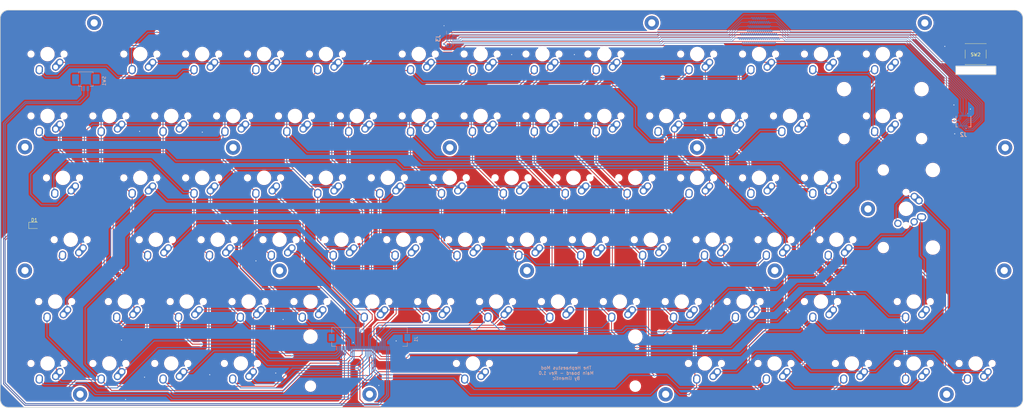
<source format=kicad_pcb>
(kicad_pcb (version 20240108) (generator "pcbnew") (generator_version "8.0")
  (title_block (title "The Hephaestus Mod - Main Board") (date "2024-08-02") (rev "1.0") (company "limentic"))
  (layers (0 "F.Cu" signal) (31 "B.Cu" signal) (34 "B.Paste" user) (35 "F.Paste" user) (36 "B.SilkS" user "B.Silkscreen") (37 "F.SilkS" user "F.Silkscreen") (38 "B.Mask" user) (39 "F.Mask" user) (44 "Edge.Cuts" user))
  (net 0 "")
  (net 1 "CAPS_LOCK_LED+")
  (net 2 "CAPS_LOCK_LED-")
  (net 3 "TOUCH_ID_SIG6")
  (net 4 "TOUCH_ID_SIG3")
  (net 6 "TOUCH_ID_PWR")
  (net 7 "TOUCH_ID_SIG1")
  (net 8 "TOUCH_ID_SIG2")
  (net 9 "TOUCH_ID_SIG5")
  (net 10 "TOUCH_ID_SIG7")
  (net 11 "TOUCH_ID_SIG4")
  (net 12 "TOUCH_ID_BTN")
  (net 13 "TOUCH_ID_SIG8")
  (net 14 "PWR_SWITCH1")
  (net 15 "PIN1_MATRIX")
  (net 16 "PIN2_MATRIX")
  (net 17 "PIN3_MATRIX")
  (net 18 "PIN8_MATRIX")
  (net 19 "PIN9_MATRIX")
  (net 20 "PIN11_MATRIX")
  (net 21 "PIN13_MATRIX")
  (net 22 "PIN14_MATRIX")
  (net 23 "PIN15_MATRIX")
  (net 24 "PIN16_MATRIX")
  (net 25 "PIN17_MATRIX")
  (net 26 "PIN18_MATRIX")
  (net 27 "PIN19_MATRIX")
  (net 28 "PIN20_MATRIX")
  (net 29 "PIN21_MATRIX")
  (net 30 "PIN22_MATRIX")
  (net 31 "PIN23_MATRIX")
  (net 32 "PIN24_MATRIX")
  (net 33 "PIN25_MATRIX")
  (net 34 "PIN26_MATRIX")
  (net 35 "PIN27_MATRIX")
  (net 36 "PIN28_MATRIX")
  (net 37 "PIN29_MATRIX")
  (net 38 "PIN30_MATRIX")
  (net 39 "GND")
  (net 40 "PIN7_MATRIX")
  (net 41 "PWR_SWITCH2")
  (footprint "MX_ALPS_Hybrid:MX-1U-NoLED" (layer "F.Cu") (at 229.327767 134.2 180)
    (property "Reference" "K_SPACE36")
    (property "Value" "KEYSW")
  )
  (footprint "MX_ALPS_Hybrid:MX-1U-NoLED" (layer "F.Cu") (at 157.890267 153.25 180)
    (property "Reference" "K_SPACE45")
    (property "Value" "KEYSW")
  )
  (footprint "MX_ALPS_Hybrid:MX-1U-NoLED" (layer "F.Cu") (at 86.452767 191.35 180)
    (property "Reference" "K_SPACE70")
    (property "Value" "KEYSW")
  )
  (footprint "MX_ALPS_Hybrid:MX-1U-NoLED" (layer "F.Cu") (at 291.240267 153.25 180)
    (property "Reference" "K_SPACE52")
    (property "Value" "KEYSW")
  )
  (footprint "MX_ALPS_Hybrid:MX-1U-NoLED" (layer "F.Cu") (at 253.140267 153.25 180)
    (property "Reference" "K_SPACE50")
    (property "Value" "KEYSW")
  )
  (footprint "MX_ALPS_Hybrid:MX-1U-NoLED" (layer "F.Cu") (at 257.902767 115.15 180)
    (property "Reference" "K_SPACE24")
    (property "Value" "KEYSW")
  )
  (footprint "MX_ALPS_Hybrid:MX-ISO-NoLED" (layer "F.Cu") (at 331.721517 143.725)
    (property "Reference" "K_SPACE54")
    (property "Value" "KEYSW")
  )
  (footprint "MountingHole:MountingHole_2.2mm_M2_Pad_TopBottom" (layer "F.Cu") (at 215.013767 162.756)
    (property "Reference" "REF**" (hide yes))
    (property "Value" "MountingHole_2.2mm_M2_Pad_TopBottom" (hide yes))
  )
  (footprint "MountingHole:MountingHole_2.2mm_M2_Pad_TopBottom" (layer "F.Cu") (at 291.313767 162.756)
    (property "Reference" "REF**" (hide yes))
    (property "Value" "MountingHole_2.2mm_M2_Pad_TopBottom" (hide yes))
  )
  (footprint "MountingHole:MountingHole_2.2mm_M2_Pad_TopBottom" (layer "F.Cu") (at 81.773767 86.496)
    (property "Reference" "REF**" (hide yes))
    (property "Value" "MountingHole_2.2mm_M2_Pad_TopBottom" (hide yes))
  )
  (footprint "MX_ALPS_Hybrid:MX-1U-NoLED" (layer "F.Cu") (at 115.027767 96.1 180)
    (property "Reference" "K_SPACE2")
    (property "Value" "KEYSW")
  )
  (footprint "MX_ALPS_Hybrid:MX-1U-NoLED" (layer "F.Cu") (at 286.477767 134.2 180)
    (property "Reference" "K_SPACE39")
    (property "Value" "KEYSW")
  )
  (footprint "MX_ALPS_Hybrid:MX-1.5U-NoLED" (layer "F.Cu") (at 72.165267 134.2 180)
    (property "Reference" "K_SPACE28")
    (property "Value" "KEYSW")
  )
  (footprint "MX_ALPS_Hybrid:MX-1.25U-NoLED" (layer "F.Cu") (at 126.934017 191.35 180)
    (property "Reference" "K_SPACE72")
    (property "Value" "KEYSW")
  )
  (footprint "MX_ALPS_Hybrid:MX-1U-NoLED" (layer "F.Cu") (at 153.127767 96.1 180)
    (property "Reference" "K_SPACE4")
    (property "Value" "KEYSW")
  )
  (footprint "MX_ALPS_Hybrid:MX-1U-NoLED" (layer "F.Cu") (at 119.790267 153.25 180)
    (property "Reference" "K_SPACE43")
    (property "Value" "KEYSW")
  )
  (footprint "MX_ALPS_Hybrid:MX-1U-NoLED" (layer "F.Cu") (at 286.477767 96.1 180)
    (property "Reference" "K_SPACE10")
    (property "Value" "KEYSW")
  )
  (footprint "MX_ALPS_Hybrid:MX-1U-NoLED" (layer "F.Cu") (at 353.152767 191.35 180)
    (property "Reference" "K_SPACE78")
    (property "Value" "KEYSW")
  )
  (footprint "MX_ALPS_Hybrid:MX-1U-NoLED" (layer "F.Cu") (at 181.702767 115.15 180)
    (property "Reference" "K_SPACE20")
    (property "Value" "KEYSW")
  )
  (footprint "MX_ALPS_Hybrid:MX-1U-NoLED" (layer "F.Cu") (at 272.190267 153.25 180)
    (property "Reference" "K_SPACE51")
    (property "Value" "KEYSW")
  )
  (footprint "MountingHole:MountingHole_2.2mm_M2_Pad_TopBottom" (layer "F.Cu") (at 191.263767 124.906)
    (property "Reference" "REF**" (hide yes))
    (property "Value" "MountingHole_2.2mm_M2_Pad_TopBottom" (hide yes))
  )
  (footprint "Button_Switch_SMD:SW_SPST_PTS645" (layer "F.Cu") (at 353.15 96.1)
    (property "Reference" "SW2")
    (property "Value" "SW_Push" (hide yes))
  )
  (footprint "MX_ALPS_Hybrid:MX-1U-NoLED" (layer "F.Cu") (at 224.565267 172.3 180)
    (property "Reference" "K_SPACE63")
    (property "Value" "KEYSW")
  )
  (footprint "MX_ALPS_Hybrid:MX-1U-NoLED" (layer "F.Cu") (at 291.240267 191.35 180)
    (property "Reference" "K_SPACE75")
    (property "Value" "KEYSW")
  )
  (footprint "MountingHole:MountingHole_2.2mm_M2_Pad_TopBottom" (layer "F.Cu") (at 253.443767 86.496)
    (property "Reference" "REF**" (hide yes))
    (property "Value" "MountingHole_2.2mm_M2_Pad_TopBottom" (hide yes))
  )
  (footprint "MX_ALPS_Hybrid:MX-1U-NoLED" (layer "F.Cu") (at 167.415267 172.3 180)
    (property "Reference" "K_SPACE60")
    (property "Value" "KEYSW")
  )
  (footprint "MX_ALPS_Hybrid:MX-1U-NoLED" (layer "F.Cu") (at 248.377767 134.2 180)
    (property "Reference" "K_SPACE37")
    (property "Value" "KEYSW")
  )
  (footprint "MountingHole:MountingHole_2.2mm_M2_Pad_TopBottom" (layer "F.Cu") (at 60.463767 124.736)
    (property "Reference" "REF**" (hide yes))
    (property "Value" "MountingHole_2.2mm_M2_Pad_TopBottom" (hide yes))
  )
  (footprint "MX_ALPS_Hybrid:MX-1U-NoLED" (layer "F.Cu") (at 134.077767 134.2 180)
    (property "Reference" "K_SPACE31")
    (property "Value" "KEYSW")
  )
  (footprint "MX_ALPS_Hybrid:MX-1U-NoLED" (layer "F.Cu") (at 162.652767 115.15 180)
    (property "Reference" "K_SPACE19")
    (property "Value" "KEYSW")
  )
  (footprint "MX_ALPS_Hybrid:MX-1U-NoLED" (layer "F.Cu") (at 276.952767 115.15 180)
    (property "Reference" "K_SPACE25")
    (property "Value" "KEYSW")
  )
  (footprint "MX_ALPS_Hybrid:MX-1U-NoLED" (layer "F.Cu") (at 153.127767 134.2 180)
    (property "Reference" "K_SPACE32")
    (property "Value" "KEYSW")
  )
  (footprint "MX_ALPS_Hybrid:MX-1U-NoLED" (layer "F.Cu") (at 200.752767 96.1 180)
    (property "Reference" "K_SPACE6")
    (property "Value" "KEYSW")
  )
  (footprint "MX_ALPS_Hybrid:MX-1U-NoLED" (layer "F.Cu") (at 115.027767 134.2 180)
    (property "Reference" "K_SPACE30")
    (property "Value" "KEYSW")
  )
  (footprint "MX_ALPS_Hybrid:MX-1.75U-NoLED" (layer "F.Cu") (at 74.546517 153.25 180)
    (property "Reference" "K_SPACE41")
    (property "Value" "KEYSW")
  )
  (footprint "MX_ALPS_Hybrid:MX-2U-NoLED" (layer "F.Cu") (at 324.577767 115.15 180)
    (property "Reference" "K_SPACE27")
    (property "Value" "KEYSW")
  )
  (footprint "MX_ALPS_Hybrid:MX-6.25U-NoLED" (layer "F.Cu") (at 198.371517 191.35 180)
    (property "Reference" "K_SPACE73")
    (property "Value" "KEYSW")
  )
  (footprint "MX_ALPS_Hybrid:MX-1.5U-NoLED" (layer "F.Cu") (at 305.527767 172.3 180)
    (property "Reference" "K_SPACE67")
    (property "Value" "KEYSW")
  )
  (footprint "MX_ALPS_Hybrid:MX-1U-NoLED" (layer "F.Cu") (at 310.290267 153.25 180)
    (property "Reference" "K_SPACE53")
    (property "Value" "KEYSW")
  )
  (footprint "MX_ALPS_Hybrid:MX-1U-NoLED" (layer "F.Cu") (at 95.977767 96.1 180)
    (property "Reference" "K_SPACE1")
    (property "Value" "KEYSW")
  )
  (footprint "MX_ALPS_Hybrid:MX-1U-NoLED" (layer "F.Cu") (at 315.052767 191.35 180)
    (property "Reference" "K_SPACE76")
    (property "Value" "KEYSW")
  )
  (footprint "MountingHole:MountingHole_2.2mm_M2_Pad_TopBottom" (layer "F.Cu") (at 320.003767 143.786)
    (property "Reference" "REF**" (hide yes))
    (property "Value" "MountingHole_2.2mm_M2_Pad_TopBottom" (hide yes))
  )
  (footprint "MX_ALPS_Hybrid:MX-1.25U-NoLED" (layer "F.Cu") (at 69.784017 172.3 180)
    (property "Reference" "K_SPACE55")
    (property "Value" "KEYSW")
  )
  (footprint "MX_ALPS_Hybrid:MX-1U-NoLED" (layer "F.Cu") (at 210.277767 134.2 180)
    (property "Reference" "K_SPACE35")
    (property "Value" "KEYSW")
  )
  (footprint "MX_ALPS_Hybrid:MX-1U-NoLED" (layer "F.Cu") (at 296.002767 115.15 180)
    (property "Reference" "K_SPACE26")
    (property "Value" "KEYSW")
  )
  (footprint "MountingHole:MountingHole_2.2mm_M2_Pad_TopBottom" (layer "F.Cu") (at 362.253767 124.906)
    (property "Reference" "REF**" (hide yes))
    (property "Value" "MountingHole_2.2mm_M2_Pad_TopBottom" (hide yes))
  )
  (footprint "MX_ALPS_Hybrid:MX-1U-NoLED" (layer "F.Cu") (at 67.402767 115.15 180)
    (property "Reference" "K_SPACE14")
    (property "Value" "KEYSW")
  )
  (footprint "MX_ALPS_Hybrid:MX-1U-NoLED" (layer "F.Cu") (at 110.265267 172.3 180)
    (property "Reference" "K_SPACE57")
    (property "Value" "KEYSW")
  )
  (footprint "MountingHole:MountingHole_2.2mm_M2_Pad_TopBottom" (layer "F.Cu") (at 267.373767 124.906)
    (property "Reference" "REF**" (hide yes))
    (property "Value" "MountingHole_2.2mm_M2_Pad_TopBottom" (hide yes))
  )
  (footprint "MX_ALPS_Hybrid:MX-1U-NoLED" (layer "F.Cu") (at 305.527767 134.2 180)
    (property "Reference" "K_SPACE40")
    (property "Value" "KEYSW")
  )
  (footprint "MX_ALPS_Hybrid:MX-1U-NoLED" (layer "F.Cu") (at 191.227767 134.2 180)
    (property "Reference" "K_SPACE34")
    (property "Value" "KEYSW")
  )
  (footprint "MountingHole:MountingHole_2.2mm_M2_Pad_TopBottom" (layer "F.Cu") (at 166.543767 200.836)
    (property "Reference" "REF**" (hide yes))
    (property "Value" "MountingHole_2.2mm_M2_Pad_TopBottom" (hide yes))
  )
  (footprint "MountingHole:MountingHole_2.2mm_M2_Pad_TopBottom" (layer "F.Cu") (at 337.5 86.516)
    (property "Reference" "REF**" (hide yes))
    (property "Value" "MountingHole_2.2mm_M2_Pad_TopBottom" (hide yes))
  )
  (footprint "MX_ALPS_Hybrid:MX-1U-NoLED" (layer "F.Cu") (at 100.740267 153.25 180)
    (property "Reference" "K_SPACE42")
    (property "Value" "KEYSW")
  )
  (footprint "MX_ALPS_Hybrid:MX-1.25U-NoLED" (layer "F.Cu") (at 269.809017 191.35 180)
    (property "Reference" "K_SPACE74")
    (property "Value" "KEYSW")
  )
  (footprint "MX_ALPS_Hybrid:MX-1U-NoLED" (layer "F.Cu") (at 86.452767 115.15 180)
    (property "Reference" "K_SPACE15")
    (property "Value" "KEYSW")
  )
  (footprint "MX_ALPS_Hybrid:MX-1U-NoLED" (layer "F.Cu") (at 243.615267 172.3 180)
    (property "Reference" "K_SPACE64")
    (property "Value" "KEYSW")
  )
  (footprint "MountingHole:MountingHole_2.2mm_M2_Pad_TopBottom" (layer "F.Cu") (at 77.433767 200.836)
    (property "Reference" "REF**" (hide yes))
    (property "Value" "MountingHole_2.2mm_M2_Pad_TopBottom" (hide yes))
  )
  (footprint "MountingHole:MountingHole_2.2mm_M2_Pad_TopBottom" (layer "F.Cu") (at 257.713767 200.836)
    (property "Reference" "REF**" (hide yes))
    (property "Value" "MountingHole_2.2mm_M2_Pad_TopBottom" (hide yes))
  )
  (footprint "MX_ALPS_Hybrid:MX-1U-NoLED" (layer "F.Cu") (at 267.427767 96.1 180)
    (property "Reference" "K_SPACE9")
    (property "Value" "KEYSW")
  )
  (footprint "MX_ALPS_Hybrid:MX-1U-NoLED" (layer "F.Cu") (at 215.040267 153.25 180)
    (property "Reference" "K_SPACE48")
    (property "Value" "KEYSW")
  )
  (footprint "MountingHole:MountingHole_2.2mm_M2_Pad_TopBottom" (layer "F.Cu") (at 344.213767 200.836)
    (property "Reference" "REF**" (hide yes))
    (property "Value" "MountingHole_2.2mm_M2_Pad_TopBottom" (hide yes))
  )
  (footprint "MX_ALPS_Hybrid:MX-1U-NoLED" (layer "F.Cu") (at 105.502767 115.15 180)
    (property "Reference" "K_SPACE16")
    (property "Value" "KEYSW")
  )
  (footprint "MX_ALPS_Hybrid:MX-1U-NoLED" (layer "F.Cu") (at 143.602767 115.15 180)
    (property "Reference" "K_SPACE18")
    (property "Value" "KEYSW")
  )
  (footprint "MX_ALPS_Hybrid:MX-1U-NoLED" (layer "F.Cu") (at 324.577767 96.1 180)
    (property "Reference" "K_SPACE12")
    (property "Value" "KEYSW")
  )
  (footprint "MX_ALPS_Hybrid:MX-1U-NoLED" (layer "F.Cu") (at 105.502767 191.35 180)
    (property "Reference" "K_SPACE71")
    (property "Value" "KEYSW")
  )
  (footprint "MX_ALPS_Hybrid:MX-1U-NoLED" (layer "F.Cu") (at 219.802767 115.15 180)
    (property "Reference" "K_SPACE22")
    (property "Value" "KEYSW")
  )
  (footprint "LED_SMD:LED_0805_2012Metric" (layer "F.Cu") (at 63.3245 148.844)
    (property "Reference" "D1")
    (property "Value" "LED")
  )
  (footprint "MX_ALPS_Hybrid:MX-1U-NoLED" (layer "F.Cu") (at 334.102767 172.3 180)
    (property "Reference" "K_SPACE68")
    (property "Value" "KEYSW")
  )
  (footprint "MountingHole:MountingHole_2.2mm_M2_Pad_TopBottom" (layer "F.Cu") (at 60.463767 162.756)
    (property "Reference" "REF**" (hide yes))
    (property "Value" "MountingHole_2.2mm_M2_Pad_TopBottom" (hide yes))
  )
  (footprint "MX_ALPS_Hybrid:MX-1U-NoLED" (layer "F.Cu") (at 205.515267 172.3 180)
    (property "Reference" "K_SPACE62")
    (property "Value" "KEYSW")
  )
  (footprint "MX_ALPS_Hybrid:MX-1U-NoLED" (layer "F.Cu") (at 262.665267 172.3 180)
    (property "Reference" "K_SPACE65")
    (property "Value" "KEYSW")
  )
  (footprint "MX_ALPS_Hybrid:MX-1U-NoLED" (layer "F.Cu") (at 238.852767 96.1 180)
    (property "Reference" "K_SPACE8")
    (property "Value" "KEYSW")
  )
  (footprint "MX_ALPS_Hybrid:MX-1U-NoLED" (layer "F.Cu") (at 238.852767 115.15 180)
    (property "Reference" "K_SPACE23")
    (property "Value" "KEYSW")
  )
  (footprint "MX_ALPS_Hybrid:MX-1U-NoLED" (layer "F.Cu") (at 67.402767 191.35 180)
    (property "Reference" "K_SPACE69")
    (property "Value" "KEYSW")
  )
  (footprint "MX_ALPS_Hybrid:MX-1U-NoLED" (layer "F.Cu") (at 172.177767 134.2 180)
    (property "Reference" "K_SPACE33")
    (property "Value" "KEYSW")
  )
  (footprint "MX_ALPS_Hybrid:MX-1U-NoLED" (layer "F.Cu") (at 234.090267 153.25 180)
    (property "Reference" "K_SPACE49")
    (property "Value" "KEYSW")
  )
  (footprint "MountingHole:MountingHole_2.2mm_M2_Pad_TopBottom" (layer "F.Cu") (at 138.863767 162.756)
    (property "Reference" "REF**" (hide yes))
    (property "Value" "MountingHole_2.2mm_M2_Pad_TopBottom" (hide yes))
  )
  (footprint "MX_ALPS_Hybrid:MX-1U-NoLED" (layer "F.Cu") (at 67.402767 96.1 180)
    (property "Reference" "K_SPACE0")
    (property "Value" "KEYSW")
  )
  (footprint "MX_ALPS_Hybrid:MX-1U-NoLED" (layer "F.Cu") (at 148.365267 172.3 180)
    (property "Reference" "K_SPACE59")
    (property "Value" "KEYSW")
  )
  (footprint "MX_ALPS_Hybrid:MX-1U-NoLED" (layer "F.Cu") (at 267.427767 134.2 180)
    (property "Reference" "K_SPACE38")
    (property "Value" "KEYSW")
  )
  (footprint "MX_ALPS_Hybrid:MX-1U-NoLED" (layer "F.Cu") (at 200.752767 115.15 180)
    (property "Reference" "K_SPACE21")
    (property "Value" "KEYSW")
  )
  (footprint "MX_ALPS_Hybrid:MX-1U-NoLED" (layer "F.Cu") (at 124.552767 115.15 180)
    (property "Reference" "K_SPACE17")
    (property "Value" "KEYSW")
  )
  (footprint "MountingHole:MountingHole_2.2mm_M2_Pad_TopBottom" (layer "F.Cu") (at 361.963767 162.756)
    (property "Reference" "REF**" (hide yes))
    (property "Value" "MountingHole_2.2mm_M2_Pad_TopBottom" (hide yes))
  )
  (footprint "MX_ALPS_Hybrid:MX-1U-NoLED" (layer "F.Cu") (at 91.215267 172.3 180)
    (property "Reference" "K_SPACE56")
    (property "Value" "KEYSW")
  )
  (footprint "MX_ALPS_Hybrid:MX-1U-NoLED" (layer "F.Cu") (at 95.977767 134.2 180)
    (property "Reference" "K_SPACE29")
    (property "Value" "KEYSW")
  )
  (footprint "MX_ALPS_Hybrid:MX-1U-NoLED" (layer "F.Cu") (at 134.077767 96.1 180)
    (property "Reference" "K_SPACE3")
    (property "Value" "KEYSW")
  )
  (footprint "MX_ALPS_Hybrid:MX-1U-NoLED" (layer "F.Cu") (at 176.940267 153.25 180)
    (property "Reference" "K_SPACE46")
    (property "Value" "KEYSW")
  )
  (footprint "MX_ALPS_Hybrid:MX-1U-NoLED" (layer "F.Cu") (at 305.527767 96.1 180)
    (property "Reference" "K_SPACE11")
    (property "Value" "KEYSW")
  )
  (footprint "MX_ALPS_Hybrid:MX-1U-NoLED" (layer "F.Cu") (at 129.315267 172.3 180)
    (property "Reference" "K_SPACE58")
    (property "Value" "KEYSW")
  )
  (footprint "MX_ALPS_Hybrid:MX-1U-NoLED" (layer "F.Cu") (at 219.79 96.1 180)
    (property "Reference" "K_SPACE7")
    (property "Value" "KEYSW")
  )
  (footprint "MountingHole:MountingHole_2.2mm_M2_Pad_TopBottom" (layer "F.Cu") (at 124.543767 124.906)
    (property "Reference" "REF**" (hide yes))
    (property "Value" "MountingHole_2.2mm_M2_Pad_TopBottom" (hide yes))
  )
  (footprint "MX_ALPS_Hybrid:MX-1U-NoLED" (layer "F.Cu") (at 195.990267 153.25 180)
    (property "Reference" "K_SPACE47")
    (property "Value" "KEYSW")
  )
  (footprint "MX_ALPS_Hybrid:MX-1U-NoLED" (layer "F.Cu") (at 138.840267 153.25 180)
    (property "Reference" "K_SPACE44")
    (property "Value" "KEYSW")
  )
  (footprint "MX_ALPS_Hybrid:MX-1U-NoLED" (layer "F.Cu") (at 181.702767 96.1 180)
    (property "Reference" "K_SPACE5")
    (property "Value" "KEYSW")
  )
  (footprint "MX_ALPS_Hybrid:MX-1U-NoLED" (layer "F.Cu") (at 186.465267 172.3 180)
    (property "Reference" "K_SPACE61")
    (property "Value" "KEYSW")
  )
  (footprint "MX_ALPS_Hybrid:MX-1U-NoLED" (layer "F.Cu") (at 334.102767 191.35 180)
    (property "Reference" "K_SPACE77")
    (property "Value" "KEYSW")
  )
  (footprint "MX_ALPS_Hybrid:MX-1U-NoLED" (layer "F.Cu") (at 281.715267 172.3 180)
    (property "Reference" "K_SPACE66")
    (property "Value" "KEYSW")
  )
  (footprint "Connector_FFC-FPC:Hirose_FH12-40S-0.5SH_1x40-1MP_P0.50mm_Horizontal" (layer "B.Cu") (at 166.543767 184.78)
    (property "Reference" "J1")
    (property "Value" "MATRIX_CONN")
  )
  (footprint "TF22-16S:TF2216S0175SHW800" (layer "B.Cu") (at 349.4 116.8 180)
    (property "Reference" "J2")
    (property "Value" "TF22-16S-0.175SHW_800_" (hide yes))
  )
  (footprint "Connector_Molex:Molex_PicoBlade_53261-0271_1x02-1MP_P1.25mm_Horizontal" (layer "B.Cu") (at 79.2 104.3)
    (property "Reference" "SW1")
    (property "Value" "SW_SPST")
  )
  (footprint "505066-1222:5050661222" (layer "B.Cu") (at 191.253767 91.266 -90)
    (property "Reference" "J3")
    (property "Value" "505066-1222" (hide yes))
  )
  (gr_arc (start 65.496012 148.795372) (mid 66.282531 149.564098) (end 65.532 150.368) (stroke (width 0.254)) (layer "F.Cu") (net 1))
  (gr_arc (start 55.377767 204.875) (mid 53.61 204.142767) (end 52.877767 202.375) (stroke (width 0.2)) (layer "Edge.Cuts"))
  (gr_line (start 365.177767 82.575) (end 55.377767 82.575) (stroke (width 0.2)) (layer "Edge.Cuts"))
  (gr_arc (start 367.677767 202.375) (mid 366.945532 204.142755) (end 365.177767 204.875) (stroke (width 0.2)) (layer "Edge.Cuts"))
  (gr_arc (start 52.877767 85.075) (mid 53.609998 83.307221) (end 55.377767 82.575) (stroke (width 0.2)) (layer "Edge.Cuts"))
  (gr_line (start 210.277767 204.875) (end 365.177767 204.875) (stroke (width 0.2)) (layer "Edge.Cuts"))
  (gr_line (start 55.377767 204.875) (end 210.277767 204.875) (stroke (width 0.2)) (layer "Edge.Cuts"))
  (gr_rect (start 347 99.8) (end 359.4 102.4) (stroke (width 0.2)) (fill none) (layer "Edge.Cuts"))
  (gr_line (start 52.877767 85.075) (end 52.877767 202.375) (stroke (width 0.2)) (layer "Edge.Cuts"))
  (gr_arc (start 365.177767 82.575) (mid 366.945534 83.307233) (end 367.677767 85.075) (stroke (width 0.2)) (layer "Edge.Cuts"))
  (gr_line (start 367.677767 202.375) (end 367.677767 85.075) (stroke (width 0.2)) (layer "Edge.Cuts"))
  (gr_text "The Hephaestus Mod\nMain board - Rev 1.0\nBy limentic" (at 227.076 194.31 0) (layer "B.SilkS") (effects (font (size 1 1)) (justify mirror)))
  (segment (start 158.793767 189.484) (end 158.794478 189.484711) (width 0.254) (layer "F.Cu") (net 1))
  (segment (start 157.226 203.708) (end 60.706 203.708) (width 0.254) (layer "F.Cu") (net 1))
  (segment (start 54.356 153.416) (end 57.404 150.368) (width 0.254) (layer "F.Cu") (net 1))
  (segment (start 65.496012 148.795372) (end 65.49064 148.79) (width 0.254) (layer "F.Cu") (net 1))
  (segment (start 60.706 203.708) (end 54.356 197.358) (width 0.254) (layer "F.Cu") (net 1))
  (segment (start 57.404 150.368) (end 65.532 150.368) (width 0.254) (layer "F.Cu") (net 1))
  (segment (start 65.49064 148.79) (end 64.332767 148.79) (width 0.254) (layer "F.Cu") (net 1))
  (segment (start 158.794478 202.139522) (end 157.226 203.708) (width 0.254) (layer "F.Cu") (net 1))
  (segment (start 54.356 197.358) (end 54.356 153.416) (width 0.254) (layer "F.Cu") (net 1))
  (segment (start 158.794478 189.484711) (end 158.794478 202.139522) (width 0.254) (layer "F.Cu") (net 1))
  (via (at 158.793767 189.484) (size 0.4572) (drill 0.254) (layers "F.Cu" "B.Cu") (net 1))
  (segment (start 158.793767 189.484) (end 158.793767 188.722) (width 0.254) (layer "B.Cu") (net 1))
  (segment (start 158.793767 188.678233) (end 158.793767 188.722) (width 0.254) (layer "B.Cu") (net 1))
  (segment (start 159.293767 188.178233) (end 158.793767 188.678233) (width 0.254) (layer "B.Cu") (net 1))
  (segment (start 159.293767 186.63) (end 159.293767 188.178233) (width 0.254) (layer "B.Cu") (net 1))
  (segment (start 158.793767 186.63) (end 158.793767 188.722) (width 0.254) (layer "B.Cu") (net 1))
  (segment (start 58.22 148.79) (end 62.457767 148.79) (width 0.254) (layer "F.Cu") (net 2))
  (segment (start 60.452 204.216) (end 53.848 197.612) (width 0.254) (layer "F.Cu") (net 2))
  (segment (start 157.800736 204.216) (end 60.452 204.216) (width 0.254) (layer "F.Cu") (net 2))
  (segment (start 160.703351 190.135117) (end 160.02 190.818468) (width 0.254) (layer "F.Cu") (net 2))
  (segment (start 160.02 201.996736) (end 157.800736 204.216) (width 0.254) (layer "F.Cu") (net 2))
  (segment (start 53.848 197.612) (end 53.848 153.162) (width 0.254) (layer "F.Cu") (net 2))
  (segment (start 53.848 153.162) (end 58.22 148.79) (width 0.254) (layer "F.Cu") (net 2))
  (segment (start 160.02 190.818468) (end 160.02 201.996736) (width 0.254) (layer "F.Cu") (net 2))
  (via (at 160.703351 190.135117) (size 0.4572) (drill 0.254) (layers "F.Cu" "B.Cu") (net 2))
  (segment (start 160.703351 190.135117) (end 161.293767 189.544701) (width 0.254) (layer "B.Cu") (net 2))
  (segment (start 161.293767 189.544701) (end 161.293767 186.63) (width 0.254) (layer "B.Cu") (net 2))
  (segment (start 288.289946 87.947592) (end 288.350906 87.947592) (width 0.1524) (layer "B.Cu") (net 3))
  (segment (start 289.813946 87.347592) (end 289.874906 87.347592) (width 0.1524) (layer "B.Cu") (net 3))
  (segment (start 287.558426 87.469512) (end 287.558426 87.647592) (width 0.1524) (layer "B.Cu") (net 3))
  (segment (start 287.863226 87.647592) (end 287.863226 87.469512) (width 0.1524) (layer "B.Cu") (net 3))
  (segment (start 353.822 115.062) (end 352.298 116.586) (width 0.1524) (layer "B.Cu") (net 3))
  (segment (start 284.510426 87.469512) (end 284.510426 87.647592) (width 0.1524) (layer "B.Cu") (net 3))
  (segment (start 285.729626 87.647592) (end 285.729626 87.825672) (width 0.1524) (layer "B.Cu") (net 3))
  (segment (start 286.156346 87.347592) (end 286.217306 87.347592) (width 0.1524) (layer "B.Cu") (net 3))
  (segment (start 350.6698 116.586) (end 349.488 117.7678) (width 0.1524) (layer "B.Cu") (net 3))
  (segment (start 277.368 90.678) (end 280.398408 87.647592) (width 0.1524) (layer "B.Cu") (net 3))
  (segment (start 285.424826 87.825672) (end 285.424826 87.647592) (width 0.1524) (layer "B.Cu") (net 3))
  (segment (start 280.398408 87.647592) (end 282.864506 87.647592) (width 0.1524) (layer "B.Cu") (net 3))
  (segment (start 283.900826 87.647592) (end 283.900826 87.825672) (width 0.1524) (layer "B.Cu") (net 3))
  (segment (start 283.108346 87.347592) (end 283.169306 87.347592) (width 0.1524) (layer "B.Cu") (net 3))
  (segment (start 194.467 91.791) (end 194.967016 91.290984) (width 0.1524) (layer "B.Cu") (net 3))
  (segment (start 288.594746 87.347592) (end 288.655706 87.347592) (width 0.1524) (layer "B.Cu") (net 3))
  (segment (start 284.022746 87.947592) (end 284.083706 87.947592) (width 0.1524) (layer "B.Cu") (net 3))
  (segment (start 255.524 91.290984) (end 256.136984 90.678) (width 0.1524) (layer "B.Cu") (net 3))
  (segment (start 349.488 117.7678) (end 349.488 118.225) (width 0.1524) (layer "B.Cu") (net 3))
  (segment (start 285.241946 87.947592) (end 285.302906 87.947592) (width 0.1524) (layer "B.Cu") (net 3))
  (segment (start 290.179706 87.647592) (end 290.576 87.647592) (width 0.1524) (layer "B.Cu") (net 3))
  (segment (start 287.985146 87.347592) (end 288.046106 87.347592) (width 0.1524) (layer "B.Cu") (net 3))
  (segment (start 284.632346 87.947592) (end 284.693306 87.947592) (width 0.1524) (layer "B.Cu") (net 3))
  (segment (start 285.120026 87.647592) (end 285.120026 87.825672) (width 0.1524) (layer "B.Cu") (net 3))
  (segment (start 287.558426 87.647592) (end 287.558426 87.825672) (width 0.1524) (layer "B.Cu") (net 3))
  (segment (start 289.692026 87.525672) (end 289.692026 87.469512) (width 0.1524) (layer "B.Cu") (net 3))
  (segment (start 289.387226 87.647592) (end 289.387226 87.825672) (width 0.1524) (layer "B.Cu") (net 3))
  (segment (start 285.729626 87.469512) (end 285.729626 87.647592) (width 0.1524) (layer "B.Cu") (net 3))
  (segment (start 256.136984 90.678) (end 277.368 90.678) (width 0.1524) (layer "B.Cu") (net 3))
  (segment (start 287.680346 87.947592) (end 287.741306 87.947592) (width 0.1524) (layer "B.Cu") (net 3))
  (segment (start 288.472826 87.825672) (end 288.472826 87.647592) (width 0.1524) (layer "B.Cu") (net 3))
  (segment (start 332.486 90.678) (end 353.822 112.014) (width 0.1524) (layer "B.Cu") (net 3))
  (segment (start 290.118746 87.647592) (end 290.179706 87.647592) (width 0.1524) (layer "B.Cu") (net 3))
  (segment (start 288.168026 87.647592) (end 288.168026 87.825672) (width 0.1524) (layer "B.Cu") (net 3))
  (segment (start 288.168026 87.469512) (end 288.168026 87.647592) (width 0.1524) (layer "B.Cu") (net 3))
  (segment (start 285.120026 87.469512) (end 285.120026 87.647592) (width 0.1524) (layer "B.Cu") (net 3))
  (segment (start 286.948826 87.469512) (end 286.948826 87.647592) (width 0.1524) (layer "B.Cu") (net 3))
  (segment (start 353.822 112.014) (end 353.822 115.062) (width 0.1524) (layer "B.Cu") (net 3))
  (segment (start 289.692026 87.647592) (end 289.692026 87.525672) (width 0.1524) (layer "B.Cu") (net 3))
  (segment (start 194.967016 91.290984) (end 255.524 91.290984) (width 0.1524) (layer "B.Cu") (net 3))
  (segment (start 192.203767 91.791) (end 194.467 91.791) (width 0.1524) (layer "B.Cu") (net 3))
  (segment (start 286.765946 87.347592) (end 286.826906 87.347592) (width 0.1524) (layer "B.Cu") (net 3))
  (segment (start 289.692026 87.825672) (end 289.692026 87.647592) (width 0.1524) (layer "B.Cu") (net 3))
  (segment (start 286.034426 87.647592) (end 286.034426 87.469512) (width 0.1524) (layer "B.Cu") (net 3))
  (segment (start 286.644026 87.647592) (end 286.644026 87.469512) (width 0.1524) (layer "B.Cu") (net 3))
  (segment (start 284.205626 87.825672) (end 284.205626 87.647592) (width 0.1524) (layer "B.Cu") (net 3))
  (segment (start 289.509146 87.947592) (end 289.570106 87.947592) (width 0.1524) (layer "B.Cu") (net 3))
  (segment (start 283.900826 87.469512) (end 283.900826 87.647592) (width 0.1524) (layer "B.Cu") (net 3))
  (segment (start 290.576 87.647592) (end 292.371592 87.647592) (width 0.1524) (layer "B.Cu") (net 3))
  (segment (start 289.204346 87.347592) (end 289.265306 87.347592) (width 0.1524) (layer "B.Cu") (net 3))
  (segment (start 295.402 90.678) (end 332.486 90.678) (width 0.1524) (layer "B.Cu") (net 3))
  (segment (start 287.253626 87.647592) (end 287.253626 87.469512) (width 0.1524) (layer "B.Cu") (net 3))
  (segment (start 352.298 116.586) (end 350.6698 116.586) (width 0.1524) (layer "B.Cu") (net 3))
  (segment (start 288.777626 87.647592) (end 288.777626 87.825672) (width 0.1524) (layer "B.Cu") (net 3))
  (segment (start 288.472826 87.647592) (end 288.472826 87.469512) (width 0.1524) (layer "B.Cu") (net 3))
  (segment (start 289.387226 87.469512) (end 289.387226 87.647592) (width 0.1524) (layer "B.Cu") (net 3))
  (segment (start 284.815226 87.647592) (end 284.815226 87.469512) (width 0.1524) (layer "B.Cu") (net 3))
  (segment (start 286.034426 87.825672) (end 286.034426 87.647592) (width 0.1524) (layer "B.Cu") (net 3))
  (segment (start 283.291226 87.469512) (end 283.291226 87.525672) (width 0.1524) (layer "B.Cu") (net 3))
  (segment (start 283.413146 87.947592) (end 283.474106 87.947592) (width 0.1524) (layer "B.Cu") (net 3))
  (segment (start 286.339226 87.469512) (end 286.339226 87.647592) (width 0.1524) (layer "B.Cu") (net 3))
  (segment (start 283.596026 87.825672) (end 283.596026 87.647592) (width 0.1524) (layer "B.Cu") (net 3))
  (segment (start 286.948826 87.647592) (end 286.948826 87.825672) (width 0.1524) (layer "B.Cu") (net 3))
  (segment (start 287.253626 87.825672) (end 287.253626 87.647592) (width 0.1524) (layer "B.Cu") (net 3))
  (segment (start 286.339226 87.647592) (end 286.339226 87.825672) (width 0.1524) (layer "B.Cu") (net 3))
  (segment (start 284.205626 87.647592) (end 284.205626 87.469512) (width 0.1524) (layer "B.Cu") (net 3))
  (segment (start 284.937146 87.347592) (end 284.998106 87.347592) (width 0.1524) (layer "B.Cu") (net 3))
  (segment (start 285.546746 87.347592) (end 285.607706 87.347592) (width 0.1524) (layer "B.Cu") (net 3))
  (segment (start 282.986426 87.525672) (end 282.986426 87.469512) (width 0.1524) (layer "B.Cu") (net 3))
  (segment (start 284.815226 87.825672) (end 284.815226 87.647592) (width 0.1524) (layer "B.Cu") (net 3))
  (segment (start 288.899546 87.947592) (end 288.960506 87.947592) (width 0.1524) (layer "B.Cu") (net 3))
  (segment (start 285.851546 87.947592) (end 285.912506 87.947592) (width 0.1524) (layer "B.Cu") (net 3))
  (segment (start 289.082426 87.825672) (end 289.082426 87.647592) (width 0.1524) (layer "B.Cu") (net 3))
  (segment (start 285.424826 87.647592) (end 285.424826 87.469512) (width 0.1524) (layer "B.Cu") (net 3))
  (segment (start 288.777626 87.469512) (end 288.777626 87.647592) (width 0.1524) (layer "B.Cu") (net 3))
  (segment (start 292.371592 87.647592) (end 295.402 90.678) (width 0.1524) (layer "B.Cu") (net 3))
  (segment (start 283.717946 87.347592) (end 283.778906 87.347592) (width 0.1524) (layer "B.Cu") (net 3))
  (segment (start 283.291226 87.647592) (end 283.291226 87.825672) (width 0.1524) (layer "B.Cu") (net 3))
  (segment (start 289.082426 87.647592) (end 289.082426 87.469512) (width 0.1524) (layer "B.Cu") (net 3))
  (segment (start 283.596026 87.647592) (end 283.596026 87.469512) (width 0.1524) (layer "B.Cu") (net 3))
  (segment (start 286.644026 87.825672) (end 286.644026 87.647592) (width 0.1524) (layer "B.Cu") (net 3))
  (segment (start 284.510426 87.647592) (end 284.510426 87.825672) (width 0.1524) (layer "B.Cu") (net 3))
  (segment (start 283.291226 87.525672) (end 283.291226 87.647592) (width 0.1524) (layer "B.Cu") (net 3))
  (segment (start 287.863226 87.825672) (end 287.863226 87.647592) (width 0.1524) (layer "B.Cu") (net 3))
  (segment (start 284.327546 87.347592) (end 284.388506 87.347592) (width 0.1524) (layer "B.Cu") (net 3))
  (segment (start 289.996826 87.469512) (end 289.996826 87.525672) (width 0.1524) (layer "B.Cu") (net 3))
  (segment (start 287.070746 87.947592) (end 287.131706 87.947592) (width 0.1524) (layer "B.Cu") (net 3))
  (segment (start 287.375546 87.347592) (end 287.436506 87.347592) (width 0.1524) (layer "B.Cu") (net 3))
  (segment (start 286.461146 87.947592) (end 286.522106 87.947592) (width 0.1524) (layer "B.Cu") (net 3))
  (arc (start 288.046106 87.347592) (mid 288.132316 87.383302) (end 288.168026 87.469512) (width 0.1524) (layer "B.Cu") (net 3))
  (arc (start 286.034426 87.469512) (mid 286.070136 87.383302) (end 286.156346 87.347592) (width 0.1524) (layer "B.Cu") (net 3))
  (arc (start 283.474106 87.947592) (mid 283.560316 87.911882) (end 283.596026 87.825672) (width 0.1524) (layer "B.Cu") (net 3))
  (arc (start 289.082426 87.469512) (mid 289.118136 87.383302) (end 289.204346 87.347592) (width 0.1524) (layer "B.Cu") (net 3))
  (arc (start 287.436506 87.347592) (mid 287.522716 87.383302) (end 287.558426 87.469512) (width 0.1524) (layer "B.Cu") (net 3))
  (arc (start 286.644026 87.469512) (mid 286.679736 87.383302) (end 286.765946 87.347592) (width 0.1524) (layer "B.Cu") (net 3))
  (arc (start 288.472826 87.469512) (mid 288.508536 87.383302) (end 288.594746 87.347592) (width 0.1524) (layer "B.Cu") (net 3))
  (arc (start 285.120026 87.825672) (mid 285.155736 87.911882) (end 285.241946 87.947592) (width 0.1524) (layer "B.Cu") (net 3))
  (arc (start 289.874906 87.347592) (mid 289.961116 87.383302) (end 289.996826 87.469512) (width 0.1524) (layer "B.Cu") (net 3))
  (arc (start 288.960506 87.947592) (mid 289.046716 87.911882) (end 289.082426 87.825672) (width 0.1524) (layer "B.Cu") (net 3))
  (arc (start 284.693306 87.947592) (mid 284.779516 87.911882) (end 284.815226 87.825672) (width 0.1524) (layer "B.Cu") (net 3))
  (arc (start 287.558426 87.825672) (mid 287.594136 87.911882) (end 287.680346 87.947592) (width 0.1524) (layer "B.Cu") (net 3))
  (arc (start 286.948826 87.825672) (mid 286.984536 87.911882) (end 287.070746 87.947592) (width 0.1524) (layer "B.Cu") (net 3))
  (arc (start 288.777626 87.825672) (mid 288.813336 87.911882) (end 288.899546 87.947592) (width 0.1524) (layer "B.Cu") (net 3))
  (arc (start 286.826906 87.347592) (mid 286.913116 87.383302) (end 286.948826 87.469512) (width 0.1524) (layer "B.Cu") (net 3))
  (arc (start 283.596026 87.469512) (mid 283.631736 87.383302) (end 283.717946 87.347592) (width 0.1524) (layer "B.Cu") (net 3))
  (arc (start 285.729626 87.825672) (mid 285.765336 87.911882) (end 285.851546 87.947592) (width 0.1524) (layer "B.Cu") (net 3))
  (arc (start 287.863226 87.469512) (mid 287.898936 87.383302) (end 287.985146 87.347592) (width 0.1524) (layer "B.Cu") (net 3))
  (arc (start 287.131706 87.947592) (mid 287.217916 87.911882) (end 287.253626 87.825672) (width 0.1524) (layer "B.Cu") (net 3))
  (arc (start 288.350906 87.947592) (mid 288.437116 87.911882) (end 288.472826 87.825672) (width 0.1524) (layer "B.Cu") (net 3))
  (arc (start 289.265306 87.347592) (mid 289.351516 87.383302) (end 289.387226 87.469512) (width 0.1524) (layer "B.Cu") (net 3))
  (arc (start 284.815226 87.469512) (mid 284.850936 87.383302) (end 284.937146 87.347592) (width 0.1524) (layer "B.Cu") (net 3))
  (arc (start 283.291226 87.825672) (mid 283.326936 87.911882) (end 283.413146 87.947592) (width 0.1524) (layer "B.Cu") (net 3))
  (arc (start 284.205626 87.469512) (mid 284.241336 87.383302) (end 284.327546 87.347592) (width 0.1524) (layer "B.Cu") (net 3))
  (arc (start 289.570106 87.947592) (mid 289.656316 87.911882) (end 289.692026 87.825672) (width 0.1524) (layer "B.Cu") (net 3))
  (arc (start 286.217306 87.347592) (mid 286.303516 87.383302) (end 286.339226 87.469512) (width 0.1524) (layer "B.Cu") (net 3))
  (arc (start 289.387226 87.825672) (mid 289.422936 87.911882) (end 289.509146 87.947592) (width 0.1524) (layer "B.Cu") (net 3))
  (arc (start 283.169306 87.347592) (mid 283.255516 87.383302) (end 283.291226 87.469512) (width 0.1524) (layer "B.Cu") (net 3))
  (arc (start 284.510426 87.825672) (mid 284.546136 87.911882) (end 284.632346 87.947592) (width 0.1524) (layer "B.Cu") (net 3))
  (arc (start 285.302906 87.947592) (mid 285.389116 87.911882) (end 285.424826 87.825672) (width 0.1524) (layer "B.Cu") (net 3))
  (arc (start 289.692026 87.469512) (mid 289.727736 87.383302) (end 289.813946 87.347592) (width 0.1524) (layer "B.Cu") (net 3))
  (arc (start 285.912506 87.947592) (mid 285.998716 87.911882) (end 286.034426 87.825672) (width 0.1524) (layer "B.Cu") (net 3))
  (arc (start 289.996826 87.525672) (mid 290.032536 87.611882) (end 290.118746 87.647592) (width 0.1524) (layer "B.Cu") (net 3))
  (arc (start 286.339226 87.825672) (mid 286.374936 87.911882) (end 286.461146 87.947592) (width 0.1524) (layer "B.Cu") (net 3))
  (arc (start 287.741306 87.947592) (mid 287.827516 87.911882) (end 287.863226 87.825672) (width 0.1524) (layer "B.Cu") (net 3))
  (arc (start 283.900826 87.825672) (mid 283.936536 87.911882) (end 284.022746 87.947592) (width 0.1524) (layer "B.Cu") (net 3))
  (arc (start 285.424826 87.469512) (mid 285.460536 87.383302) (end 285.546746 87.347592) (width 0.1524) (layer "B.Cu") (net 3))
  (arc (start 288.655706 87.347592) (mid 288.741916 87.383302) (end 288.777626 87.469512) (width 0.1524) (layer "B.Cu") (net 3))
  (arc (start 283.778906 87.347592) (mid 283.865116 87.383302) (end 283.900826 87.469512) (width 0.1524) (layer "B.Cu") (net 3))
  (arc (start 284.998106 87.347592) (mid 285.084316 87.383302) (end 285.120026 87.469512) (width 0.1524) (layer "B.Cu") (net 3))
  (arc (start 284.083706 87.947592) (mid 284.169916 87.911882) (end 284.205626 87.825672) (width 0.1524) (layer "B.Cu") (net 3))
  (arc (start 282.864506 87.647592) (mid 282.950716 87.611882) (end 282.986426 87.525672) (width 0.1524) (layer "B.Cu") (net 3))
  (arc (start 288.168026 87.825672) (mid 288.203736 87.911882) (end 288.289946 87.947592) (width 0.1524) (layer "B.Cu") (net 3))
  (arc (start 282.986426 87.469512) (mid 283.022136 87.383302) (end 283.108346 87.347592) (width 0.1524) (layer "B.Cu") (net 3))
  (arc (start 287.253626 87.469512) (mid 287.289336 87.383302) (end 287.375546 87.347592) (width 0.1524) (layer "B.Cu") (net 3))
  (arc (start 286.522106 87.947592) (mid 286.608316 87.911882) (end 286.644026 87.825672) (width 0.1524) (layer "B.Cu") (net 3))
  (arc (start 285.607706 87.347592) (mid 285.693916 87.383302) (end 285.729626 87.469512) (width 0.1524) (layer "B.Cu") (net 3))
  (arc (start 284.388506 87.347592) (mid 284.474716 87.383302) (end 284.510426 87.469512) (width 0.1524) (layer "B.Cu") (net 3))
  (segment (start 281.288238 90.047713) (end 281.288238 89.869633) (width 0.1524) (layer "B.Cu") (net 4))
  (segment (start 280.983438 89.925793) (end 280.983438 90.047713) (width 0.1524) (layer "B.Cu") (net 4))
  (segment (start 284.031438 90.047713) (end 284.031438 90.225793) (width 0.1524) (layer "B.Cu") (net 4))
  (segment (start 287.201358 90.347713) (end 287.262318 90.347713) (width 0.1524) (layer "B.Cu") (net 4))
  (segment (start 287.506158 89.747713) (end 287.567118 89.747713) (width 0.1524) (layer "B.Cu") (net 4))
  (segment (start 287.079438 90.047713) (end 287.079438 90.225793) (width 0.1524) (layer "B.Cu") (net 4))
  (segment (start 288.908238 90.047713) (end 288.908238 90.225793) (width 0.1524) (layer "B.Cu") (net 4))
  (segment (start 285.555438 90.047713) (end 285.555438 89.869633) (width 0.1524) (layer "B.Cu") (net 4))
  (segment (start 291.163758 89.747713) (end 291.224718 89.747713) (width 0.1524) (layer "B.Cu") (net 4))
  (segment (start 290.432238 90.047713) (end 290.432238 89.869633) (width 0.1524) (layer "B.Cu") (net 4))
  (segment (start 284.458158 89.747713) (end 284.519118 89.747713) (width 0.1524) (layer "B.Cu") (net 4))
  (segment (start 292.078158 90.347713) (end 292.139118 90.347713) (width 0.1524) (layer "B.Cu") (net 4))
  (segment (start 283.421838 89.869633) (end 283.421838 90.047713) (width 0.1524) (layer "B.Cu") (net 4))
  (segment (start 289.822638 90.047713) (end 289.822638 89.869633) (width 0.1524) (layer "B.Cu") (net 4))
  (segment (start 287.689038 90.047713) (end 287.689038 90.225793) (width 0.1524) (layer "B.Cu") (net 4))
  (segment (start 287.993838 90.047713) (end 287.993838 89.869633) (width 0.1524) (layer "B.Cu") (net 4))
  (segment (start 286.774638 90.225793) (end 286.774638 90.047713) (width 0.1524) (layer "B.Cu") (net 4))
  (segment (start 284.641038 89.869633) (end 284.641038 90.047713) (width 0.1524) (layer "B.Cu") (net 4))
  (segment (start 291.956238 89.869633) (end 291.956238 90.047713) (width 0.1524) (layer "B.Cu") (net 4))
  (segment (start 291.651438 90.047713) (end 291.651438 89.869633) (width 0.1524) (layer "B.Cu") (net 4))
  (segment (start 292.382958 90.047713) (end 292.443918 90.047713) (width 0.1524) (layer "B.Cu") (net 4))
  (segment (start 291.468558 90.347713) (end 291.529518 90.347713) (width 0.1524) (layer "B.Cu") (net 4))
  (segment (start 284.031438 89.869633) (end 284.031438 90.047713) (width 0.1524) (layer "B.Cu") (net 4))
  (segment (start 281.105358 90.347713) (end 281.166318 90.347713) (width 0.1524) (layer "B.Cu") (net 4))
  (segment (start 281.593038 90.047713) (end 281.593038 90.225793) (width 0.1524) (layer "B.Cu") (net 4))
  (segment (start 281.897838 90.225793) (end 281.897838 90.047713) (width 0.1524) (layer "B.Cu") (net 4))
  (segment (start 285.860238 90.047713) (end 285.860238 90.225793) (width 0.1524) (layer "B.Cu") (net 4))
  (segment (start 290.554158 89.747713) (end 290.615118 89.747713) (width 0.1524) (layer "B.Cu") (net 4))
  (segment (start 291.773358 89.747713) (end 291.834318 89.747713) (width 0.1524) (layer "B.Cu") (net 4))
  (segment (start 283.238958 89.747713) (end 283.299918 89.747713) (width 0.1524) (layer "B.Cu") (net 4))
  (segment (start 284.945838 90.047713) (end 284.945838 89.869633) (width 0.1524) (layer "B.Cu") (net 4))
  (segment (start 284.336238 90.047713) (end 284.336238 89.869633) (width 0.1524) (layer "B.Cu") (net 4))
  (segment (start 281.714958 90.347713) (end 281.775918 90.347713) (width 0.1524) (layer "B.Cu") (net 4))
  (segment (start 284.336238 90.225793) (end 284.336238 90.047713) (width 0.1524) (layer "B.Cu") (net 4))
  (segment (start 287.384238 90.047713) (end 287.384238 89.869633) (width 0.1524) (layer "B.Cu") (net 4))
  (segment (start 191.503084 91.394483) (end 191.503084 92.135768) (width 0.1524) (layer "B.Cu") (net 4))
  (segment (start 287.079438 89.869633) (end 287.079438 90.047713) (width 0.1524) (layer "B.Cu") (net 4))
  (segment (start 282.202638 89.869633) (end 282.202638 90.047713) (width 0.1524) (layer "B.Cu") (net 4))
  (segment (start 280.983438 89.869633) (end 280.983438 89.925793) (width 0.1524) (layer "B.Cu") (net 4))
  (segment (start 283.543758 90.347713) (end 283.604718 90.347713) (width 0.1524) (layer "B.Cu") (net 4))
  (segment (start 289.517838 90.047713) (end 289.517838 90.225793) (width 0.1524) (layer "B.Cu") (net 4))
  (segment (start 290.432238 90.225793) (end 290.432238 90.047713) (width 0.1524) (layer "B.Cu") (net 4))
  (segment (start 288.420558 90.347713) (end 288.481518 90.347713) (width 0.1524) (layer "B.Cu") (net 4))
  (segment (start 281.410158 89.747713) (end 281.471118 89.747713) (width 0.1524) (layer "B.Cu") (net 4))
  (segment (start 285.555438 90.225793) (end 285.555438 90.047713) (width 0.1524) (layer "B.Cu") (net 4))
  (segment (start 287.993838 90.225793) (end 287.993838 90.047713) (width 0.1524) (layer "B.Cu") (net 4))
  (segment (start 289.213038 90.047713) (end 289.213038 89.869633) (width 0.1524) (layer "B.Cu") (net 4))
  (segment (start 286.165038 90.047713) (end 286.165038 89.869633) (width 0.1524) (layer "B.Cu") (net 4))
  (segment (start 286.774638 90.047713) (end 286.774638 89.869633) (width 0.1524) (layer "B.Cu") (net 4))
  (segment (start 331.978 91.694) (end 350.22419 109.94019) (width 0.1524) (layer "B.Cu") (net 4))
  (segment (start 286.469838 90.047713) (end 286.469838 90.225793) (width 0.1524) (layer "B.Cu") (net 4))
  (segment (start 286.165038 90.225793) (end 286.165038 90.047713) (width 0.1524) (layer "B.Cu") (net 4))
  (segment (start 282.812238 89.869633) (end 282.812238 90.047713) (width 0.1524) (layer "B.Cu") (net 4))
  (segment (start 288.298638 89.869633) (end 288.298638 90.047713) (width 0.1524) (layer "B.Cu") (net 4))
  (segment (start 282.629358 89.747713) (end 282.690318 89.747713) (width 0.1524) (layer "B.Cu") (net 4))
  (segment (start 284.641038 90.047713) (end 284.641038 90.225793) (width 0.1524) (layer "B.Cu") (net 4))
  (segment (start 280.800558 89.747713) (end 280.861518 89.747713) (width 0.1524) (layer "B.Cu") (net 4))
  (segment (start 290.737038 89.869633) (end 290.737038 90.047713) (width 0.1524) (layer "B.Cu") (net 4))
  (segment (start 286.896558 89.747713) (end 286.957518 89.747713) (width 0.1524) (layer "B.Cu") (net 4))
  (segment (start 284.153358 90.347713) (end 284.214318 90.347713) (width 0.1524) (layer "B.Cu") (net 4))
  (segment (start 282.507438 90.225793) (end 282.507438 90.047713) (width 0.1524) (layer "B.Cu") (net 4))
  (segment (start 289.213038 90.225793) (end 289.213038 90.047713) (width 0.1524) (layer "B.Cu") (net 4))
  (segment (start 282.202638 90.047713) (end 282.202638 90.225793) (width 0.1524) (layer "B.Cu") (net 4))
  (segment (start 279.522287 90.047713) (end 280.556718 90.047713) (width 0.1524) (layer "B.Cu") (net 4))
  (segment (start 290.249358 90.347713) (end 290.310318 90.347713) (width 0.1524) (layer "B.Cu") (net 4))
  (segment (start 293.247713 90.047713) (end 294.894 91.694) (width 0.1524) (layer "B.Cu") (net 4))
  (segment (start 277.876 91.694) (end 279.522287 90.047713) (width 0.1524) (layer "B.Cu") (net 4))
  (segment (start 282.934158 90.347713) (end 282.995118 90.347713) (width 0.1524) (layer "B.Cu") (net 4))
  (segment (start 292.608 90.047713) (end 293.247713 90.047713) (width 0.1524) (layer "B.Cu") (net 4))
  (segment (start 288.603438 90.047713) (end 288.603438 89.869633) (width 0.1524) (layer "B.Cu") (net 4))
  (segment (start 288.603438 90.225793) (end 288.603438 90.047713) (width 0.1524) (layer "B.Cu") (net 4))
  (segment (start 291.956238 90.169633) (end 291.956238 90.225793) (width 0.1524) (layer "B.Cu") (net 4))
  (segment (start 350.22419 109.94019) (end 350.22419 114.093501) (width 0.1524) (layer "B.Cu") (net 4))
  (segment (start 285.250638 90.047713) (end 285.250638 90.225793) (width 0.1524) (layer "B.Cu") (net 4))
  (segment (start 285.372558 90.347713) (end 285.433518 90.347713) (width 0.1524) (layer "B.Cu") (net 4))
  (segment (start 281.593038 89.869633) (end 281.593038 90.047713) (width 0.1524) (layer "B.Cu") (net 4))
  (segment (start 288.725358 89.747713) (end 288.786318 89.747713) (width 0.1524) (layer "B.Cu") (net 4))
  (segment (start 288.298638 90.047713) (end 288.298638 90.225793) (width 0.1524) (layer "B.Cu") (net 4))
  (segment (start 287.689038 89.869633) (end 287.689038 90.047713) (width 0.1524) (layer "B.Cu") (net 4))
  (segment (start 294.894 91.694) (end 331.978 91.694) (width 0.1524) (layer "B.Cu") (net 4))
  (segment (start 291.041838 90.047713) (end 291.041838 89.869633) (width 0.1524) (layer "B.Cu") (net 4))
  (segment (start 290.858958 90.347713) (end 290.919918 90.347713) (width 0.1524) (layer "B.Cu") (net 4))
  (segment (start 283.726638 90.047713) (end 283.726638 89.869633) (width 0.1524) (layer "B.Cu") (net 4))
  (segment (start 282.019758 89.747713) (end 282.080718 89.747713) (width 0.1524) (layer "B.Cu") (net 4))
  (segment (start 255.901662 92.549828) (end 256.75749 91.694) (width 0.1524) (layer "B.Cu") (net 4))
  (segment (start 283.117038 90.225793) (end 283.117038 90.047713) (width 0.1524) (layer "B.Cu") (net 4))
  (segment (start 283.726638 90.225793) (end 283.726638 90.047713) (width 0.1524) (layer "B.Cu") (net 4))
  (segment (start 286.469838 89.869633) (end 286.469838 90.047713) (width 0.1524) (layer "B.Cu") (net 4))
  (segment (start 284.945838 90.225793) (end 284.945838 90.047713) (width 0.1524) (layer "B.Cu") (net 4))
  (segment (start 286.591758 90.347713) (end 286.652718 90.347713) (width 0.1524) (layer "B.Cu") (net 4))
  (segment (start 283.421838 90.047713) (end 283.421838 90.225793) (width 0.1524) (layer "B.Cu") (net 4))
  (segment (start 291.956238 90.047713) (end 291.956238 90.169633) (width 0.1524) (layer "B.Cu") (net 4))
  (segment (start 292.443918 90.047713) (end 292.608 90.047713) (width 0.1524) (layer "B.Cu") (net 4))
  (segment (start 285.860238 89.869633) (end 285.860238 90.047713) (width 0.1524) (layer "B.Cu") (net 4))
  (segment (start 291.651438 90.225793) (end 291.651438 90.047713) (width 0.1524) (layer "B.Cu") (net 4))
  (segment (start 282.324558 90.347713) (end 282.385518 90.347713) (width 0.1524) (layer "B.Cu") (net 4))
  (segment (start 284.762958 90.347713) (end 284.823918 90.347713) (width 0.1524) (layer "B.Cu") (net 4))
  (segment (start 285.250638 89.869633) (end 285.250638 90.047713) (width 0.1524) (layer "B.Cu") (net 4))
  (segment (start 191.917144 92.549828) (end 255.901662 92.549828) (width 0.1524) (layer "B.Cu") (net 4))
  (segment (start 289.944558 89.747713) (end 290.005518 89.747713) (width 0.1524) (layer "B.Cu") (net 4))
  (segment (start 281.288238 90.225793) (end 281.288238 90.047713) (width 0.1524) (layer "B.Cu") (net 4))
  (segment (start 286.286958 89.747713) (end 286.347918 89.747713) (width 0.1524) (layer "B.Cu") (net 4))
  (segment (start 289.822638 90.225793) (end 289.822638 90.047713) (width 0.1524) (layer "B.Cu") (net 4))
  (segment (start 191.806567 91.091) (end 191.503084 91.394483) (width 0.1524) (layer "B.Cu") (net 4))
  (segment (start 191.503084 92.135768) (end 191.917144 92.549828) (width 0.1524) (layer "B.Cu") (net 4))
  (segment (start 288.115758 89.747713) (end 288.176718 89.747713) (width 0.1524) (layer "B.Cu") (net 4))
  (segment (start 289.639758 90.347713) (end 289.700718 90.347713) (width 0.1524) (layer "B.Cu") (net 4))
  (segment (start 192.203767 91.091) (end 191.806567 91.091) (width 0.1524) (layer "B.Cu") (net 4))
  (segment (start 350.22419 114.093501) (end 350.012 114.305691) (width 0.1524) (layer "B.Cu") (net 4))
  (segment (start 289.334958 89.747713) (end 289.395918 89.747713) (width 0.1524) (layer "B.Cu") (net 4))
  (segment (start 280.678638 89.925793) (end 280.678638 89.869633) (width 0.1524) (layer "B.Cu") (net 4))
  (segment (start 283.117038 90.047713) (end 283.117038 89.869633) (width 0.1524) (layer "B.Cu") (net 4))
  (segment (start 290.127438 90.047713) (end 290.127438 90.225793) (width 0.1524) (layer "B.Cu") (net 4))
  (segment (start 282.812238 90.047713) (end 282.812238 90.225793) (width 0.1524) (layer "B.Cu") (net 4))
  (segment (start 291.346638 89.869633) (end 291.346638 90.047713) (width 0.1524) (layer "B.Cu") (net 4))
  (segment (start 287.384238 90.225793) (end 287.384238 90.047713) (width 0.1524) (layer "B.Cu") (net 4))
  (segment (start 287.810958 90.347713) (end 287.871918 90.347713) (width 0.1524) (layer "B.Cu") (net 4))
  (segment (start 291.346638 90.047713) (end 291.346638 90.225793) (width 0.1524) (layer "B.Cu") (net 4))
  (segment (start 256.75749 91.694) (end 277.876 91.694) (width 0.1524) (layer "B.Cu") (net 4))
  (segment (start 281.897838 90.047713) (end 281.897838 89.869633) (width 0.1524) (layer "B.Cu") (net 4))
  (segment (start 282.507438 90.047713) (end 282.507438 89.869633) (width 0.1524) (layer "B.Cu") (net 4))
  (segment (start 290.737038 90.047713) (end 290.737038 90.225793) (width 0.1524) (layer "B.Cu") (net 4))
  (segment (start 292.261038 90.225793) (end 292.261038 90.169633) (width 0.1524) (layer "B.Cu") (net 4))
  (segment (start 288.908238 89.869633) (end 288.908238 90.047713) (width 0.1524) (layer "B.Cu") (net 4))
  (segment (start 291.041838 90.225793) (end 291.041838 90.047713) (width 0.1524) (layer "B.Cu") (net 4))
  (segment (start 289.517838 89.869633) (end 289.517838 90.047713) (width 0.1524) (layer "B.Cu") (net 4))
  (segment (start 289.030158 90.347713) (end 289.091118 90.347713) (width 0.1524) (layer "B.Cu") (net 4))
  (segment (start 280.983438 90.047713) (end 280.983438 90.225793) (width 0.1524) (layer "B.Cu") (net 4))
  (segment (start 283.848558 89.747713) (end 283.909518 89.747713) (width 0.1524) (layer "B.Cu") (net 4))
  (segment (start 290.127438 89.869633) (end 290.127438 90.047713) (width 0.1524) (layer "B.Cu") (net 4))
  (segment (start 285.982158 90.347713) (end 286.043118 90.347713) (width 0.1524) (layer "B.Cu") (net 4))
  (segment (start 285.067758 89.747713) (end 285.128718 89.747713) (width 0.1524) (layer "B.Cu") (net 4))
  (segment (start 350.012 114.305691) (end 350.012 115.075) (width 0.1524) (layer "B.Cu") (net 4))
  (segment (start 285.677358 89.747713) (end 285.738318 89.747713) (width 0.1524) (layer "B.Cu") (net 4))
  (arc (start 289.822638 89.869633) (mid 289.858348 89.783423) (end 289.944558 89.747713) (width 0.1524) (layer "B.Cu") (net 4))
  (arc (start 282.690318 89.747713) (mid 282.776528 89.783423) (end 282.812238 89.869633) (width 0.1524) (layer "B.Cu") (net 4))
  (arc (start 289.700718 90.347713) (mid 289.786928 90.312003) (end 289.822638 90.225793) (width 0.1524) (layer "B.Cu") (net 4))
  (arc (start 281.166318 90.347713) (mid 281.252528 90.312003) (end 281.288238 90.225793) (width 0.1524) (layer "B.Cu") (net 4))
  (arc (start 284.031438 90.225793) (mid 284.067148 90.312003) (end 284.153358 90.347713) (width 0.1524) (layer "B.Cu") (net 4))
  (arc (start 291.834318 89.747713) (mid 291.920528 89.783423) (end 291.956238 89.869633) (width 0.1524) (layer "B.Cu") (net 4))
  (arc (start 290.127438 90.225793) (mid 290.163148 90.312003) (end 290.249358 90.347713) (width 0.1524) (layer "B.Cu") (net 4))
  (arc (start 290.432238 89.869633) (mid 290.467948 89.783423) (end 290.554158 89.747713) (width 0.1524) (layer "B.Cu") (net 4))
  (arc (start 284.945838 89.869633) (mid 284.981548 89.783423) (end 285.067758 89.747713) (width 0.1524) (layer "B.Cu") (net 4))
  (arc (start 290.737038 90.225793) (mid 290.772748 90.312003) (end 290.858958 90.347713) (width 0.1524) (layer "B.Cu") (net 4))
  (arc (start 287.384238 89.869633) (mid 287.419948 89.783423) (end 287.506158 89.747713) (width 0.1524) (layer "B.Cu") (net 4))
  (arc (start 286.165038 89.869633) (mid 286.200748 89.783423) (end 286.286958 89.747713) (width 0.1524) (layer "B.Cu") (net 4))
  (arc (start 289.517838 90.225793) (mid 289.553548 90.312003) (end 289.639758 90.347713) (width 0.1524) (layer "B.Cu") (net 4))
  (arc (start 286.347918 89.747713) (mid 286.434128 89.783423) (end 286.469838 89.869633) (width 0.1524) (layer "B.Cu") (net 4))
  (arc (start 285.738318 89.747713) (mid 285.824528 89.783423) (end 285.860238 89.869633) (width 0.1524) (layer "B.Cu") (net 4))
  (arc (start 283.909518 89.747713) (mid 283.995728 89.783423) (end 284.031438 89.869633) (width 0.1524) (layer "B.Cu") (net 4))
  (arc (start 280.556718 90.047713) (mid 280.642928 90.012003) (end 280.678638 89.925793) (width 0.1524) (layer "B.Cu") (net 4))
  (arc (start 285.250638 90.225793) (mid 285.286348 90.312003) (end 285.372558 90.347713) (width 0.1524) (layer "B.Cu") (net 4))
  (arc (start 283.299918 89.747713) (mid 283.386128 89.783423) (end 283.421838 89.869633) (width 0.1524) (layer "B.Cu") (net 4))
  (arc (start 290.615118 89.747713) (mid 290.701328 89.783423) (end 290.737038 89.869633) (width 0.1524) (layer "B.Cu") (net 4))
  (arc (start 287.871918 90.347713) (mid 287.958128 90.312003) (end 287.993838 90.225793) (width 0.1524) (layer "B.Cu") (net 4))
  (arc (start 287.262318 90.347713) (mid 287.348528 90.312003) (end 287.384238 90.225793) (width 0.1524) (layer "B.Cu") (net 4))
  (arc (start 291.346638 90.225793) (mid 291.382348 90.312003) (end 291.468558 90.347713) (width 0.1524) (layer "B.Cu") (net 4))
  (arc (start 291.956238 90.225793) (mid 291.991948 90.312003) (end 292.078158 90.347713) (width 0.1524) (layer "B.Cu") (net 4))
  (arc (start 287.689038 90.225793) (mid 287.724748 90.312003) (end 287.810958 90.347713) (width 0.1524) (layer "B.Cu") (net 4))
  (arc (start 287.567118 89.747713) (mid 287.653328 89.783423) (end 287.689038 89.869633) (width 0.1524) (layer "B.Cu") (net 4))
  (arc (start 291.651438 89.869633) (mid 291.687148 89.783423) (end 291.773358 89.747713) (width 0.1524) (layer "B.Cu") (net 4))
  (arc (start 281.593038 90.225793) (mid 281.628748 90.312003) (end 281.714958 90.347713) (width 0.1524) (layer "B.Cu") (net 4))
  (arc (start 288.786318 89.747713) (mid 288.872528 89.783423) (end 288.908238 89.869633) (width 0.1524) (layer "B.Cu") (net 4))
  (arc (start 290.310318 90.347713) (mid 290.396528 90.312003) (end 290.432238 90.225793) (width 0.1524) (layer "B.Cu") (net 4))
  (arc (start 283.421838 90.225793) (mid 283.457548 90.312003) (end 283.543758 90.347713) (width 0.1524) (layer "B.Cu") (net 4))
  (arc (start 291.529518 90.347713) (mid 291.615728 90.312003) (end 291.651438 90.225793) (width 0.1524) (layer "B.Cu") (net 4))
  (arc (start 286.774638 89.869633) (mid 286.810348 89.783423) (end 286.896558 89.747713) (width 0.1524) (layer "B.Cu") (net 4))
  (arc (start 288.908238 90.225793) (mid 288.943948 90.312003) (end 289.030158 90.347713) (width 0.1524) (layer "B.Cu") (net 4))
  (arc (start 280.861518 89.747713) (mid 280.947728 89.783423) (end 280.983438 89.869633) (width 0.1524) (layer "B.Cu") (net 4))
  (arc (start 284.641038 90.225793) (mid 284.676748 90.312003) (end 284.762958 90.347713) (width 0.1524) (layer "B.Cu") (net 4))
  (arc (start 282.385518 90.347713) (mid 282.471728 90.312003) (end 282.507438 90.225793) (width 0.1524) (layer "B.Cu") (net 4))
  (arc (start 291.041838 89.869633) (mid 291.077548 89.783423) (end 291.163758 89.747713) (width 0.1524) (layer "B.Cu") (net 4))
  (arc (start 284.214318 90.347713) (mid 284.300528 90.312003) (end 284.336238 90.225793) (width 0.1524) (layer "B.Cu") (net 4))
  (arc (start 284.336238 89.869633) (mid 284.371948 89.783423) (end 284.458158 89.747713) (width 0.1524) (layer "B.Cu") (net 4))
  (arc (start 280.678638 89.869633) (mid 280.714348 89.783423) (end 280.800558 89.747713) (width 0.1524) (layer "B.Cu") (net 4))
  (arc (start 291.224718 89.747713) (mid 291.310928 89.783423) (end 291.346638 89.869633) (width 0.1524) (layer "B.Cu") (net 4))
  (arc (start 289.091118 90.347713) (mid 289.177328 90.312003) (end 289.213038 90.225793) (width 0.1524) (layer "B.Cu") (net 4))
  (arc (start 285.433518 90.347713) (mid 285.519728 90.312003) (end 285.555438 90.225793) (width 0.1524) (layer "B.Cu") (net 4))
  (arc (start 285.128718 89.747713) (mid 285.214928 89.783423) (end 285.250638 89.869633) (width 0.1524) (layer "B.Cu") (net 4))
  (arc (start 287.993838 89.869633) (mid 288.029548 89.783423) (end 288.115758 89.747713) (width 0.1524) (layer "B.Cu") (net 4))
  (arc (start 286.652718 90.347713) (mid 286.738928 90.312003) (end 286.774638 90.225793) (width 0.1524) (layer "B.Cu") (net 4))
  (arc (start 284.823918 90.347713) (mid 284.910128 90.312003) (end 284.945838 90.225793) (width 0.1524) (layer "B.Cu") (net 4))
  (arc (start 280.983438 90.225793) (mid 281.019148 90.312003) (end 281.105358 90.347713) (width 0.1524) (layer "B.Cu") (net 4))
  (arc (start 283.117038 89.869633) (mid 283.152748 89.783423) (end 283.238958 89.747713) (width 0.1524) (layer "B.Cu") (net 4))
  (arc (start 286.469838 90.225793) (mid 286.505548 90.312003) (end 286.591758 90.347713) (width 0.1524) (layer "B.Cu") (net 4))
  (arc (start 283.726638 89.869633) (mid 283.762348 89.783423) (end 283.848558 89.747713) (width 0.1524) (layer "B.Cu") (net 4))
  (arc (start 282.995118 90.347713) (mid 283.081328 90.312003) (end 283.117038 90.225793) (width 0.1524) (layer "B.Cu") (net 4))
  (arc (start 281.288238 89.869633) (mid 281.323948 89.783423) (end 281.410158 89.747713) (width 0.1524) (layer "B.Cu") (net 4))
  (arc (start 292.261038 90.169633) (mid 292.296748 90.083423) (end 292.382958 90.047713) (width 0.1524) (layer "B.Cu") (net 4))
  (arc (start 290.005518 89.747713) (mid 290.091728 89.783423) (end 290.127438 89.869633) (width 0.1524) (layer "B.Cu") (net 4))
  (arc (start 286.957518 89.747713) (mid 287.043728 89.783423) (end 287.079438 89.869633) (width 0.1524) (layer "B.Cu") (net 4))
  (arc (start 282.812238 90.225793) (mid 282.847948 90.312003) (end 282.934158 90.347713) (width 0.1524) (layer "B.Cu") (net 4))
  (arc (start 286.043118 90.347713) (mid 286.129328 90.312003) (end 286.165038 90.225793) (width 0.1524) (layer "B.Cu") (net 4))
  (arc (start 288.603438 89.869633) (mid 288.639148 89.783423) (end 288.725358 89.747713) (width 0.1524) (layer "B.Cu") (net 4))
  (arc (start 289.213038 89.869633) (mid 289.248748 89.783423) (end 289.334958 89.747713) (width 0.1524) (layer "B.Cu") (net 4))
  (arc (start 292.139118 90.347713) (mid 292.225328 90.312003) (end 292.261038 90.225793) (width 0.1524) (layer "B.Cu") (net 4))
  (arc (start 282.080718 89.747713) (mid 282.166928 89.783423) (end 282.202638 89.869633) (width 0.1524) (layer "B.Cu") (net 4))
  (arc (start 285.860238 90.225793) (mid 285.895948 90.312003) (end 285.982158 90.347713) (width 0.1524) (layer "B.Cu") (net 4))
  (arc (start 288.481518 90.347713) (mid 288.567728 90.312003) (end 288.603438 90.225793) (width 0.1524) (layer "B.Cu") (net 4))
  (arc (start 282.507438 89.869633) (mid 282.543148 89.783423) (end 282.629358 89.747713) (width 0.1524) (layer "B.Cu") (net 4))
  (arc (start 290.919918 90.347713) (mid 291.006128 90.312003) (end 291.041838 90.225793) (width 0.1524) (layer "B.Cu") (net 4))
  (arc (start 282.202638 90.225793) (mid 282.238348 90.312003) (end 282.324558 90.347713) (width 0.1524) (layer "B.Cu") (net 4))
  (arc (start 283.604718 90.347713) (mid 283.690928 90.312003) (end 283.726638 90.225793) (width 0.1524) (layer "B.Cu") (net 4))
  (arc (start 288.298638 90.225793) (mid 288.334348 90.312003) (end 288.420558 90.347713) (width 0.1524) (layer "B.Cu") (net 4))
  (arc (start 284.519118 89.747713) (mid 284.605328 89.783423) (end 284.641038 89.869633) (width 0.1524) (layer "B.Cu") (net 4))
  (arc (start 281.775918 90.347713) (mid 281.862128 90.312003) (end 281.897838 90.225793) (width 0.1524) (layer "B.Cu") (net 4))
  (arc (start 287.079438 90.225793) (mid 287.115148 90.312003) (end 287.201358 90.347713) (width 0.1524) (layer "B.Cu") (net 4))
  (arc (start 281.897838 89.869633) (mid 281.933548 89.783423) (end 282.019758 89.747713) (width 0.1524) (layer "B.Cu") (net 4))
  (arc (start 289.395918 89.747713) (mid 289.482128 89.783423) (end 289.517838 89.869633) (width 0.1524) (layer "B.Cu") (net 4))
  (arc (start 281.471118 89.747713) (mid 281.557328 89.783423) (end 281.593038 89.869633) (width 0.1524) (layer "B.Cu") (net 4))
  (arc (start 285.555438 89.869633) (mid 285.591148 89.783423) (end 285.677358 89.747713) (width 0.1524) (layer "B.Cu") (net 4))
  (arc (start 288.176718 89.747713) (mid 288.262928 89.783423) (end 288.298638 89.869633) (width 0.1524) (layer "B.Cu") (net 4))
  (segment (start 344.17 103.124) (end 344.17 115.062) (width 0.2032) (layer "F.Cu") (net 6))
  (segment (start 344.17 115.062) (end 345.743756 116.635756) (width 0.2032) (layer "F.Cu") (net 6))
  (segment (start 189.484 92.964) (end 190.246 92.202) (width 0.2032) (layer "F.Cu") (net 6))
  (segment (start 345.743756 116.635756) (end 346.584125 116.635756) (width 0.2032) (layer "F.Cu") (net 6))
  (segment (start 190.246 92.202) (end 333.248 92.202) (width 0.2032) (layer "F.Cu") (net 6))
  (segment (start 333.248 92.202) (end 344.17 103.124) (width 0.2032) (layer "F.Cu") (net 6))
  (via (at 346.584125 116.635756) (size 0.61) (drill 0.3) (layers "F.Cu" "B.Cu") (net 6))
  (via (at 189.484 92.964) (size 0.61) (drill 0.3) (layers "F.Cu" "B.Cu") (net 6))
  (segment (start 348.438 118.225) (end 348.438 117.093756) (width 0.1524) (layer "B.Cu") (net 6))
  (segment (start 348.613 115.075) (end 348.613 116.002756) (width 0.1524) (layer "B.Cu") (net 6))
  (segment (start 348.438 117.093756) (end 347.98 116.635756) (width 0.1524) (layer "B.Cu") (net 6))
  (segment (start 347.472 116.635756) (end 347.98 116.635756) (width 0.2032) (layer "B.Cu") (net 6))
  (segment (start 191.516 93.98) (end 190.5 93.98) (width 0.2032) (layer "B.Cu") (net 6))
  (segment (start 346.584125 116.635756) (end 347.472 116.635756) (width 0.2032) (layer "B.Cu") (net 6))
  (segment (start 190.5 93.98) (end 189.484 92.964) (width 0.2032) (layer "B.Cu") (net 6))
  (segment (start 348.262 115.845756) (end 347.472 116.635756) (width 0.1524) (layer "B.Cu") (net 6))
  (segment (start 191.735767 93.760233) (end 191.516 93.98) (width 0.2032) (layer "B.Cu") (net 6))
  (segment (start 189.484 92.964) (end 189.941 93.421) (width 0.2032) (layer "B.Cu") (net 6))
  (segment (start 189.941 93.421) (end 190.771767 93.421) (width 0.2032) (layer "B.Cu") (net 6))
  (segment (start 191.735767 93.421) (end 191.735767 93.760233) (width 0.2032) (layer "B.Cu") (net 6))
  (segment (start 348.613 116.002756) (end 347.98 116.635756) (width 0.1524) (layer "B.Cu") (net 6))
  (segment (start 348.262 115.075) (end 348.262 115.845756) (width 0.1524) (layer "B.Cu") (net 6))
  (segment (start 285.808 85.09) (end 285.808 85.264) (width 0.1524) (layer "B.Cu") (net 7))
  (segment (start 288.188 85.264) (end 288.188 85.09) (width 0.1524) (layer "B.Cu") (net 7))
  (segment (start 286.964 84.78) (end 287.032 84.78) (width 0.1524) (layer "B.Cu") (net 7))
  (segment (start 255.016 90.17) (end 255.524 89.662) (width 0.1524) (layer "B.Cu") (net 7))
  (segment (start 287.508 85.09) (end 287.508 84.916) (width 0.1524) (layer "B.Cu") (net 7))
  (segment (start 286.284 84.78) (end 286.352 84.78) (width 0.1524) (layer "B.Cu") (net 7))
  (segment (start 332.994 89.662) (end 354.838 111.506) (width 0.1524) (layer "B.Cu") (net 7))
  (segment (start 284.788 85.09) (end 284.788 84.916) (width 0.1524) (layer "B.Cu") (net 7))
  (segment (start 276.86 89.662) (end 281.432 85.09) (width 0.1524) (layer "B.Cu") (net 7))
  (segment (start 192.913 90.17) (end 255.016 90.17) (width 0.1524) (layer "B.Cu") (net 7))
  (segment (start 288.188 85.09) (end 288.188 84.916) (width 0.1524) (layer "B.Cu") (net 7))
  (segment (start 354.838 116.459) (end 352.171 119.126) (width 0.1524) (layer "B.Cu") (net 7))
  (segment (start 288.324 84.78) (end 288.392 84.78) (width 0.1524) (layer "B.Cu") (net 7))
  (segment (start 291.338 85.09) (end 295.91 89.662) (width 0.1524) (layer "B.Cu") (net 7))
  (segment (start 350.538 118.636) (end 350.538 118.225) (width 0.1524) (layer "B.Cu") (net 7))
  (segment (start 285.808 84.916) (end 285.808 85.09) (width 0.1524) (layer "B.Cu") (net 7))
  (segment (start 295.91 89.662) (end 332.994 89.662) (width 0.1524) (layer "B.Cu") (net 7))
  (segment (start 288.868 85.264) (end 288.868 85.226) (width 0.1524) (layer "B.Cu") (net 7))
  (segment (start 284.108 84.954) (end 284.108 84.916) (width 0.1524) (layer "B.Cu") (net 7))
  (segment (start 284.924 84.78) (end 284.992 84.78) (width 0.1524) (layer "B.Cu") (net 7))
  (segment (start 285.128 84.916) (end 285.128 85.09) (width 0.1524) (layer "B.Cu") (net 7))
  (segment (start 284.584 85.4) (end 284.652 85.4) (width 0.1524) (layer "B.Cu") (net 7))
  (segment (start 286.828 85.09) (end 286.828 84.916) (width 0.1524) (layer "B.Cu") (net 7))
  (segment (start 286.624 85.4) (end 286.692 85.4) (width 0.1524) (layer "B.Cu") (net 7))
  (segment (start 192.692 90.391) (end 192.913 90.17) (width 0.1524) (layer "B.Cu") (net 7))
  (segment (start 288.528 85.226) (end 288.528 85.264) (width 0.1524) (layer "B.Cu") (net 7))
  (segment (start 289.306 85.09) (end 291.338 85.09) (width 0.1524) (layer "B.Cu") (net 7))
  (segment (start 287.168 84.916) (end 287.168 85.09) (width 0.1524) (layer "B.Cu") (net 7))
  (segment (start 285.468 85.264) (end 285.468 85.09) (width 0.1524) (layer "B.Cu") (net 7))
  (segment (start 284.448 85.09) (end 284.448 85.264) (width 0.1524) (layer "B.Cu") (net 7))
  (segment (start 287.848 85.09) (end 287.848 85.264) (width 0.1524) (layer "B.Cu") (net 7))
  (segment (start 285.264 85.4) (end 285.332 85.4) (width 0.1524) (layer "B.Cu") (net 7))
  (segment (start 286.148 85.264) (end 286.148 85.09) (width 0.1524) (layer "B.Cu") (net 7))
  (segment (start 352.171 119.126) (end 351.028 119.126) (width 0.1524) (layer "B.Cu") (net 7))
  (segment (start 281.432 85.09) (end 283.972 85.09) (width 0.1524) (layer "B.Cu") (net 7))
  (segment (start 285.468 85.09) (end 285.468 84.916) (width 0.1524) (layer "B.Cu") (net 7))
  (segment (start 285.604 84.78) (end 285.672 84.78) (width 0.1524) (layer "B.Cu") (net 7))
  (segment (start 288.528 84.916) (end 288.528 85.09) (width 0.1524) (layer "B.Cu") (net 7))
  (segment (start 285.944 85.4) (end 286.012 85.4) (width 0.1524) (layer "B.Cu") (net 7))
  (segment (start 286.488 84.916) (end 286.488 85.09) (width 0.1524) (layer "B.Cu") (net 7))
  (segment (start 284.788 85.264) (end 284.788 85.09) (width 0.1524) (layer "B.Cu") (net 7))
  (segment (start 287.508 85.264) (end 287.508 85.09) (width 0.1524) (layer "B.Cu") (net 7))
  (segment (start 354.838 111.506) (end 354.838 116.459) (width 0.1524) (layer "B.Cu") (net 7))
  (segment (start 289.004 85.09) (end 289.072 85.09) (width 0.1524) (layer "B.Cu") (net 7))
  (segment (start 192.203767 90.391) (end 192.692 90.391) (width 0.1524) (layer "B.Cu") (net 7))
  (segment (start 288.528 85.09) (end 288.528 85.226) (width 0.1524) (layer "B.Cu") (net 7))
  (segment (start 255.524 89.662) (end 276.86 89.662) (width 0.1524) (layer "B.Cu") (net 7))
  (segment (start 287.984 85.4) (end 288.052 85.4) (width 0.1524) (layer "B.Cu") (net 7))
  (segment (start 287.644 84.78) (end 287.712 84.78) (width 0.1524) (layer "B.Cu") (net 7))
  (segment (start 286.828 85.264) (end 286.828 85.09) (width 0.1524) (layer "B.Cu") (net 7))
  (segment (start 287.848 84.916) (end 287.848 85.09) (width 0.1524) (layer "B.Cu") (net 7))
  (segment (start 289.072 85.09) (end 289.306 85.09) (width 0.1524) (layer "B.Cu") (net 7))
  (segment (start 284.448 84.954) (end 284.448 85.09) (width 0.1524) (layer "B.Cu") (net 7))
  (segment (start 286.488 85.09) (end 286.488 85.264) (width 0.1524) (layer "B.Cu") (net 7))
  (segment (start 351.028 119.126) (end 350.538 118.636) (width 0.1524) (layer "B.Cu") (net 7))
  (segment (start 286.148 85.09) (end 286.148 84.916) (width 0.1524) (layer "B.Cu") (net 7))
  (segment (start 287.168 85.09) (end 287.168 85.264) (width 0.1524) (layer "B.Cu") (net 7))
  (segment (start 284.448 84.916) (end 284.448 84.954) (width 0.1524) (layer "B.Cu") (net 7))
  (segment (start 285.128 85.09) (end 285.128 85.264) (width 0.1524) (layer "B.Cu") (net 7))
  (segment (start 287.304 85.4) (end 287.372 85.4) (width 0.1524) (layer "B.Cu") (net 7))
  (segment (start 288.664 85.4) (end 288.732 85.4) (width 0.1524) (layer "B.Cu") (net 7))
  (segment (start 284.244 84.78) (end 284.312 84.78) (width 0.1524) (layer "B.Cu") (net 7))
  (arc (start 288.188 84.916) (mid 288.227833 84.819833) (end 288.324 84.78) (width 0.1524) (layer "B.Cu") (net 7))
  (arc (start 288.052 85.4) (mid 288.148167 85.360167) (end 288.188 85.264) (width 0.1524) (layer "B.Cu") (net 7))
  (arc (start 287.848 85.264) (mid 287.887833 85.360167) (end 287.984 85.4) (width 0.1524) (layer "B.Cu") (net 7))
  (arc (start 287.168 85.264) (mid 287.207833 85.360167) (end 287.304 85.4) (width 0.1524) (layer "B.Cu") (net 7))
  (arc (start 287.372 85.4) (mid 287.468167 85.360167) (end 287.508 85.264) (width 0.1524) (layer "B.Cu") (net 7))
  (arc (start 286.828 84.916) (mid 286.867833 84.819833) (end 286.964 84.78) (width 0.1524) (layer "B.Cu") (net 7))
  (arc (start 288.528 85.264) (mid 288.567833 85.360167) (end 288.664 85.4) (width 0.1524) (layer "B.Cu") (net 7))
  (arc (start 285.128 85.264) (mid 285.167833 85.360167) (end 285.264 85.4) (width 0.1524) (layer "B.Cu") (net 7))
  (arc (start 286.148 84.916) (mid 286.187833 84.819833) (end 286.284 84.78) (width 0.1524) (layer "B.Cu") (net 7))
  (arc (start 285.332 85.4) (mid 285.428167 85.360167) (end 285.468 85.264) (width 0.1524) (layer "B.Cu") (net 7))
  (arc (start 284.108 84.916) (mid 284.147833 84.819833) (end 284.244 84.78) (width 0.1524) (layer "B.Cu") (net 7))
  (arc (start 285.672 84.78) (mid 285.768167 84.819833) (end 285.808 84.916) (width 0.1524) (layer "B.Cu") (net 7))
  (arc (start 285.468 84.916) (mid 285.507833 84.819833) (end 285.604 84.78) (width 0.1524) (layer "B.Cu") (net 7))
  (arc (start 286.352 84.78) (mid 286.448167 84.819833) (end 286.488 84.916) (width 0.1524) (layer "B.Cu") (net 7))
  (arc (start 288.732 85.4) (mid 288.828167 85.360167) (end 288.868 85.264) (width 0.1524) (layer "B.Cu") (net 7))
  (arc (start 285.808 85.264) (mid 285.847833 85.360167) (end 285.944 85.4) (width 0.1524) (layer "B.Cu") (net 7))
  (arc (start 287.508 84.916) (mid 287.547833 84.819833) (end 287.644 84.78) (width 0.1524) (layer "B.Cu") (net 7))
  (arc (start 284.992 84.78) (mid 285.088167 84.819833) (end 285.128 84.916) (width 0.1524) (layer "B.Cu") (net 7))
  (arc (start 284.312 84.78) (mid 284.408167 84.819833) (end 284.448 84.916) (width 0.1524) (layer "B.Cu") (net 7))
  (arc (start 284.448 85.264) (mid 284.487833 85.360167) (end 284.584 85.4) (width 0.1524) (layer "B.Cu") (net 7))
  (arc (start 283.972 85.09) (mid 284.068167 85.050167) (end 284.108 84.954) (width 0.1524) (layer "B.Cu") (net 7))
  (arc (start 288.392 84.78) (mid 288.488167 84.819833) (end 288.528 84.916) (width 0.1524) (layer "B.Cu") (net 7))
  (arc (start 284.652 85.4) (mid 284.748167 85.360167) (end 284.788 85.264) (width 0.1524) (layer "B.Cu") (net 7))
  (arc (start 287.032 84.78) (mid 287.128167 84.819833) (end 287.168 84.916) (width 0.1524) (layer "B.Cu") (net 7))
  (arc (start 286.692 85.4) (mid 286.788167 85.360167) (end 286.828 85.264) (width 0.1524) (layer "B.Cu") (net 7))
  (arc (start 288.868 85.226) (mid 288.907833 85.129833) (end 289.004 85.09) (width 0.1524) (layer "B.Cu") (net 7))
  (arc (start 287.712 84.78) (mid 287.808167 84.819833) (end 287.848 84.916) (width 0.1524) (layer "B.Cu") (net 7))
  (arc (start 284.788 84.916) (mid 284.827833 84.819833) (end 284.924 84.78) (width 0.1524) (layer "B.Cu") (net 7))
  (arc (start 286.488 85.264) (mid 286.527833 85.360167) (end 286.624 85.4) (width 0.1524) (layer "B.Cu") (net 7))
  (arc (start 286.012 85.4) (mid 286.108167 85.360167) (end 286.148 85.264) (width 0.1524) (layer "B.Cu") (net 7))
  (segment (start 289.008781 86.647399) (end 289.074781 86.647399) (width 0.1524) (layer "B.Cu") (net 8))
  (segment (start 284.388781 86.647399) (end 284.454781 86.647399) (width 0.1524) (layer "B.Cu") (net 8))
  (segment (start 283.398781 86.027399) (end 283.464781 86.027399) (width 0.1524) (layer "B.Cu") (net 8))
  (segment (start 283.596781 86.159399) (end 283.596781 86.205399) (width 0.1524) (layer "B.Cu") (net 8))
  (segment (start 288.876781 86.159399) (end 288.876781 86.337399) (width 0.1524) (layer "B.Cu") (net 8))
  (segment (start 287.688781 86.647399) (end 287.754781 86.647399) (width 0.1524) (layer "B.Cu") (net 8))
  (segment (start 285.906781 86.337399) (end 285.906781 86.159399) (width 0.1524) (layer "B.Cu") (net 8))
  (segment (start 289.338781 86.027399) (end 289.404781 86.027399) (width 0.1524) (layer "B.Cu") (net 8))
  (segment (start 286.236781 86.159399) (end 286.236781 86.337399) (width 0.1524) (layer "B.Cu") (net 8))
  (segment (start 291.823399 86.337399) (end 295.656 90.17) (width 0.1524) (layer "B.Cu") (net 8))
  (segment (start 287.226781 86.337399) (end 287.226781 86.159399) (width 0.1524) (layer "B.Cu") (net 8))
  (segment (start 284.718781 86.027399) (end 284.784781 86.027399) (width 0.1524) (layer "B.Cu") (net 8))
  (segment (start 284.916781 86.159399) (end 284.916781 86.337399) (width 0.1524) (layer "B.Cu") (net 8))
  (segment (start 283.728781 86.647399) (end 283.794781 86.647399) (width 0.1524) (layer "B.Cu") (net 8))
  (segment (start 289.866781 86.515399) (end 289.866781 86.469399) (width 0.1524) (layer "B.Cu") (net 8))
  (segment (start 285.576781 86.159399) (end 285.576781 86.337399) (width 0.1524) (layer "B.Cu") (net 8))
  (segment (start 192.203767 90.741) (end 255.207 90.741) (width 0.1524) (layer "B.Cu") (net 8))
  (segment (start 285.576781 86.337399) (end 285.576781 86.515399) (width 0.1524) (layer "B.Cu") (net 8))
  (segment (start 285.906781 86.515399) (end 285.906781 86.337399) (width 0.1524) (layer "B.Cu") (net 8))
  (segment (start 284.916781 86.337399) (end 284.916781 86.515399) (width 0.1524) (layer "B.Cu") (net 8))
  (segment (start 285.246781 86.515399) (end 285.246781 86.337399) (width 0.1524) (layer "B.Cu") (net 8))
  (segment (start 283.926781 86.515399) (end 283.926781 86.337399) (width 0.1524) (layer "B.Cu") (net 8))
  (segment (start 288.216781 86.337399) (end 288.216781 86.515399) (width 0.1524) (layer "B.Cu") (net 8))
  (segment (start 284.058781 86.027399) (end 284.124781 86.027399) (width 0.1524) (layer "B.Cu") (net 8))
  (segment (start 289.536781 86.159399) (end 289.536781 86.337399) (width 0.1524) (layer "B.Cu") (net 8))
  (segment (start 286.896781 86.159399) (end 286.896781 86.337399) (width 0.1524) (layer "B.Cu") (net 8))
  (segment (start 288.216781 86.159399) (end 288.216781 86.337399) (width 0.1524) (layer "B.Cu") (net 8))
  (segment (start 255.207 90.741) (end 255.778 90.17) (width 0.1524) (layer "B.Cu") (net 8))
  (segment (start 285.048781 86.647399) (end 285.114781 86.647399) (width 0.1524) (layer "B.Cu") (net 8))
  (segment (start 288.546781 86.515399) (end 288.546781 86.337399) (width 0.1524) (layer "B.Cu") (net 8))
  (segment (start 287.886781 86.515399) (end 287.886781 86.337399) (width 0.1524) (layer "B.Cu") (net 8))
  (segment (start 286.698781 86.027399) (end 286.764781 86.027399) (width 0.1524) (layer "B.Cu") (net 8))
  (segment (start 285.246781 86.337399) (end 285.246781 86.159399) (width 0.1524) (layer "B.Cu") (net 8))
  (segment (start 280.946601 86.337399) (end 283.134781 86.337399) (width 0.1524) (layer "B.Cu") (net 8))
  (segment (start 285.378781 86.027399) (end 285.444781 86.027399) (width 0.1524) (layer "B.Cu") (net 8))
  (segment (start 288.018781 86.027399) (end 288.084781 86.027399) (width 0.1524) (layer "B.Cu") (net 8))
  (segment (start 284.256781 86.159399) (end 284.256781 86.337399) (width 0.1524) (layer "B.Cu") (net 8))
  (segment (start 289.668781 86.647399) (end 289.734781 86.647399) (width 0.1524) (layer "B.Cu") (net 8))
  (segment (start 289.536781 86.337399) (end 289.536781 86.469399) (width 0.1524) (layer "B.Cu") (net 8))
  (segment (start 283.596781 86.205399) (end 283.596781 86.337399) (width 0.1524) (layer "B.Cu") (net 8))
  (segment (start 289.998781 86.337399) (end 290.064781 86.337399) (width 0.1524) (layer "B.Cu") (net 8))
  (segment (start 350.188 117.7678) (end 350.188 118.225) (width 0.1524) (layer "B.Cu") (net 8))
  (segment (start 286.368781 86.647399) (end 286.434781 86.647399) (width 0.1524) (layer "B.Cu") (net 8))
  (segment (start 286.236781 86.337399) (end 286.236781 86.515399) (width 0.1524) (layer "B.Cu") (net 8))
  (segment (start 287.028781 86.647399) (end 287.094781 86.647399) (width 0.1524) (layer "B.Cu") (net 8))
  (segment (start 255.778 90.17) (end 277.114 90.17) (width 0.1524) (layer "B.Cu") (net 8))
  (segment (start 290.064781 86.337399) (end 290.322 86.337399) (width 0.1524) (layer "B.Cu") (net 8))
  (segment (start 332.74 90.17) (end 354.33 111.76) (width 0.1524) (layer "B.Cu") (net 8))
  (segment (start 287.556781 86.159399) (end 287.556781 86.337399) (width 0.1524) (layer "B.Cu") (net 8))
  (segment (start 288.546781 86.337399) (end 288.546781 86.159399) (width 0.1524) (layer "B.Cu") (net 8))
  (segment (start 285.708781 86.647399) (end 285.774781 86.647399) (width 0.1524) (layer "B.Cu") (net 8))
  (segment (start 288.678781 86.027399) (end 288.744781 86.027399) (width 0.1524) (layer "B.Cu") (net 8))
  (segment (start 283.596781 86.337399) (end 283.596781 86.515399) (width 0.1524) (layer "B.Cu") (net 8))
  (segment (start 284.586781 86.337399) (end 284.586781 86.159399) (width 0.1524) (layer "B.Cu") (net 8))
  (segment (start 284.256781 86.337399) (end 284.256781 86.515399) (width 0.1524) (layer "B.Cu") (net 8))
  (segment (start 287.226781 86.515399) (end 287.226781 86.337399) (width 0.1524) (layer "B.Cu") (net 8))
  (segment (start 352.552 117.094) (end 350.8618 117.094) (width 0.1524) (layer "B.Cu") (net 8))
  (segment (start 287.556781 86.337399) (end 287.556781 86.515399) (width 0.1524) (layer "B.Cu") (net 8))
  (segment (start 286.038781 86.027399) (end 286.104781 86.027399) (width 0.1524) (layer "B.Cu") (net 8))
  (segment (start 350.8618 117.094) (end 350.188 117.7678) (width 0.1524) (layer "B.Cu") (net 8))
  (segment (start 283.266781 86.205399) (end 283.266781 86.159399) (width 0.1524) (layer "B.Cu") (net 8))
  (segment (start 289.206781 86.337399) (end 289.206781 86.159399) (width 0.1524) (layer "B.Cu") (net 8))
  (segment (start 277.114 90.17) (end 280.946601 86.337399) (width 0.1524) (layer "B.Cu") (net 8))
  (segment (start 289.536781 86.469399) (end 289.536781 86.515399) (width 0.1524) (layer "B.Cu") (net 8))
  (segment (start 288.876781 86.337399) (end 288.876781 86.515399) (width 0.1524) (layer "B.Cu") (net 8))
  (segment (start 283.926781 86.337399) (end 283.926781 86.159399) (width 0.1524) (layer "B.Cu") (net 8))
  (segment (start 286.896781 86.337399) (end 286.896781 86.515399) (width 0.1524) (layer "B.Cu") (net 8))
  (segment (start 290.322 86.337399) (end 291.823399 86.337399) (width 0.1524) (layer "B.Cu") (net 8))
  (segment (start 288.348781 86.647399) (end 288.414781 86.647399) (width 0.1524) (layer "B.Cu") (net 8))
  (segment (start 286.566781 86.337399) (end 286.566781 86.159399) (width 0.1524) (layer "B.Cu") (net 8))
  (segment (start 295.656 90.17) (end 332.74 90.17) (width 0.1524) (layer "B.Cu") (net 8))
  (segment (start 287.358781 86.027399) (end 287.424781 86.027399) (width 0.1524) (layer "B.Cu") (net 8))
  (segment (start 289.206781 86.515399) (end 289.206781 86.337399) (width 0.1524) (layer "B.Cu") (net 8))
  (segment (start 287.886781 86.337399) (end 287.886781 86.159399) (width 0.1524) (layer "B.Cu") (net 8))
  (segment (start 354.33 115.316) (end 352.552 117.094) (width 0.1524) (layer "B.Cu") (net 8))
  (segment (start 286.566781 86.515399) (end 286.566781 86.337399) (width 0.1524) (layer "B.Cu") (net 8))
  (segment (start 354.33 111.76) (end 354.33 115.316) (width 0.1524) (layer "B.Cu") (net 8))
  (segment (start 284.586781 86.515399) (end 284.586781 86.337399) (width 0.1524) (layer "B.Cu") (net 8))
  (arc (start 288.084781 86.027399) (mid 288.178119 86.066061) (end 288.216781 86.159399) (width 0.1524) (layer "B.Cu") (net 8))
  (arc (start 285.114781 86.647399) (mid 285.208119 86.608737) (end 285.246781 86.515399) (width 0.1524) (layer "B.Cu") (net 8))
  (arc (start 283.926781 86.159399) (mid 283.965443 86.066061) (end 284.058781 86.027399) (width 0.1524) (layer "B.Cu") (net 8))
  (arc (start 286.896781 86.515399) (mid 286.935443 86.608737) (end 287.028781 86.647399) (width 0.1524) (layer "B.Cu") (net 8))
  (arc (start 285.246781 86.159399) (mid 285.285443 86.066061) (end 285.378781 86.027399) (width 0.1524) (layer "B.Cu") (net 8))
  (arc (start 284.784781 86.027399) (mid 284.878119 86.066061) (end 284.916781 86.159399) (width 0.1524) (layer "B.Cu") (net 8))
  (arc (start 284.256781 86.515399) (mid 284.295443 86.608737) (end 284.388781 86.647399) (width 0.1524) (layer "B.Cu") (net 8))
  (arc (start 286.434781 86.647399) (mid 286.528119 86.608737) (end 286.566781 86.515399) (width 0.1524) (layer "B.Cu") (net 8))
  (arc (start 288.744781 86.027399) (mid 288.838119 86.066061) (end 288.876781 86.159399) (width 0.1524) (layer "B.Cu") (net 8))
  (arc (start 287.424781 86.027399) (mid 287.518119 86.066061) (end 287.556781 86.159399) (width 0.1524) (layer "B.Cu") (net 8))
  (arc (start 285.906781 86.159399) (mid 285.945443 86.066061) (end 286.038781 86.027399) (width 0.1524) (layer "B.Cu") (net 8))
  (arc (start 283.794781 86.647399) (mid 283.888119 86.608737) (end 283.926781 86.515399) (width 0.1524) (layer "B.Cu") (net 8))
  (arc (start 285.774781 86.647399) (mid 285.868119 86.608737) (end 285.906781 86.515399) (width 0.1524) (layer "B.Cu") (net 8))
  (arc (start 288.546781 86.159399) (mid 288.585443 86.066061) (end 288.678781 86.027399) (width 0.1524) (layer "B.Cu") (net 8))
  (arc (start 285.444781 86.027399) (mid 285.538119 86.066061) (end 285.576781 86.159399) (width 0.1524) (layer "B.Cu") (net 8))
  (arc (start 287.754781 86.647399) (mid 287.848119 86.608737) (end 287.886781 86.515399) (width 0.1524) (layer "B.Cu") (net 8))
  (arc (start 289.074781 86.647399) (mid 289.168119 86.608737) (end 289.206781 86.515399) (width 0.1524) (layer "B.Cu") (net 8))
  (arc (start 283.464781 86.027399) (mid 283.558119 86.066061) (end 283.596781 86.159399) (width 0.1524) (layer "B.Cu") (net 8))
  (arc (start 289.866781 86.469399) (mid 289.905443 86.376061) (end 289.998781 86.337399) (width 0.1524) (layer "B.Cu") (net 8))
  (arc (start 284.916781 86.515399) (mid 284.955443 86.608737) (end 285.048781 86.647399) (width 0.1524) (layer "B.Cu") (net 8))
  (arc (start 287.886781 86.159399) (mid 287.925443 86.066061) (end 288.018781 86.027399) (width 0.1524) (layer "B.Cu") (net 8))
  (arc (start 287.094781 86.647399) (mid 287.188119 86.608737) (end 287.226781 86.515399) (width 0.1524) (layer "B.Cu") (net 8))
  (arc (start 287.556781 86.515399) (mid 287.595443 86.608737) (end 287.688781 86.647399) (width 0.1524) (layer "B.Cu") (net 8))
  (arc (start 288.876781 86.515399) (mid 288.915443 86.608737) (end 289.008781 86.647399) (width 0.1524) (layer "B.Cu") (net 8))
  (arc (start 289.404781 86.027399) (mid 289.498119 86.066061) (end 289.536781 86.159399) (width 0.1524) (layer "B.Cu") (net 8))
  (arc (start 287.226781 86.159399) (mid 287.265443 86.066061) (end 287.358781 86.027399) (width 0.1524) (layer "B.Cu") (net 8))
  (arc (start 283.596781 86.515399) (mid 283.635443 86.608737) (end 283.728781 86.647399) (width 0.1524) (layer "B.Cu") (net 8))
  (arc (start 284.124781 86.027399) (mid 284.218119 86.066061) (end 284.256781 86.159399) (width 0.1524) (layer "B.Cu") (net 8))
  (arc (start 288.414781 86.647399) (mid 288.508119 86.608737) (end 288.546781 86.515399) (width 0.1524) (layer "B.Cu") (net 8))
  (arc (start 286.566781 86.159399) (mid 286.605443 86.066061) (end 286.698781 86.027399) (width 0.1524) (layer "B.Cu") (net 8))
  (arc (start 284.454781 86.647399) (mid 284.548119 86.608737) (end 284.586781 86.515399) (width 0.1524) (layer "B.Cu") (net 8))
  (arc (start 289.734781 86.647399) (mid 289.828119 86.608737) (end 289.866781 86.515399) (width 0.1524) (layer "B.Cu") (net 8))
  (arc (start 289.536781 86.515399) (mid 289.575443 86.608737) (end 289.668781 86.647399) (width 0.1524) (layer "B.Cu") (net 8))
  (arc (start 285.576781 86.515399) (mid 285.615443 86.608737) (end 285.708781 86.647399) (width 0.1524) (layer "B.Cu") (net 8))
  (arc (start 289.206781 86.159399) (mid 289.245443 86.066061) (end 289.338781 86.027399) (width 0.1524) (layer "B.Cu") (net 8))
  (arc (start 288.216781 86.515399) (mid 288.255443 86.608737) (end 288.348781 86.647399) (width 0.1524) (layer "B.Cu") (net 8))
  (arc (start 283.134781 86.337399) (mid 283.228119 86.298737) (end 283.266781 86.205399) (width 0.1524) (layer "B.Cu") (net 8))
  (arc (start 283.266781 86.159399) (mid 283.305443 86.066061) (end 283.398781 86.027399) (width 0.1524) (layer "B.Cu") (net 8))
  (arc (start 284.586781 86.159399) (mid 284.625443 86.066061) (end 284.718781 86.027399) (width 0.1524) (layer "B.Cu") (net 8))
  (arc (start 286.764781 86.027399) (mid 286.858119 86.066061) (end 286.896781 86.159399) (width 0.1524) (layer "B.Cu") (net 8))
  (arc (start 286.236781 86.515399) (mid 286.275443 86.608737) (end 286.368781 86.647399) (width 0.1524) (layer "B.Cu") (net 8))
  (arc (start 286.104781 86.027399) (mid 286.198119 86.066061) (end 286.236781 86.159399) (width 0.1524) (layer "B.Cu") (net 8))
  (segment (start 350.0962 119.634) (end 349.137 118.6748) (width 0.1524) (layer "B.Cu") (net 9))
  (segment (start 349.137 118.6748) (end 349.137 118.225) (width 0.1524) (layer "B.Cu") (net 9))
  (segment (start 190.700967 91.791) (end 191.008 91.483967) (width 0.1524) (layer "B.Cu") (net 9))
  (segment (start 192.099769 89.586231) (end 254.837769 89.586231) (width 0.1524) (layer "B.Cu") (net 9))
  (segment (start 255.27 89.154) (end 276.606 89.154) (width 0.1524) (layer "B.Cu") (net 9))
  (segment (start 355.346 111.252) (end 355.346 116.586) (width 0.1524) (layer "B.Cu") (net 9))
  (segment (start 333.248 89.154) (end 355.346 111.252) (width 0.1524) (layer "B.Cu") (net 9))
  (segment (start 191.008 91.483967) (end 191.008 90.678) (width 0.1524) (layer "B.Cu") (net 9))
  (segment (start 276.606 89.154) (end 281.751556 84.008444) (width 0.1524) (layer "B.Cu") (net 9))
  (segment (start 191.008 90.678) (end 192.099769 89.586231) (width 0.1524) (layer "B.Cu") (net 9))
  (segment (start 352.298 119.634) (end 350.0962 119.634) (width 0.1524) (layer "B.Cu") (net 9))
  (segment (start 190.303767 91.791) (end 190.700967 91.791) (width 0.1524) (layer "B.Cu") (net 9))
  (segment (start 281.751556 84.008444) (end 291.018444 84.008444) (width 0.1524) (layer "B.Cu") (net 9))
  (segment (start 291.018444 84.008444) (end 296.164 89.154) (width 0.1524) (layer "B.Cu") (net 9))
  (segment (start 254.837769 89.586231) (end 255.27 89.154) (width 0.1524) (layer "B.Cu") (net 9))
  (segment (start 296.164 89.154) (end 333.248 89.154) (width 0.1524) (layer "B.Cu") (net 9))
  (segment (start 355.346 116.586) (end 352.298 119.634) (width 0.1524) (layer "B.Cu") (net 9))
  (segment (start 281.529054 91.129017) (end 281.529054 91.307097) (width 0.1524) (layer "B.Cu") (net 10))
  (segment (start 285.003774 91.007097) (end 285.064734 91.007097) (width 0.1524) (layer "B.Cu") (net 10))
  (segment (start 349.313 109.791) (end 349.313 115.075) (width 0.1524) (layer "B.Cu") (net 10))
  (segment (start 287.746974 91.607097) (end 287.807934 91.607097) (width 0.1524) (layer "B.Cu") (net 10))
  (segment (start 285.918174 91.607097) (end 285.979134 91.607097) (width 0.1524) (layer "B.Cu") (net 10))
  (segment (start 281.650974 91.607097) (end 281.711934 91.607097) (width 0.1524) (layer "B.Cu") (net 10))
  (segment (start 287.320254 91.307097) (end 287.320254 91.129017) (width 0.1524) (layer "B.Cu") (net 10))
  (segment (start 190.70141 92.141) (end 191.52441 92.964) (width 0.1524) (layer "B.Cu") (net 10))
  (segment (start 289.758654 91.485177) (end 289.758654 91.307097) (width 0.1524) (layer "B.Cu") (net 10))
  (segment (start 287.137374 91.607097) (end 287.198334 91.607097) (width 0.1524) (layer "B.Cu") (net 10))
  (segment (start 283.662654 91.307097) (end 283.662654 91.129017) (width 0.1524) (layer "B.Cu") (net 10))
  (segment (start 290.673054 91.307097) (end 290.673054 91.485177) (width 0.1524) (layer "B.Cu") (net 10))
  (segment (start 282.443454 91.485177) (end 282.443454 91.307097) (width 0.1524) (layer "B.Cu") (net 10))
  (segment (start 282.748254 91.307097) (end 282.748254 91.485177) (width 0.1524) (layer "B.Cu") (net 10))
  (segment (start 285.796254 91.129017) (end 285.796254 91.307097) (width 0.1524) (layer "B.Cu") (net 10))
  (segment (start 283.479774 91.607097) (end 283.540734 91.607097) (width 0.1524) (layer "B.Cu") (net 10))
  (segment (start 290.673054 91.129017) (end 290.673054 91.307097) (width 0.1524) (layer "B.Cu") (net 10))
  (segment (start 285.491454 91.485177) (end 285.491454 91.307097) (width 0.1524) (layer "B.Cu") (net 10))
  (segment (start 292.197054 91.307097) (end 292.197054 91.129017) (width 0.1524) (layer "B.Cu") (net 10))
  (segment (start 281.224254 91.307097) (end 281.224254 91.129017) (width 0.1524) (layer "B.Cu") (net 10))
  (segment (start 286.527774 91.607097) (end 286.588734 91.607097) (width 0.1524) (layer "B.Cu") (net 10))
  (segment (start 291.282654 91.307097) (end 291.282654 91.485177) (width 0.1524) (layer "B.Cu") (net 10))
  (segment (start 284.272254 91.307097) (end 284.272254 91.129017) (width 0.1524) (layer "B.Cu") (net 10))
  (segment (start 284.577054 91.307097) (end 284.577054 91.485177) (width 0.1524) (layer "B.Cu") (net 10))
  (segment (start 282.138654 91.307097) (end 282.138654 91.485177) (width 0.1524) (layer "B.Cu") (net 10))
  (segment (start 280.309854 91.129017) (end 280.309854 91.185177) (width 0.1524) (layer "B.Cu") (net 10))
  (segment (start 280.431774 91.607097) (end 280.492734 91.607097) (width 0.1524) (layer "B.Cu") (net 10))
  (segment (start 289.149054 91.307097) (end 289.149054 91.129017) (width 0.1524) (layer "B.Cu") (net 10))
  (segment (start 291.587454 91.485177) (end 291.587454 91.307097) (width 0.1524) (layer "B.Cu") (net 10))
  (segment (start 287.929854 91.485177) (end 287.929854 91.307097) (width 0.1524) (layer "B.Cu") (net 10))
  (segment (start 289.575774 91.607097) (end 289.636734 91.607097) (width 0.1524) (layer "B.Cu") (net 10))
  (segment (start 292.501854 91.129017) (end 292.501854 91.307097) (width 0.1524) (layer "B.Cu") (net 10))
  (segment (start 286.710654 91.307097) (end 286.710654 91.129017) (width 0.1524) (layer "B.Cu") (net 10))
  (segment (start 283.357854 91.129017) (end 283.357854 91.307097) (width 0.1524) (layer "B.Cu") (net 10))
  (segment (start 285.308574 91.607097) (end 285.369534 91.607097) (width 0.1524) (layer "B.Cu") (net 10))
  (segment (start 288.539454 91.307097) (end 288.539454 91.129017) (width 0.1524) (layer "B.Cu") (net 10))
  (segment (start 284.881854 91.485177) (end 284.881854 91.307097) (width 0.1524) (layer "B.Cu") (net 10))
  (segment (start 291.892254 91.129017) (end 291.892254 91.307097) (width 0.1524) (layer "B.Cu") (net 10))
  (segment (start 281.529054 91.307097) (end 281.529054 91.485177) (width 0.1524) (layer "B.Cu") (net 10))
  (segment (start 281.224254 91.485177) (end 281.224254 91.307097) (width 0.1524) (layer "B.Cu") (net 10))
  (segment (start 283.784574 91.007097) (end 283.845534 91.007097) (width 0.1524) (layer "B.Cu") (net 10))
  (segment (start 257.122116 92.202) (end 278.13 92.202) (width 0.1524) (layer "B.Cu") (net 10))
  (segment (start 284.577054 91.129017) (end 284.577054 91.307097) (width 0.1524) (layer "B.Cu") (net 10))
  (segment (start 281.833854 91.485177) (end 281.833854 91.307097) (width 0.1524) (layer "B.Cu") (net 10))
  (segment (start 282.748254 91.129017) (end 282.748254 91.307097) (width 0.1524) (layer "B.Cu") (net 10))
  (segment (start 290.368254 91.485177) (end 290.368254 91.307097) (width 0.1524) (layer "B.Cu") (net 10))
  (segment (start 288.356574 91.607097) (end 288.417534 91.607097) (width 0.1524) (layer "B.Cu") (net 10))
  (segment (start 292.989534 91.307097) (end 293.402048 91.307097) (width 0.1524) (layer "B.Cu") (net 10))
  (segment (start 282.443454 91.307097) (end 282.443454 91.129017) (width 0.1524) (layer "B.Cu") (net 10))
  (segment (start 281.955774 91.007097) (end 282.016734 91.007097) (width 0.1524) (layer "B.Cu") (net 10))
  (segment (start 290.063454 91.129017) (end 290.063454 91.307097) (width 0.1524) (layer "B.Cu") (net 10))
  (segment (start 283.053054 91.485177) (end 283.053054 91.307097) (width 0.1524) (layer "B.Cu") (net 10))
  (segment (start 283.357854 91.307097) (end 283.357854 91.485177) (width 0.1524) (layer "B.Cu") (net 10))
  (segment (start 286.101054 91.485177) (end 286.101054 91.307097) (width 0.1524) (layer "B.Cu") (net 10))
  (segment (start 285.796254 91.307097) (end 285.796254 91.485177) (width 0.1524) (layer "B.Cu") (net 10))
  (segment (start 278.13 92.202) (end 279.024903 91.307097) (width 0.1524) (layer "B.Cu") (net 10))
  (segment (start 284.089374 91.607097) (end 284.150334 91.607097) (width 0.1524) (layer "B.Cu") (net 10))
  (segment (start 280.005054 91.185177) (end 280.005054 91.129017) (width 0.1524) (layer "B.Cu") (net 10))
  (segment (start 287.320254 91.485177) (end 287.320254 91.307097) (width 0.1524) (layer "B.Cu") (net 10))
  (segment (start 282.138654 91.129017) (end 282.138654 91.307097) (width 0.1524) (layer "B.Cu") (net 10))
  (segment (start 280.919454 91.129017) (end 280.919454 91.307097) (width 0.1524) (layer "B.Cu") (net 10))
  (segment (start 280.919454 91.307097) (end 280.919454 91.485177) (width 0.1524) (layer "B.Cu") (net 10))
  (segment (start 291.282654 91.129017) (end 291.282654 91.307097) (width 0.1524) (layer "B.Cu") (net 10))
  (segment (start 290.063454 91.307097) (end 290.063454 91.485177) (width 0.1524) (layer "B.Cu") (net 10))
  (segment (start 283.967454 91.129017) (end 283.967454 91.307097) (width 0.1524) (layer "B.Cu") (net 10))
  (segment (start 286.710654 91.485177) (end 286.710654 91.307097) (width 0.1524) (layer "B.Cu") (net 10))
  (segment (start 282.260574 91.607097) (end 282.321534 91.607097) (width 0.1524) (layer "B.Cu") (net 10))
  (segment (start 289.270974 91.007097) (end 289.331934 91.007097) (width 0.1524) (layer "B.Cu") (net 10))
  (segment (start 331.724 92.202) (end 349.313 109.791) (width 0.1524) (layer "B.Cu") (net 10))
  (segment (start 292.014174 91.607097) (end 292.075134 91.607097) (width 0.1524) (layer "B.Cu") (net 10))
  (segment (start 282.870174 91.607097) (end 282.931134 91.607097) (width 0.1524) (layer "B.Cu") (net 10))
  (segment (start 291.404574 91.607097) (end 291.465534 91.607097) (width 0.1524) (layer "B.Cu") (net 10))
  (segment (start 287.929854 91.307097) (end 287.929854 91.129017) (width 0.1524) (layer "B.Cu") (net 10))
  (segment (start 280.614654 91.307097) (end 280.614654 91.129017) (width 0.1524) (layer "B.Cu") (net 10))
  (segment (start 285.491454 91.307097) (end 285.491454 91.129017) (width 0.1524) (layer "B.Cu") (net 10))
  (segment (start 290.185374 91.607097) (end 290.246334 91.607097) (width 0.1524) (layer "B.Cu") (net 10))
  (segment (start 284.272254 91.485177) (end 284.272254 91.307097) (width 0.1524) (layer "B.Cu") (net 10))
  (segment (start 286.832574 91.007097) (end 286.893534 91.007097) (width 0.1524) (layer "B.Cu") (net 10))
  (segment (start 288.966174 91.607097) (end 289.027134 91.607097) (width 0.1524) (layer "B.Cu") (net 10))
  (segment (start 290.977854 91.485177) (end 290.977854 91.307097) (width 0.1524) (layer "B.Cu") (net 10))
  (segment (start 290.368254 91.307097) (end 290.368254 91.129017) (width 0.1524) (layer "B.Cu") (net 10))
  (segment (start 283.174974 91.007097) (end 283.235934 91.007097) (width 0.1524) (layer "B.Cu") (net 10))
  (segment (start 280.614654 91.485177) (end 280.614654 91.307097) (width 0.1524) (layer "B.Cu") (net 10))
  (segment (start 292.806654 91.485177) (end 292.806654 91.429017) (width 0.1524) (layer "B.Cu") (net 10))
  (segment (start 292.623774 91.607097) (end 292.684734 91.607097) (width 0.1524) (layer "B.Cu") (net 10))
  (segment (start 292.501854 91.429017) (end 292.501854 91.485177) (width 0.1524) (layer "B.Cu") (net 10))
  (segment (start 256.360116 92.964) (end 257.122116 92.202) (width 0.1524) (layer "B.Cu") (net 10))
  (segment (start 280.309854 91.185177) (end 280.309854 91.307097) (width 0.1524) (layer "B.Cu") (net 10))
  (segment (start 286.222974 91.007097) (end 286.283934 91.007097) (width 0.1524) (layer "B.Cu") (net 10))
  (segment (start 288.661374 91.007097) (end 288.722334 91.007097) (width 0.1524) (layer "B.Cu") (net 10))
  (segment (start 287.015454 91.129017) (end 287.015454 91.307097) (width 0.1524) (layer "B.Cu") (net 10))
  (segment (start 191.52441 92.964) (end 256.360116 92.964) (width 0.1524) (layer "B.Cu") (net 10))
  (segment (start 291.709374 91.007097) (end 291.770334 91.007097) (width 0.1524) (layer "B.Cu") (net 10))
  (segment (start 292.501854 91.307097) (end 292.501854 91.429017) (width 0.1524) (layer "B.Cu") (net 10))
  (segment (start 293.745097 91.307097) (end 294.64 92.202) (width 0.1524) (layer "B.Cu") (net 10))
  (segment (start 281.346174 91.007097) (end 281.407134 91.007097) (width 0.1524) (layer "B.Cu") (net 10))
  (segment (start 287.625054 91.307097) (end 287.625054 91.485177) (width 0.1524) (layer "B.Cu") (net 10))
  (segment (start 283.967454 91.307097) (end 283.967454 91.485177) (width 0.1524) (layer "B.Cu") (net 10))
  (segment (start 287.442174 91.007097) (end 287.503134 91.007097) (width 0.1524) (layer "B.Cu") (net 10))
  (segment (start 288.844254 91.129017) (end 288.844254 91.307097) (width 0.1524) (layer "B.Cu") (net 10))
  (segment (start 290.794974 91.607097) (end 290.855934 91.607097) (width 0.1524) (layer "B.Cu") (net 10))
  (segment (start 287.015454 91.307097) (end 287.015454 91.485177) (width 0.1524) (layer "B.Cu") (net 10))
  (segment (start 288.051774 91.007097) (end 288.112734 91.007097) (width 0.1524) (layer "B.Cu") (net 10))
  (segment (start 293.402048 91.307097) (end 293.745097 91.307097) (width 0.1524) (layer "B.Cu") (net 10))
  (segment (start 190.303767 92.141) (end 190.70141 92.141) (width 0.1524) (layer "B.Cu") (net 10))
  (segment (start 288.844254 91.307097) (end 288.844254 91.485177) (width 0.1524) (layer "B.Cu") (net 10))
  (segment (start 289.453854 91.307097) (end 289.453854 91.485177) (width 0.1524) (layer "B.Cu") (net 10))
  (segment (start 280.126974 91.007097) (end 280.187934 91.007097) (width 0.1524) (layer "B.Cu") (net 10))
  (segment (start 290.490174 91.007097) (end 290.551134 91.007097) (width 0.1524) (layer "B.Cu") (net 10))
  (segment (start 280.309854 91.307097) (end 280.309854 91.485177) (width 0.1524) (layer "B.Cu") (net 10))
  (segment (start 292.318974 91.007097) (end 292.379934 91.007097) (width 0.1524) (layer "B.Cu") (net 10))
  (segment (start 283.662654 91.485177) (end 283.662654 91.307097) (width 0.1524) (layer "B.Cu") (net 10))
  (segment (start 284.394174 91.007097) (end 284.455134 91.007097) (width 0.1524) (layer "B.Cu") (net 10))
  (segment (start 285.186654 91.307097) (end 285.186654 91.485177) (width 0.1524) (layer "B.Cu") (net 10))
  (segment (start 279.024903 91.307097) (end 279.883134 91.307097) (width 0.1524) (layer "B.Cu") (net 10))
  (segment (start 282.565374 91.007097) (end 282.626334 91.007097) (width 0.1524) (layer "B.Cu") (net 10))
  (segment (start 286.101054 91.307097) (end 286.101054 91.129017) (width 0.1524) (layer "B.Cu") (net 10))
  (segment (start 288.234654 91.307097) (end 288.234654 91.485177) (width 0.1524) (layer "B.Cu") (net 10))
  (segment (start 288.539454 91.485177) (end 288.539454 91.307097) (width 0.1524) (layer "B.Cu") (net 10))
  (segment (start 291.587454 91.307097) (end 291.587454 91.129017) (width 0.1524) (layer "B.Cu") (net 10))
  (segment (start 281.041374 91.607097) (end 281.102334 91.607097) (width 0.1524) (layer "B.Cu") (net 10))
  (segment (start 280.736574 91.007097) (end 280.797534 91.007097) (width 0.1524) (layer "B.Cu") (net 10))
  (segment (start 289.880574 91.007097) (end 289.941534 91.007097) (width 0.1524) (layer "B.Cu") (net 10))
  (segment (start 290.977854 91.307097) (end 290.977854 91.129017) (width 0.1524) (layer "B.Cu") (net 10))
  (segment (start 281.833854 91.307097) (end 281.833854 91.129017) (width 0.1524) (layer "B.Cu") (net 10))
  (segment (start 289.758654 91.307097) (end 289.758654 91.129017) (width 0.1524) (layer "B.Cu") (net 10))
  (segment (start 284.698974 91.607097) (end 284.759934 91.607097) (width 0.1524) (layer "B.Cu") (net 10))
  (segment (start 283.053054 91.307097) (end 283.053054 91.129017) (width 0.1524) (layer "B.Cu") (net 10))
  (segment (start 294.64 92.202) (end 331.724 92.202) (width 0.1524) (layer "B.Cu") (net 10))
  (segment (start 289.149054 91.485177) (end 289.149054 91.307097) (width 0.1524) (layer "B.Cu") (net 10))
  (segment (start 292.928574 91.307097) (end 292.989534 91.307097) (width 0.1524) (layer "B.Cu") (net 10))
  (segment (start 288.234654 91.129017) (end 288.234654 91.307097) (width 0.1524) (layer "B.Cu") (net 10))
  (segment (start 289.453854 91.129017) (end 289.453854 91.307097) (width 0.1524) (layer "B.Cu") (net 10))
  (segment (start 287.625054 91.129017) (end 287.625054 91.307097) (width 0.1524) (layer "B.Cu") (net 10))
  (segment (start 291.099774 91.007097) (end 291.160734 91.007097) (width 0.1524) (layer "B.Cu") (net 10))
  (segment (start 286.405854 91.129017) (end 286.405854 91.307097) (width 0.1524) (layer "B.Cu") (net 10))
  (segment (start 292.197054 91.485177) (end 292.197054 91.307097) (width 0.1524) (layer "B.Cu") (net 10))
  (segment (start 286.405854 91.307097) (end 286.405854 91.485177) (width 0.1524) (layer "B.Cu") (net 10))
  (segment (start 284.881854 91.307097) (end 284.881854 91.129017) (width 0.1524) (layer "B.Cu") (net 10))
  (segment (start 285.613374 91.007097) (end 285.674334 91.007097) (width 0.1524) (layer "B.Cu") (net 10))
  (segment (start 291.892254 91.307097) (end 291.892254 91.485177) (width 0.1524) (layer "B.Cu") (net 10))
  (segment (start 285.186654 91.129017) (end 285.186654 91.307097) (width 0.1524) (layer "B.Cu") (net 10))
  (arc (start 284.759934 91.607097) (mid 284.846144 91.571387) (end 284.881854 91.485177) (width 0.1524) (layer "B.Cu") (net 10))
  (arc (start 281.529054 91.485177) (mid 281.564764 91.571387) (end 281.650974 91.607097) (width 0.1524) (layer "B.Cu") (net 10))
  (arc (start 290.063454 91.485177) (mid 290.099164 91.571387) (end 290.185374 91.607097) (width 0.1524) (layer "B.Cu") (net 10))
  (arc (start 291.465534 91.607097) (mid 291.551744 91.571387) (end 291.587454 91.485177) (width 0.1524) (layer "B.Cu") (net 10))
  (arc (start 285.369534 91.607097) (mid 285.455744 91.571387) (end 285.491454 91.485177) (width 0.1524) (layer "B.Cu") (net 10))
  (arc (start 283.845534 91.007097) (mid 283.931744 91.042807) (end 283.967454 91.129017) (width 0.1524) (layer "B.Cu") (net 10))
  (arc (start 281.224254 91.129017) (mid 281.259964 91.042807) (end 281.346174 91.007097) (width 0.1524) (layer "B.Cu") (net 10))
  (arc (start 286.710654 91.129017) (mid 286.746364 91.042807) (end 286.832574 91.007097) (width 0.1524) (layer "B.Cu") (net 10))
  (arc (start 283.662654 91.129017) (mid 283.698364 91.042807) (end 283.784574 91.007097) (width 0.1524) (layer "B.Cu") (net 10))
  (arc (start 283.357854 91.485177) (mid 283.393564 91.571387) (end 283.479774 91.607097) (width 0.1524) (layer "B.Cu") (net 10))
  (arc (start 292.197054 91.129017) (mid 292.232764 91.042807) (end 292.318974 91.007097) (width 0.1524) (layer "B.Cu") (net 10))
  (arc (start 280.919454 91.485177) (mid 280.955164 91.571387) (end 281.041374 91.607097) (width 0.1524) (layer "B.Cu") (net 10))
  (arc (start 280.005054 91.129017) (mid 280.040764 91.042807) (end 280.126974 91.007097) (width 0.1524) (layer "B.Cu") (net 10))
  (arc (start 290.977854 91.129017) (mid 291.013564 91.042807) (end 291.099774 91.007097) (width 0.1524) (layer "B.Cu") (net 10))
  (arc (start 289.758654 91.129017) (mid 289.794364 91.042807) (end 289.880574 91.007097) (width 0.1524) (layer "B.Cu") (net 10))
  (arc (start 284.272254 91.129017) (mid 284.307964 91.042807) (end 284.394174 91.007097) (width 0.1524) (layer "B.Cu") (net 10))
  (arc (start 284.455134 91.007097) (mid 284.541344 91.042807) (end 284.577054 91.129017) (width 0.1524) (layer "B.Cu") (net 10))
  (arc (start 292.075134 91.607097) (mid 292.161344 91.571387) (end 292.197054 91.485177) (width 0.1524) (layer "B.Cu") (net 10))
  (arc (start 284.881854 91.129017) (mid 284.917564 91.042807) (end 285.003774 91.007097) (width 0.1524) (layer "B.Cu") (net 10))
  (arc (start 291.282654 91.485177) (mid 291.318364 91.571387) (end 291.404574 91.607097) (width 0.1524) (layer "B.Cu") (net 10))
  (arc (start 280.797534 91.007097) (mid 280.883744 91.042807) (end 280.919454 91.129017) (width 0.1524) (layer "B.Cu") (net 10))
  (arc (start 279.883134 91.307097) (mid 279.969344 91.271387) (end 280.005054 91.185177) (width 0.1524) (layer "B.Cu") (net 10))
  (arc (start 290.551134 91.007097) (mid 290.637344 91.042807) (end 290.673054 91.129017) (width 0.1524) (layer "B.Cu") (net 10))
  (arc (start 281.102334 91.607097) (mid 281.188544 91.571387) (end 281.224254 91.485177) (width 0.1524) (layer "B.Cu") (net 10))
  (arc (start 286.101054 91.129017) (mid 286.136764 91.042807) (end 286.222974 91.007097) (width 0.1524) (layer "B.Cu") (net 10))
  (arc (start 286.588734 91.607097) (mid 286.674944 91.571387) (end 286.710654 91.485177) (width 0.1524) (layer "B.Cu") (net 10))
  (arc (start 292.379934 91.007097) (mid 292.466144 91.042807) (end 292.501854 91.129017) (width 0.1524) (layer "B.Cu") (net 10))
  (arc (start 289.331934 91.007097) (mid 289.418144 91.042807) (end 289.453854 91.129017) (width 0.1524) (layer "B.Cu") (net 10))
  (arc (start 285.979134 91.607097) (mid 286.065344 91.571387) (end 286.101054 91.485177) (width 0.1524) (layer "B.Cu") (net 10))
  (arc (start 282.138654 91.485177) (mid 282.174364 91.571387) (end 282.260574 91.607097) (width 0.1524) (layer "B.Cu") (net 10))
  (arc (start 282.321534 91.607097) (mid 282.407744 91.571387) (end 282.443454 91.485177) (width 0.1524) (layer "B.Cu") (net 10))
  (arc (start 285.796254 91.485177) (mid 285.831964 91.571387) (end 285.918174 91.607097) (width 0.1524) (layer "B.Cu") (net 10))
  (arc (start 282.626334 91.007097) (mid 282.712544 91.042807) (end 282.748254 91.129017) (width 0.1524) (layer "B.Cu") (net 10))
  (arc (start 292.684734 91.607097) (mid 292.770944 91.571387) (end 292.806654 91.485177) (width 0.1524) (layer "B.Cu") (net 10))
  (arc (start 281.711934 91.607097) (mid 281.798144 91.571387) (end 281.833854 91.485177) (width 0.1524) (layer "B.Cu") (net 10))
  (arc (start 290.368254 91.129017) (mid 290.403964 91.042807) (end 290.490174 91.007097) (width 0.1524) (layer "B.Cu") (net 10))
  (arc (start 287.320254 91.129017) (mid 287.355964 91.042807) (end 287.442174 91.007097) (width 0.1524) (layer "B.Cu") (net 10))
  (arc (start 289.636734 91.607097) (mid 289.722944 91.571387) (end 289.758654 91.485177) (width 0.1524) (layer "B.Cu") (net 10))
  (arc (start 287.198334 91.607097) (mid 287.284544 91.571387) (end 287.320254 91.485177) (width 0.1524) (layer "B.Cu") (net 10))
  (arc (start 291.770334 91.007097) (mid 291.856544 91.042807) (end 291.892254 91.129017) (width 0.1524) (layer "B.Cu") (net 10))
  (arc (start 284.577054 91.485177) (mid 284.612764 91.571387) (end 284.698974 91.607097) (width 0.1524) (layer "B.Cu") (net 10))
  (arc (start 285.064734 91.007097) (mid 285.150944 91.042807) (end 285.186654 91.129017) (width 0.1524) (layer "B.Cu") (net 10))
  (arc (start 289.941534 91.007097) (mid 290.027744 91.042807) (end 290.063454 91.129017) (width 0.1524) (layer "B.Cu") (net 10))
  (arc (start 280.492734 91.607097) (mid 280.578944 91.571387) (end 280.614654 91.485177) (width 0.1524) (layer "B.Cu") (net 10))
  (arc (start 285.674334 91.007097) (mid 285.760544 91.042807) (end 285.796254 91.129017) (width 0.1524) (layer "B.Cu") (net 10))
  (arc (start 290.246334 91.607097) (mid 290.332544 91.571387) (end 290.368254 91.485177) (width 0.1524) (layer "B.Cu") (net 10))
  (arc (start 288.844254 91.485177) (mid 288.879964 91.571387) (end 288.966174 91.607097) (width 0.1524) (layer "B.Cu") (net 10))
  (arc (start 288.112734 91.007097) (mid 288.198944 91.042807) (end 288.234654 91.129017) (width 0.1524) (layer "B.Cu") (net 10))
  (arc (start 287.015454 91.485177) (mid 287.051164 91.571387) (end 287.137374 91.607097) (width 0.1524) (layer "B.Cu") (net 10))
  (arc (start 287.807934 91.607097) (mid 287.894144 91.571387) (end 287.929854 91.485177) (width 0.1524) (layer "B.Cu") (net 10))
  (arc (start 291.587454 91.129017) (mid 291.623164 91.042807) (end 291.709374 91.007097) (width 0.1524) (layer "B.Cu") (net 10))
  (arc (start 282.443454 91.129017) (mid 282.479164 91.042807) (end 282.565374 91.007097) (width 0.1524) (layer "B.Cu") (net 10))
  (arc (start 280.309854 91.485177) (mid 280.345564 91.571387) (end 280.431774 91.607097) (width 0.1524) (layer "B.Cu") (net 10))
  (arc (start 283.540734 91.607097) (mid 283.626944 91.571387) (end 283.662654 91.485177) (width 0.1524) (layer "B.Cu") (net 10))
  (arc (start 287.503134 91.007097) (mid 287.589344 91.042807) (end 287.625054 91.129017) (width 0.1524) (layer "B.Cu") (net 10))
  (arc (start 280.187934 91.007097) (mid 280.274144 91.042807) (end 280.309854 91.129017) (width 0.1524) (layer "B.Cu") (net 10))
  (arc (start 292.806654 91.429017) (mid 292.842364 91.342807) (end 292.928574 91.307097) (width 0.1524) (layer "B.Cu") (net 10))
  (arc (start 283.967454 91.485177) (mid 284.003164 91.571387) (end 284.089374 91.607097) (width 0.1524) (layer "B.Cu") (net 10))
  (arc (start 285.491454 91.129017) (mid 285.527164 91.042807) (end 285.613374 91.007097) (width 0.1524) (layer "B.Cu") (net 10))
  (arc (start 291.892254 91.485177) (mid 291.927964 91.571387) (end 292.014174 91.607097) (width 0.1524) (layer "B.Cu") (net 10))
  (arc (start 288.417534 91.607097) (mid 288.503744 91.571387) (end 288.539454 91.485177) (width 0.1524) (layer "B.Cu") (net 10))
  (arc (start 280.614654 91.129017) (mid 280.650364 91.042807) (end 280.736574 91.007097) (width 0.1524) (layer "B.Cu") (net 10))
  (arc (start 283.053054 91.129017) (mid 283.088764 91.042807) (end 283.174974 91.007097) (width 0.1524) (layer "B.Cu") (net 10))
  (arc (start 282.931134 91.607097) (mid 283.017344 91.571387) (end 283.053054 91.485177) (width 0.1524) (layer "B.Cu") (net 10))
  (arc (start 281.833854 91.129017) (mid 281.869564 91.042807) (end 281.955774 91.007097) (width 0.1524) (layer "B.Cu") (net 10))
  (arc (start 281.407134 91.007097) (mid 281.493344 91.042807) (end 281.529054 91.129017) (width 0.1524) (layer "B.Cu") (net 10))
  (arc (start 287.929854 91.129017) (mid 287.965564 91.042807) (end 288.051774 91.007097) (width 0.1524) (layer "B.Cu") (net 10))
  (arc (start 289.149054 91.129017) (mid 289.184764 91.042807) (end 289.270974 91.007097) (width 0.1524) (layer "B.Cu") (net 10))
  (arc (start 289.453854 91.485177) (mid 289.489564 91.571387) (end 289.575774 91.607097) (width 0.1524) (layer "B.Cu") (net 10))
  (arc (start 283.235934 91.007097) (mid 283.322144 91.042807) (end 283.357854 91.129017) (width 0.1524) (layer "B.Cu") (net 10))
  (arc (start 288.234654 91.485177) (mid 288.270364 91.571387) (end 288.356574 91.607097) (width 0.1524) (layer "B.Cu") (net 10))
  (arc (start 288.539454 91.129017) (mid 288.575164 91.042807) (end 288.661374 91.007097) (width 0.1524) (layer "B.Cu") (net 10))
  (arc (start 282.016734 91.007097) (mid 282.102944 91.042807) (end 282.138654 91.129017) (width 0.1524) (layer "B.Cu") (net 10))
  (arc (start 289.027134 91.607097) (mid 289.113344 91.571387) (end 289.149054 91.485177) (width 0.1524) (layer "B.Cu") (net 10))
  (arc (start 292.501854 91.485177) (mid 292.537564 91.571387) (end 292.623774 91.607097) (width 0.1524) (layer "B.Cu") (net 10))
  (arc (start 285.186654 91.485177) (mid 285.222364 91.571387) (end 285.308574 91.607097) (width 0.1524) (layer "B.Cu") (net 10))
  (arc (start 282.748254 91.485177) (mid 282.783964 91.571387) (end 282.870174 91.607097) (width 0.1524) (layer "B.Cu") (net 10))
  (arc (start 286.283934 91.007097) (mid 286.370144 91.042807) (end 286.405854 91.129017) (width 0.1524) (layer "B.Cu") (net 10))
  (arc (start 286.893534 91.007097) (mid 286.979744 91.042807) (end 287.015454 91.129017) (width 0.1524) (layer "B.Cu") (net 10))
  (arc (start 290.673054 91.485177) (mid 290.708764 91.571387) (end 290.794974 91.607097) (width 0.1524) (layer "B.Cu") (net 10))
  (arc (start 284.150334 91.607097) (mid 284.236544 91.571387) (end 284.272254 91.485177) (width 0.1524) (layer "B.Cu") (net 10))
  (arc (start 288.722334 91.007097) (mid 288.808544 91.042807) (end 288.844254 91.129017) (width 0.1524) (layer "B.Cu") (net 10))
  (arc (start 286.405854 91.485177) (mid 286.441564 91.571387) (end 286.527774 91.607097) (width 0.1524) (layer "B.Cu") (net 10))
  (arc (start 287.625054 91.485177) (mid 287.660764 91.571387) (end 287.746974 91.607097) (width 0.1524) (layer "B.Cu") (net 10))
  (arc (start 290.855934 91.607097) (mid 290.942144 91.571387) (end 290.977854 91.485177) (width 0.1524) (layer "B.Cu") (net 10))
  (arc (start 291.160734 91.007097) (mid 291.246944 91.042807) (end 291.282654 91.129017) (width 0.1524) (layer "B.Cu") (net 10))
  (segment (start 291.222 92.633253) (end 291.222 92.581253) (width 0.1524) (layer "B.Cu") (net 11))
  (segment (start 290.106 92.457253) (end 290.168 92.457253) (width 0.1524) (layer "B.Cu") (net 11))
  (segment (start 281.736 93.057253) (end 281.798 93.057253) (width 0.1524) (layer "B.Cu") (net 11))
  (segment (start 191.746922 94.972095) (end 193.247017 93.472) (width 0.1524) (layer "B.Cu") (net 11))
  (segment (start 283.162 92.933253) (end 283.162 92.757253) (width 0.1524) (layer "B.Cu") (net 11))
  (segment (start 282.542 92.757253) (end 282.542 92.581253) (width 0.1524) (layer "B.Cu") (net 11))
  (segment (start 290.416 93.057253) (end 290.478 93.057253) (width 0.1524) (layer "B.Cu") (net 11))
  (segment (start 285.146 92.457253) (end 285.208 92.457253) (width 0.1524) (layer "B.Cu") (net 11))
  (segment (start 286.572 92.757253) (end 286.572 92.933253) (width 0.1524) (layer "B.Cu") (net 11))
  (segment (start 290.602 92.757253) (end 290.602 92.581253) (width 0.1524) (layer "B.Cu") (net 11))
  (segment (start 348.488 109.728) (end 348.488 113.792) (width 0.1524) (layer "B.Cu") (net 11))
  (segment (start 281.922 92.933253) (end 281.922 92.757253) (width 0.1524) (layer "B.Cu") (net 11))
  (segment (start 286.696 93.057253) (end 286.758 93.057253) (width 0.1524) (layer "B.Cu") (net 11))
  (segment (start 289.362 92.757253) (end 289.362 92.581253) (width 0.1524) (layer "B.Cu") (net 11))
  (segment (start 282.046 92.457253) (end 282.108 92.457253) (width 0.1524) (layer "B.Cu") (net 11))
  (segment (start 282.852 92.757253) (end 282.852 92.933253) (width 0.1524) (layer "B.Cu") (net 11))
  (segment (start 282.976 93.057253) (end 283.038 93.057253) (width 0.1524) (layer "B.Cu") (net 11))
  (segment (start 283.782 92.757253) (end 283.782 92.581253) (width 0.1524) (layer "B.Cu") (net 11))
  (segment (start 285.642 92.933253) (end 285.642 92.757253) (width 0.1524) (layer "B.Cu") (net 11))
  (segment (start 290.912 92.581253) (end 290.912 92.757253) (width 0.1524) (layer "B.Cu") (net 11))
  (segment (start 285.952 92.757253) (end 285.952 92.933253) (width 0.1524) (layer "B.Cu") (net 11))
  (segment (start 288.742 92.757253) (end 288.742 92.581253) (width 0.1524) (layer "B.Cu") (net 11))
  (segment (start 287.316 93.057253) (end 287.378 93.057253) (width 0.1524) (layer "B.Cu") (net 11))
  (segment (start 189.483 91.441) (end 188.722 92.202) (width 0.1524) (layer "B.Cu") (net 11))
  (segment (start 286.262 92.757253) (end 286.262 92.581253) (width 0.1524) (layer "B.Cu") (net 11))
  (segment (start 286.572 92.581253) (end 286.572 92.757253) (width 0.1524) (layer "B.Cu") (net 11))
  (segment (start 288.122 92.757253) (end 288.122 92.581253) (width 0.1524) (layer "B.Cu") (net 11))
  (segment (start 281.426 92.457253) (end 281.488 92.457253) (width 0.1524) (layer "B.Cu") (net 11))
  (segment (start 188.722 94.234) (end 189.460095 94.972095) (width 0.1524) (layer "B.Cu") (net 11))
  (segment (start 288.246 92.457253) (end 288.308 92.457253) (width 0.1524) (layer "B.Cu") (net 11))
  (segment (start 281.612 92.581253) (end 281.612 92.633253) (width 0.1524) (layer "B.Cu") (net 11))
  (segment (start 290.292 92.757253) (end 290.292 92.933253) (width 0.1524) (layer "B.Cu") (net 11))
  (segment (start 291.346 92.457253) (end 291.408 92.457253) (width 0.1524) (layer "B.Cu") (net 11))
  (segment (start 284.092 92.581253) (end 284.092 92.757253) (width 0.1524) (layer "B.Cu") (net 11))
  (segment (start 288.432 92.581253) (end 288.432 92.757253) (width 0.1524) (layer "B.Cu") (net 11))
  (segment (start 286.076 93.057253) (end 286.138 93.057253) (width 0.1524) (layer "B.Cu") (net 11))
  (segment (start 283.596 93.057253) (end 283.658 93.057253) (width 0.1524) (layer "B.Cu") (net 11))
  (segment (start 284.526 92.457253) (end 284.588 92.457253) (width 0.1524) (layer "B.Cu") (net 11))
  (segment (start 284.402 92.933253) (end 284.402 92.757253) (width 0.1524) (layer "B.Cu") (net 11))
  (segment (start 283.782 92.933253) (end 283.782 92.757253) (width 0.1524) (layer "B.Cu") (net 11))
  (segment (start 281.922 92.757253) (end 281.922 92.581253) (width 0.1524) (layer "B.Cu") (net 11))
  (segment (start 189.460095 94.972095) (end 191.746922 94.972095) (width 0.1524) (layer "B.Cu") (net 11))
  (segment (start 283.906 92.457253) (end 283.968 92.457253) (width 0.1524) (layer "B.Cu") (net 11))
  (segment (start 287.192 92.581253) (end 287.192 92.757253) (width 0.1524) (layer "B.Cu") (net 11))
  (segment (start 287.192 92.757253) (end 287.192 92.933253) (width 0.1524) (layer "B.Cu") (net 11))
  (segment (start 282.666 92.457253) (end 282.728 92.457253) (width 0.1524) (layer "B.Cu") (net 11))
  (segment (start 288.432 92.757253) (end 288.432 92.933253) (width 0.1524) (layer "B.Cu") (net 11))
  (segment (start 285.332 92.757253) (end 285.332 92.933253) (width 0.1524) (layer "B.Cu") (net 11))
  (segment (start 285.332 92.581253) (end 285.332 92.757253) (width 0.1524) (layer "B.Cu") (net 11))
  (segment (start 289.982 92.933253) (end 289.982 92.757253) (width 0.1524) (layer "B.Cu") (net 11))
  (segment (start 284.712 92.581253) (end 284.712 92.757253) (width 0.1524) (layer "B.Cu") (net 11))
  (segment (start 289.796 93.057253) (end 289.858 93.057253) (width 0.1524) (layer "B.Cu") (net 11))
  (segment (start 287.006 92.457253) (end 287.068 92.457253) (width 0.1524) (layer "B.Cu") (net 11))
  (segment (start 291.222 92.933253) (end 291.222 92.757253) (width 0.1524) (layer "B.Cu") (net 11))
  (segment (start 287.502 92.933253) (end 287.502 92.757253) (width 0.1524) (layer "B.Cu") (net 11))
  (segment (start 256.666252 93.472) (end 257.380999 92.757253) (width 0.1524) (layer "B.Cu") (net 11))
  (segment (start 287.626 92.457253) (end 287.688 92.457253) (width 0.1524) (layer "B.Cu") (net 11))
  (segment (start 286.262 92.933253) (end 286.262 92.757253) (width 0.1524) (layer "B.Cu") (net 11))
  (segment (start 286.386 92.457253) (end 286.448 92.457253) (width 0.1524) (layer "B.Cu") (net 11))
  (segment (start 289.672 92.581253) (end 289.672 92.757253) (width 0.1524) (layer "B.Cu") (net 11))
  (segment (start 285.456 93.057253) (end 285.518 93.057253) (width 0.1524) (layer "B.Cu") (net 11))
  (segment (start 282.232 92.757253) (end 282.232 92.933253) (width 0.1524) (layer "B.Cu") (net 11))
  (segment (start 331.517253 92.757253) (end 348.488 109.728) (width 0.1524) (layer "B.Cu") (net 11))
  (segment (start 281.612 92.633253) (end 281.612 92.757253) (width 0.1524) (layer "B.Cu") (net 11))
  (segment (start 285.022 92.757253) (end 285.022 92.581253) (width 0.1524) (layer "B.Cu") (net 11))
  (segment (start 281.302 92.633253) (end 281.302 92.581253) (width 0.1524) (layer "B.Cu") (net 11))
  (segment (start 286.882 92.757253) (end 286.882 92.581253) (width 0.1524) (layer "B.Cu") (net 11))
  (segment (start 284.712 92.757253) (end 284.712 92.933253) (width 0.1524) (layer "B.Cu") (net 11))
  (segment (start 290.602 92.933253) (end 290.602 92.757253) (width 0.1524) (layer "B.Cu") (net 11))
  (segment (start 284.836 93.057253) (end 284.898 93.057253) (width 0.1524) (layer "B.Cu") (net 11))
  (segment (start 291.222 92.757253) (end 291.222 92.633253) (width 0.1524) (layer "B.Cu") (net 11))
  (segment (start 288.122 92.933253) (end 288.122 92.757253) (width 0.1524) (layer "B.Cu") (net 11))
  (segment (start 283.472 92.581253) (end 283.472 92.757253) (width 0.1524) (layer "B.Cu") (net 11))
  (segment (start 190.303767 91.441) (end 189.483 91.441) (width 0.1524) (layer "B.Cu") (net 11))
  (segment (start 193.247017 93.472) (end 256.666252 93.472) (width 0.1524) (layer "B.Cu") (net 11))
  (segment (start 287.812 92.757253) (end 287.812 92.933253) (width 0.1524) (layer "B.Cu") (net 11))
  (segment (start 291.656 92.757253) (end 291.718 92.757253) (width 0.1524) (layer "B.Cu") (net 11))
  (segment (start 289.362 92.933253) (end 289.362 92.757253) (width 0.1524) (layer "B.Cu") (net 11))
  (segment (start 289.672 92.757253) (end 289.672 92.933253) (width 0.1524) (layer "B.Cu") (net 11))
  (segment (start 282.232 92.581253) (end 282.232 92.757253) (width 0.1524) (layer "B.Cu") (net 11))
  (segment (start 290.292 92.581253) (end 290.292 92.757253) (width 0.1524) (layer "B.Cu") (net 11))
  (segment (start 287.812 92.581253) (end 287.812 92.757253) (width 0.1524) (layer "B.Cu") (net 11))
  (segment (start 282.356 93.057253) (end 282.418 93.057253) (width 0.1524) (layer "B.Cu") (net 11))
  (segment (start 282.542 92.933253) (end 282.542 92.757253) (width 0.1524) (layer "B.Cu") (net 11))
  (segment (start 281.612 92.757253) (end 281.612 92.933253) (width 0.1524) (layer "B.Cu") (net 11))
  (segment (start 288.742 92.933253) (end 288.742 92.757253) (width 0.1524) (layer "B.Cu") (net 11))
  (segment (start 285.766 92.457253) (end 285.828 92.457253) (width 0.1524) (layer "B.Cu") (net 11))
  (segment (start 284.216 93.057253) (end 284.278 93.057253) (width 0.1524) (layer "B.Cu") (net 11))
  (segment (start 291.532 92.581253) (end 291.532 92.633253) (width 0.1524) (layer "B.Cu") (net 11))
  (segment (start 282.852 92.581253) (end 282.852 92.757253) (width 0.1524) (layer "B.Cu") (net 11))
  (segment (start 287.936 93.057253) (end 287.998 93.057253) (width 0.1524) (layer "B.Cu") (net 11))
  (segment (start 290.912 92.757253) (end 290.912 92.933253) (width 0.1524) (layer "B.Cu") (net 11))
  (segment (start 257.380999 92.757253) (end 281.178 92.757253) (width 0.1524) (layer "B.Cu") (net 11))
  (segment (start 283.286 92.457253) (end 283.348 92.457253) (width 0.1524) (layer "B.Cu") (net 11))
  (segment (start 289.982 92.757253) (end 289.982 92.581253) (width 0.1524) (layer "B.Cu") (net 11))
  (segment (start 288.866 92.457253) (end 288.928 92.457253) (width 0.1524) (layer "B.Cu") (net 11))
  (segment (start 292.1 92.757253) (end 331.517253 92.757253) (width 0.1524) (layer "B.Cu") (net 11))
  (segment (start 291.718 92.757253) (end 292.1 92.757253) (width 0.1524) (layer "B.Cu") (net 11))
  (segment (start 289.052 92.581253) (end 289.052 92.757253) (width 0.1524) (layer "B.Cu") (net 11))
  (segment (start 283.162 92.757253) (end 283.162 92.581253) (width 0.1524) (layer "B.Cu") (net 11))
  (segment (start 284.092 92.757253) (end 284.092 92.933253) (width 0.1524) (layer "B.Cu") (net 11))
  (segment (start 289.176 93.057253) (end 289.238 93.057253) (width 0.1524) (layer "B.Cu") (net 11))
  (segment (start 287.502 92.757253) (end 287.502 92.581253) (width 0.1524) (layer "B.Cu") (net 11))
  (segment (start 286.882 92.933253) (end 286.882 92.757253) (width 0.1524) (layer "B.Cu") (net 11))
  (segment (start 289.486 92.457253) (end 289.548 92.457253) (width 0.1524) (layer "B.Cu") (net 11))
  (segment (start 290.726 92.457253) (end 290.788 92.457253) (width 0.1524) (layer "B.Cu") (net 11))
  (segment (start 291.036 93.057253) (end 291.098 93.057253) (width 0.1524) (layer "B.Cu") (net 11))
  (segment (start 285.642 92.757253) (end 285.642 92.581253) (width 0.1524) (layer "B.Cu") (net 11))
  (segment (start 188.722 92.202) (end 188.722 94.234) (width 0.1524) (layer "B.Cu") (net 11))
  (segment (start 285.952 92.581253) (end 285.952 92.757253) (width 0.1524) (layer "B.Cu") (net 11))
  (segment (start 283.472 92.757253) (end 283.472 92.933253) (width 0.1524) (layer "B.Cu") (net 11))
  (segment (start 284.402 92.757253) (end 284.402 92.581253) (width 0.1524) (layer "B.Cu") (net 11))
  (segment (start 285.022 92.933253) (end 285.022 92.757253) (width 0.1524) (layer "B.Cu") (net 11))
  (segment (start 348.962 114.266) (end 348.962 115.075) (width 0.1524) (layer "B.Cu") (net 11))
  (segment (start 288.556 93.057253) (end 288.618 93.057253) (width 0.1524) (layer "B.Cu") (net 11))
  (segment (start 289.052 92.757253) (end 289.052 92.933253) (width 0.1524) (layer "B.Cu") (net 11))
  (segment (start 348.488 113.792) (end 348.962 114.266) (width 0.1524) (layer "B.Cu") (net 11))
  (arc (start 290.168 92.457253) (mid 290.255681 92.493572) (end 290.292 92.581253) (width 0.1524) (layer "B.Cu") (net 11))
  (arc (start 284.278 93.057253) (mid 284.365681 93.020934) (end 284.402 92.933253) (width 0.1524) (layer "B.Cu") (net 11))
  (arc (start 286.882 92.581253) (mid 286.918319 92.493572) (end 287.006 92.457253) (width 0.1524) (layer "B.Cu") (net 11))
  (arc (start 289.548 92.457253) (mid 289.635681 92.493572) (end 289.672 92.581253) (width 0.1524) (layer "B.Cu") (net 11))
  (arc (start 287.068 92.457253) (mid 287.155681 92.493572) (end 287.192 92.581253) (width 0.1524) (layer "B.Cu") (net 11))
  (arc (start 285.208 92.457253) (mid 285.295681 92.493572) (end 285.332 92.581253) (width 0.1524) (layer "B.Cu") (net 11))
  (arc (start 290.292 92.933253) (mid 290.328319 93.020934) (end 290.416 93.057253) (width 0.1524) (layer "B.Cu") (net 11))
  (arc (start 287.192 92.933253) (mid 287.228319 93.020934) (end 287.316 93.057253) (width 0.1524) (layer "B.Cu") (net 11))
  (arc (start 288.928 92.457253) (mid 289.015681 92.493572) (end 289.052 92.581253) (width 0.1524) (layer "B.Cu") (net 11))
  (arc (start 284.092 92.933253) (mid 284.128319 93.020934) (end 284.216 93.057253) (width 0.1524) (layer "B.Cu") (net 11))
  (arc (start 287.378 93.057253) (mid 287.465681 93.020934) (end 287.502 92.933253) (width 0.1524) (layer "B.Cu") (net 11))
  (arc (start 284.712 92.933253) (mid 284.748319 93.020934) (end 284.836 93.057253) (width 0.1524) (layer "B.Cu") (net 11))
  (arc (start 289.052 92.933253) (mid 289.088319 93.020934) (end 289.176 93.057253) (width 0.1524) (layer "B.Cu") (net 11))
  (arc (start 282.418 93.057253) (mid 282.505681 93.020934) (end 282.542 92.933253) (width 0.1524) (layer "B.Cu") (net 11))
  (arc (start 288.308 92.457253) (mid 288.395681 92.493572) (end 288.432 92.581253) (width 0.1524) (layer "B.Cu") (net 11))
  (arc (start 283.968 92.457253) (mid 284.055681 92.493572) (end 284.092 92.581253) (width 0.1524) (layer "B.Cu") (net 11))
  (arc (start 291.222 92.581253) (mid 291.258319 92.493572) (end 291.346 92.457253) (width 0.1524) (layer "B.Cu") (net 11))
  (arc (start 291.408 92.457253) (mid 291.495681 92.493572) (end 291.532 92.581253) (width 0.1524) (layer "B.Cu") (net 11))
  (arc (start 289.672 92.933253) (mid 289.708319 93.020934) (end 289.796 93.057253) (width 0.1524) (layer "B.Cu") (net 11))
  (arc (start 281.922 92.581253) (mid 281.958319 92.493572) (end 282.046 92.457253) (width 0.1524) (layer "B.Cu") (net 11))
  (arc (start 290.478 93.057253) (mid 290.565681 93.020934) (end 290.602 92.933253) (width 0.1524) (layer "B.Cu") (net 11))
  (arc (start 285.332 92.933253) (mid 285.368319 93.020934) (end 285.456 93.057253) (width 0.1524) (layer "B.Cu") (net 11))
  (arc (start 290.602 92.581253) (mid 290.638319 92.493572) (end 290.726 92.457253) (width 0.1524) (layer "B.Cu") (net 11))
  (arc (start 283.162 92.581253) (mid 283.198319 92.493572) (end 283.286 92.457253) (width 0.1524) (layer "B.Cu") (net 11))
  (arc (start 288.122 92.581253) (mid 288.158319 92.493572) (end 288.246 92.457253) (width 0.1524) (layer "B.Cu") (net 11))
  (arc (start 282.852 92.933253) (mid 282.888319 93.020934) (end 282.976 93.057253) (width 0.1524) (layer "B.Cu") (net 11))
  (arc (start 285.518 93.057253) (mid 285.605681 93.020934) (end 285.642 92.933253) (width 0.1524) (layer "B.Cu") (net 11))
  (arc (start 284.402 92.581253) (mid 284.438319 92.493572) (end 284.526 92.457253) (width 0.1524) (layer "B.Cu") (net 11))
  (arc (start 288.432 92.933253) (mid 288.468319 93.020934) (end 288.556 93.057253) (width 0.1524) (layer "B.Cu") (net 11))
  (arc (start 281.798 93.057253) (mid 281.885681 93.020934) (end 281.922 92.933253) (width 0.1524) (layer "B.Cu") (net 11))
  (arc (start 286.758 93.057253) (mid 286.845681 93.020934) (end 286.882 92.933253) (width 0.1524) (layer "B.Cu") (net 11))
  (arc (start 282.108 92.457253) (mid 282.195681 92.493572) (end 282.232 92.581253) (width 0.1524) (layer "B.Cu") (net 11))
  (arc (start 283.038 93.057253) (mid 283.125681 93.020934) (end 283.162 92.933253) (width 0.1524) (layer "B.Cu") (net 11))
  (arc (start 284.588 92.457253) (mid 284.675681 92.493572) (end 284.712 92.581253) (width 0.1524) (layer "B.Cu") (net 11))
  (arc (start 282.232 92.933253) (mid 282.268319 93.020934) (end 282.356 93.057253) (width 0.1524) (layer "B.Cu") (net 11))
  (arc (start 283.472 92.933253) (mid 283.508319 93.020934) (end 283.596 93.057253) (width 0.1524) (layer "B.Cu") (net 11))
  (arc (start 289.858 93.057253) (mid 289.945681 93.020934) (end 289.982 92.933253) (width 0.1524) (layer "B.Cu") (net 11))
  (arc (start 285.952 92.933253) (mid 285.988319 93.020934) (end 286.076 93.057253) (width 0.1524) (layer "B.Cu") (net 11))
  (arc (start 291.098 93.057253) (mid 291.185681 93.020934) (end 291.222 92.933253) (width 0.1524) (layer "B.Cu") (net 11))
  (arc (start 290.912 92.933253) (mid 290.948319 93.020934) (end 291.036 93.057253) (width 0.1524) (layer "B.Cu") (net 11))
  (arc (start 281.488 92.457253) (mid 281.575681 92.493572) (end 281.612 92.581253) (width 0.1524) (layer "B.Cu") (net 11))
  (arc (start 287.998 93.057253) (mid 288.085681 93.020934) (end 288.122 92.933253) (width 0.1524) (layer "B.Cu") (net 11))
  (arc (start 287.812 92.933253) (mid 287.848319 93.020934) (end 287.936 93.057253) (width 0.1524) (layer "B.Cu") (net 11))
  (arc (start 289.238 93.057253) (mid 289.325681 93.020934) (end 289.362 92.933253) (width 0.1524) (layer "B.Cu") (net 11))
  (arc (start 287.688 92.457253) (mid 287.775681 92.493572) (end 287.812 92.581253) (width 0.1524) (layer "B.Cu") (net 11))
  (arc (start 291.532 92.633253) (mid 291.568319 92.720934) (end 291.656 92.757253) (width 0.1524) (layer "B.Cu") (net 11))
  (arc (start 288.742 92.581253) (mid 288.778319 92.493572) (end 288.866 92.457253) (width 0.1524) (layer "B.Cu") (net 11))
  (arc (start 284.898 93.057253) (mid 284.985681 93.020934) (end 285.022 92.933253) (width 0.1524) (layer "B.Cu") (net 11))
  (arc (start 281.302 92.581253) (mid 281.338319 92.493572) (end 281.426 92.457253) (width 0.1524) (layer "B.Cu") (net 11))
  (arc (start 285.642 92.581253) (mid 285.678319 92.493572) (end 285.766 92.457253) (width 0.1524) (layer "B.Cu") (net 11))
  (arc (start 281.178 92.757253) (mid 281.265681 92.720934) (end 281.302 92.633253) (width 0.1524) (layer "B.Cu") (net 11))
  (arc (start 287.502 92.581253) (mid 287.538319 92.493572) (end 287.626 92.457253) (width 0.1524) (layer "B.Cu") (net 11))
  (arc (start 283.782 92.581253) (mid 283.818319 92.493572) (end 283.906 92.457253) (width 0.1524) (layer "B.Cu") (net 11))
  (arc (start 283.348 92.457253) (mid 283.435681 92.493572) (end 283.472 92.581253) (width 0.1524) (layer "B.Cu") (net 11))
  (arc (start 286.448 92.457253) (mid 286.535681 92.493572) (end 286.572 92.581253) (width 0.1524) (layer "B.Cu") (net 11))
  (arc (start 283.658 93.057253) (mid 283.745681 93.020934) (end 283.782 92.933253) (width 0.1524) (layer "B.Cu") (net 11))
  (arc (start 288.618 93.057253) (mid 288.705681 93.020934) (end 288.742 92.933253) (width 0.1524) (layer "B.Cu") (net 11))
  (arc (start 282.728 92.457253) (mid 282.815681 92.493572) (end 282.852 92.581253) (width 0.1524) (layer "B.Cu") (net 11))
  (arc (start 285.022 92.581253) (mid 285.058319 92.493572) (end 285.146 92.457253) (width 0.1524) (layer "B.Cu") (net 11))
  (arc (start 285.828 92.457253) (mid 285.915681 92.493572) (end 285.952 92.581253) (width 0.1524) (layer "B.Cu") (net 11))
  (arc (start 289.982 92.581253) (mid 290.018319 92.493572) (end 290.106 92.457253) (width 0.1524) (layer "B.Cu") (net 11))
  (arc (start 289.362 92.581253) (mid 289.398319 92.493572) (end 289.486 92.457253) (width 0.1524) (layer "B.Cu") (net 11))
  (arc (start 286.262 92.581253) (mid 286.298319 92.493572) (end 286.386 92.457253) (width 0.1524) (layer "B.Cu") (net 11))
  (arc (start 286.572 92.933253) (mid 286.608319 93.020934) (end 286.696 93.057253) (width 0.1524) (layer "B.Cu") (net 11))
  (arc (start 286.138 93.057253) (mid 286.225681 93.020934) (end 286.262 92.933253) (width 0.1524) (layer "B.Cu") (net 11))
  (arc (start 290.788 92.457253) (mid 290.875681 92.493572) (end 290.912 92.581253) (width 0.1524) (layer "B.Cu") (net 11))
  (arc (start 281.612 92.933253) (mid 281.648319 93.020934) (end 281.736 93.057253) (width 0.1524) (layer "B.Cu") (net 11))
  (arc (start 282.542 92.581253) (mid 282.578319 92.493572) (end 282.666 92.457253) (width 0.1524) (layer "B.Cu") (net 11))
  (segment (start 194.056 91.275236) (end 194.399236 90.932) (width 0.1524) (layer "F.Cu") (net 12))
  (segment (start 342.444 98.35) (end 349.17 98.35) (width 0.1524) (layer "F.Cu") (net 12))
  (segment (start 349.17 98.35) (end 357.13 98.35) (width 0.1524) (layer "F.Cu") (net 12))
  (segment (start 335.026 90.932) (end 342.444 98.35) (width 0.1524) (layer "F.Cu") (net 12))
  (segment (start 194.399236 90.932) (end 335.026 90.932) (width 0.1524) (layer "F.Cu") (net 12))
  (via (at 194.056 91.275236) (size 0.4064) (drill 0.2032) (layers "F.Cu" "B.Cu") (net 12))
  (segment (start 193.890236 91.441) (end 192.203767 91.441) (width 0.1524) (layer "B.Cu") (net 12))
  (segment (start 194.056 91.275236) (end 193.890236 91.441) (width 0.1524) (layer "B.Cu") (net 12))
  (segment (start 287.539246 88.578009) (end 287.600206 88.578009) (width 0.1524) (layer "B.Cu") (net 13))
  (segment (start 286.624846 89.178009) (end 286.685806 89.178009) (width 0.1524) (layer "B.Cu") (net 13))
  (segment (start 289.855726 88.878009) (end 289.855726 88.699929) (width 0.1524) (layer "B.Cu") (net 13))
  (segment (start 288.636526 88.878009) (end 288.636526 88.699929) (width 0.1524) (layer "B.Cu") (net 13))
  (segment (start 283.576846 89.178009) (end 283.637806 89.178009) (width 0.1524) (layer "B.Cu") (net 13))
  (segment (start 288.941326 88.699929) (end 288.941326 88.878009) (width 0.1524) (layer "B.Cu") (net 13))
  (segment (start 290.83 88.878009) (end 292.840009 88.878009) (width 0.1524) (layer "B.Cu") (net 13))
  (segment (start 288.941326 88.878009) (end 288.941326 89.056089) (width 0.1524) (layer "B.Cu") (net 13))
  (segment (start 289.977646 88.578009) (end 290.038606 88.578009) (width 0.1524) (layer "B.Cu") (net 13))
  (segment (start 287.417326 88.878009) (end 287.417326 88.699929) (width 0.1524) (layer "B.Cu") (net 13))
  (segment (start 284.674126 88.878009) (end 284.674126 89.056089) (width 0.1524) (layer "B.Cu") (net 13))
  (segment (start 285.893326 88.878009) (end 285.893326 89.056089) (width 0.1524) (layer "B.Cu") (net 13))
  (segment (start 287.234446 89.178009) (end 287.295406 89.178009) (width 0.1524) (layer "B.Cu") (net 13))
  (segment (start 284.796046 89.178009) (end 284.857006 89.178009) (width 0.1524) (layer "B.Cu") (net 13))
  (segment (start 353.314 112.268) (end 353.314 114.808) (width 0.1524) (layer "B.Cu") (net 13))
  (segment (start 289.550926 88.878009) (end 289.550926 89.056089) (width 0.1524) (layer "B.Cu") (net 13))
  (segment (start 289.672846 89.178009) (end 289.733806 89.178009) (width 0.1524) (layer "B.Cu") (net 13))
  (segment (start 290.160526 88.878009) (end 290.160526 88.999929) (width 0.1524) (layer "B.Cu") (net 13))
  (segment (start 290.648206 88.878009) (end 290.83 88.878009) (width 0.1524) (layer "B.Cu") (net 13))
  (segment (start 292.840009 88.878009) (end 295.148 91.186) (width 0.1524) (layer "B.Cu") (net 13))
  (segment (start 286.502926 88.878009) (end 286.502926 89.056089) (width 0.1524) (layer "B.Cu") (net 13))
  (segment (start 286.807726 89.056089) (end 286.807726 88.878009) (width 0.1524) (layer "B.Cu") (net 13))
  (segment (start 287.722126 88.878009) (end 287.722126 89.056089) (width 0.1524) (layer "B.Cu") (net 13))
  (segment (start 284.064526 88.699929) (end 284.064526 88.878009) (width 0.1524) (layer "B.Cu") (net 13))
  (segment (start 289.063246 89.178009) (end 289.124206 89.178009) (width 0.1524) (layer "B.Cu") (net 13))
  (segment (start 290.160526 88.999929) (end 290.160526 89.056089) (width 0.1524) (layer "B.Cu") (net 13))
  (segment (start 352.044 116.078) (end 350.4768 116.078) (width 0.1524) (layer "B.Cu") (net 13))
  (segment (start 353.314 114.808) (end 352.044 116.078) (width 0.1524) (layer "B.Cu") (net 13))
  (segment (start 285.283726 88.878009) (end 285.283726 89.056089) (width 0.1524) (layer "B.Cu") (net 13))
  (segment (start 256.448268 91.186) (end 277.622 91.186) (width 0.1524) (layer "B.Cu") (net 13))
  (segment (start 283.454926 88.878009) (end 283.454926 89.056089) (width 0.1524) (layer "B.Cu") (net 13))
  (segment (start 283.759726 89.056089) (end 283.759726 88.878009) (width 0.1524) (layer "B.Cu") (net 13))
  (segment (start 282.662446 88.578009) (end 282.723406 88.578009) (width 0.1524) (layer "B.Cu") (net 13))
  (segment (start 284.978926 89.056089) (end 284.978926 88.878009) (width 0.1524) (layer "B.Cu") (net 13))
  (segment (start 287.112526 88.699929) (end 287.112526 88.878009) (width 0.1524) (layer "B.Cu") (net 13))
  (segment (start 287.112526 88.878009) (end 287.112526 89.056089) (width 0.1524) (layer "B.Cu") (net 13))
  (segment (start 283.759726 88.878009) (end 283.759726 88.699929) (width 0.1524) (layer "B.Cu") (net 13))
  (segment (start 284.186446 89.178009) (end 284.247406 89.178009) (width 0.1524) (layer "B.Cu") (net 13))
  (segment (start 287.417326 89.056089) (end 287.417326 88.878009) (width 0.1524) (layer "B.Cu") (net 13))
  (segment (start 286.502926 88.699929) (end 286.502926 88.878009) (width 0.1524) (layer "B.Cu") (net 13))
  (segment (start 285.893326 88.699929) (end 285.893326 88.878009) (width 0.1524) (layer "B.Cu") (net 13))
  (segment (start 285.710446 88.578009) (end 285.771406 88.578009) (width 0.1524) (layer "B.Cu") (net 13))
  (segment (start 286.807726 88.878009) (end 286.807726 88.699929) (width 0.1524) (layer "B.Cu") (net 13))
  (segment (start 288.331726 88.878009) (end 288.331726 89.056089) (width 0.1524) (layer "B.Cu") (net 13))
  (segment (start 288.636526 89.056089) (end 288.636526 88.878009) (width 0.1524) (layer "B.Cu") (net 13))
  (segment (start 290.587246 88.878009) (end 290.648206 88.878009) (width 0.1524) (layer "B.Cu") (net 13))
  (segment (start 290.465326 89.056089) (end 290.465326 88.999929) (width 0.1524) (layer "B.Cu") (net 13))
  (segment (start 282.845326 88.878009) (end 282.845326 89.056089) (width 0.1524) (layer "B.Cu") (net 13))
  (segment (start 277.622 91.186) (end 279.929991 88.878009) (width 0.1524) (layer "B.Cu") (net 13))
  (segment (start 283.150126 89.056089) (end 283.150126 88.878009) (width 0.1524) (layer "B.Cu") (net 13))
  (segment (start 284.978926 88.878009) (end 284.978926 88.699929) (width 0.1524) (layer "B.Cu") (net 13))
  (segment (start 285.405646 89.178009) (end 285.466606 89.178009) (width 0.1524) (layer "B.Cu") (net 13))
  (segment (start 288.026926 88.878009) (end 288.026926 88.699929) (width 0.1524) (layer "B.Cu") (net 13))
  (segment (start 287.844046 89.178009) (end 287.905006 89.178009) (width 0.1524) (layer "B.Cu") (net 13))
  (segment (start 288.331726 88.699929) (end 288.331726 88.878009) (width 0.1524) (layer "B.Cu") (net 13))
  (segment (start 283.272046 88.578009) (end 283.333006 88.578009) (width 0.1524) (layer "B.Cu") (net 13))
  (segment (start 285.283726 88.699929) (end 285.283726 88.878009) (width 0.1524) (layer "B.Cu") (net 13))
  (segment (start 289.368046 88.578009) (end 289.429006 88.578009) (width 0.1524) (layer "B.Cu") (net 13))
  (segment (start 194.879 92.141) (end 195.188528 91.831472) (width 0.1524) (layer "B.Cu") (net 13))
  (segment (start 283.454926 88.699929) (end 283.454926 88.878009) (width 0.1524) (layer "B.Cu") (net 13))
  (segment (start 288.148846 88.578009) (end 288.209806 88.578009) (width 0.1524) (layer "B.Cu") (net 13))
  (segment (start 295.148 91.186) (end 332.232 91.186) (width 0.1524) (layer "B.Cu") (net 13))
  (segment (start 285.588526 89.056089) (end 285.588526 88.878009) (width 0.1524) (layer "B.Cu") (net 13))
  (segment (start 192.203767 92.141) (end 194.879 92.141) (width 0.1524) (layer "B.Cu") (net 13))
  (segment (start 288.758446 88.578009) (end 288.819406 88.578009) (width 0.1524) (layer "B.Cu") (net 13))
  (segment (start 282.540526 88.756089) (end 282.540526 88.699929) (width 0.1524) (layer "B.Cu") (net 13))
  (segment (start 290.160526 88.699929) (end 290.160526 88.878009) (width 0.1524) (layer "B.Cu") (net 13))
  (segment (start 350.4768 116.078) (end 348.788 117.7668) (width 0.1524) (layer "B.Cu") (net 13))
  (segment (start 286.198126 89.056089) (end 286.198126 88.878009) (width 0.1524) (layer "B.Cu") (net 13))
  (segment (start 290.282446 89.178009) (end 290.343406 89.178009) (width 0.1524) (layer "B.Cu") (net 13))
  (segment (start 285.100846 88.578009) (end 285.161806 88.578009) (width 0.1524) (layer "B.Cu") (net 13))
  (segment (start 289.855726 89.056089) (end 289.855726 88.878009) (width 0.1524) (layer "B.Cu") (net 13))
  (segment (start 279.929991 88.878009) (end 282.418606 88.878009) (width 0.1524) (layer "B.Cu") (net 13))
  (segment (start 282.845326 88.699929) (end 282.845326 88.756089) (width 0.1524) (layer "B.Cu") (net 13))
  (segment (start 289.550926 88.699929) (end 289.550926 88.878009) (width 0.1524) (layer "B.Cu") (net 13))
  (segment (start 195.188528 91.831472) (end 255.802796 91.831472) (width 0.1524) (layer "B.Cu") (net 13))
  (segment (start 255.802796 91.831472) (end 256.448268 91.186) (width 0.1524) (layer "B.Cu") (net 13))
  (segment (start 287.722126 88.699929) (end 287.722126 88.878009) (width 0.1524) (layer "B.Cu") (net 13))
  (segment (start 284.369326 88.878009) (end 284.369326 88.699929) (width 0.1524) (layer "B.Cu") (net 13))
  (segment (start 284.491246 88.578009) (end 284.552206 88.578009) (width 0.1524) (layer "B.Cu") (net 13))
  (segment (start 283.150126 88.878009) (end 283.150126 88.699929) (width 0.1524) (layer "B.Cu") (net 13))
  (segment (start 348.788 117.7668) (end 348.788 118.225) (width 0.1524) (layer "B.Cu") (net 13))
  (segment (start 284.064526 88.878009) (end 284.064526 89.056089) (width 0.1524) (layer "B.Cu") (net 13))
  (segment (start 282.845326 88.756089) (end 282.845326 88.878009) (width 0.1524) (layer "B.Cu") (net 13))
  (segment (start 286.015246 89.178009) (end 286.076206 89.178009) (width 0.1524) (layer "B.Cu") (net 13))
  (segment (start 284.369326 89.056089) (end 284.369326 88.878009) (width 0.1524) (layer "B.Cu") (net 13))
  (segment (start 289.246126 88.878009) (end 289.246126 88.699929) (width 0.1524) (layer "B.Cu") (net 13))
  (segment (start 332.232 91.186) (end 353.314 112.268) (width 0.1524) (layer "B.Cu") (net 13))
  (segment (start 286.320046 88.578009) (end 286.381006 88.578009) (width 0.1524) (layer "B.Cu") (net 13))
  (segment (start 288.453646 89.178009) (end 288.514606 89.178009) (width 0.1524) (layer "B.Cu") (net 13))
  (segment (start 289.246126 89.056089) (end 289.246126 88.878009) (width 0.1524) (layer "B.Cu") (net 13))
  (segment (start 283.881646 88.578009) (end 283.942606 88.578009) (width 0.1524) (layer "B.Cu") (net 13))
  (segment (start 288.026926 89.056089) (end 288.026926 88.878009) (width 0.1524) (layer "B.Cu") (net 13))
  (segment (start 282.967246 89.178009) (end 283.028206 89.178009) (width 0.1524) (layer "B.Cu") (net 13))
  (segment (start 284.674126 88.699929) (end 284.674126 88.878009) (width 0.1524) (layer "B.Cu") (net 13))
  (segment (start 285.588526 88.878009) (end 285.588526 88.699929) (width 0.1524) (layer "B.Cu") (net 13))
  (segment (start 286.198126 88.878009) (end 286.198126 88.699929) (width 0.1524) (layer "B.Cu") (net 13))
  (segment (start 286.929646 88.578009) (end 286.990606 88.578009) (width 0.1524) (layer "B.Cu") (net 13))
  (arc (start 284.857006 89.178009) (mid 284.943216 89.142299) (end 284.978926 89.056089) (width 0.1524) (layer "B.Cu") (net 13))
  (arc (start 283.333006 88.578009) (mid 283.419216 88.613719) (end 283.454926 88.699929) (width 0.1524) (layer "B.Cu") (net 13))
  (arc (start 287.295406 89.178009) (mid 287.381616 89.142299) (end 287.417326 89.056089) (width 0.1524) (layer "B.Cu") (net 13))
  (arc (start 283.028206 89.178009) (mid 283.114416 89.142299) (end 283.150126 89.056089) (width 0.1524) (layer "B.Cu") (net 13))
  (arc (start 289.855726 88.699929) (mid 289.891436 88.613719) (end 289.977646 88.578009) (width 0.1524) (layer "B.Cu") (net 13))
  (arc (start 282.723406 88.578009) (mid 282.809616 88.613719) (end 282.845326 88.699929) (width 0.1524) (layer "B.Cu") (net 13))
  (arc (start 283.942606 88.578009) (mid 284.028816 88.613719) (end 284.064526 88.699929) (width 0.1524) (layer "B.Cu") (net 13))
  (arc (start 284.064526 89.056089) (mid 284.100236 89.142299) (end 284.186446 89.178009) (width 0.1524) (layer "B.Cu") (net 13))
  (arc (start 286.381006 88.578009) (mid 286.467216 88.613719) (end 286.502926 88.699929) (width 0.1524) (layer "B.Cu") (net 13))
  (arc (start 287.417326 88.699929) (mid 287.453036 88.613719) (end 287.539246 88.578009) (width 0.1524) (layer "B.Cu") (net 13))
  (arc (start 290.160526 89.056089) (mid 290.196236 89.142299) (end 290.282446 89.178009) (width 0.1524) (layer "B.Cu") (net 13))
  (arc (start 283.454926 89.056089) (mid 283.490636 89.142299) (end 283.576846 89.178009) (width 0.1524) (layer "B.Cu") (net 13))
  (arc (start 285.283726 89.056089) (mid 285.319436 89.142299) (end 285.405646 89.178009) (width 0.1524) (layer "B.Cu") (net 13))
  (arc (start 288.026926 88.699929) (mid 288.062636 88.613719) (end 288.148846 88.578009) (width 0.1524) (layer "B.Cu") (net 13))
  (arc (start 285.588526 88.699929) (mid 285.624236 88.613719) (end 285.710446 88.578009) (width 0.1524) (layer "B.Cu") (net 13))
  (arc (start 284.552206 88.578009) (mid 284.638416 88.613719) (end 284.674126 88.699929) (width 0.1524) (layer "B.Cu") (net 13))
  (arc (start 285.466606 89.178009) (mid 285.552816 89.142299) (end 285.588526 89.056089) (width 0.1524) (layer "B.Cu") (net 13))
  (arc (start 289.124206 89.178009) (mid 289.210416 89.142299) (end 289.246126 89.056089) (width 0.1524) (layer "B.Cu") (net 13))
  (arc (start 283.759726 88.699929) (mid 283.795436 88.613719) (end 283.881646 88.578009) (width 0.1524) (layer "B.Cu") (net 13))
  (arc (start 286.990606 88.578009) (mid 287.076816 88.613719) (end 287.112526 88.699929) (width 0.1524) (layer "B.Cu") (net 13))
  (arc (start 284.674126 89.056089) (mid 284.709836 89.142299) (end 284.796046 89.178009) (width 0.1524) (layer "B.Cu") (net 13))
  (arc (start 285.771406 88.578009) (mid 285.857616 88.613719) (end 285.893326 88.699929) (width 0.1524) (layer "B.Cu") (net 13))
  (arc (start 287.600206 88.578009) (mid 287.686416 88.613719) (end 287.722126 88.699929) (width 0.1524) (layer "B.Cu") (net 13))
  (arc (start 283.637806 89.178009) (mid 283.724016 89.142299) (end 283.759726 89.056089) (width 0.1524) (layer "B.Cu") (net 13))
  (arc (start 289.429006 88.578009) (mid 289.515216 88.613719) (end 289.550926 88.699929) (width 0.1524) (layer "B.Cu") (net 13))
  (arc (start 282.418606 88.878009) (mid 282.504816 88.842299) (end 282.540526 88.756089) (width 0.1524) (layer "B.Cu") (net 13))
  (arc (start 290.343406 89.178009) (mid 290.429616 89.142299) (end 290.465326 89.056089) (width 0.1524) (layer "B.Cu") (net 13))
  (arc (start 288.209806 88.578009) (mid 288.296016 88.613719) (end 288.331726 88.699929) (width 0.1524) (layer "B.Cu") (net 13))
  (arc (start 284.247406 89.178009) (mid 284.333616 89.142299) (end 284.369326 89.056089) (width 0.1524) (layer "B.Cu") (net 13))
  (arc (start 287.722126 89.056089) (mid 287.757836 89.142299) (end 287.844046 89.178009) (width 0.1524) (layer "B.Cu") (net 13))
  (arc (start 290.465326 88.999929) (mid 290.501036 88.913719) (end 290.587246 88.878009) (width 0.1524) (layer "B.Cu") (net 13))
  (arc (start 284.369326 88.699929) (mid 284.405036 88.613719) (end 284.491246 88.578009) (width 0.1524) (layer "B.Cu") (net 13))
  (arc (start 283.150126 88.699929) (mid 283.185836 88.613719) (end 283.272046 88.578009) (width 0.1524) (layer "B.Cu") (net 13))
  (arc (start 286.076206 89.178009) (mid 286.162416 89.142299) (end 286.198126 89.056089) (width 0.1524) (layer "B.Cu") (net 13))
  (arc (start 288.819406 88.578009) (mid 288.905616 88.613719) (end 288.941326 88.699929) (width 0.1524) (layer "B.Cu") (net 13))
  (arc (start 285.161806 88.578009) (mid 285.248016 88.613719) (end 285.283726 88.699929) (width 0.1524) (layer "B.Cu") (net 13))
  (arc (start 286.198126 88.699929) (mid 286.233836 88.613719) (end 286.320046 88.578009) (width 0.1524) (layer "B.Cu") (net 13))
  (arc (start 288.514606 89.178009) (mid 288.600816 89.142299) (end 288.636526 89.056089) (width 0.1524) (layer "B.Cu") (net 13))
  (arc (start 288.331726 89.056089) (mid 288.367436 89.142299) (end 288.453646 89.178009) (width 0.1524) (layer "B.Cu") (net 13))
  (arc (start 287.905006 89.178009) (mid 287.991216 89.142299) (end 288.026926 89.056089) (width 0.1524) (layer "B.Cu") (net 13))
  (arc (start 286.807726 88.699929) (mid 286.843436 88.613719) (end 286.929646 88.578009) (width 0.1524) (layer "B.Cu") (net 13))
  (arc (start 284.978926 88.699929) (mid 285.014636 88.613719) (end 285.100846 88.578009) (width 0.1524) (layer "B.Cu") (net 13))
  (arc (start 289.246126 88.699929) (mid 289.281836 88.613719) (end 289.368046 88.578009) (width 0.1524) (layer "B.Cu") (net 13))
  (arc (start 288.636526 88.699929) (mid 288.672236 88.613719) (end 288.758446 88.578009) (width 0.1524) (layer "B.Cu") (net 13))
  (arc (start 286.502926 89.056089) (mid 286.538636 89.142299) (end 286.624846 89.178009) (width 0.1524) (layer "B.Cu") (net 13))
  (arc (start 282.845326 89.056089) (mid 282.881036 89.142299) (end 282.967246 89.178009) (width 0.1524) (layer "B.Cu") (net 13))
  (arc (start 290.038606 88.578009) (mid 290.124816 88.613719) (end 290.160526 88.699929) (width 0.1524) (layer "B.Cu") (net 13))
  (arc (start 285.893326 89.056089) (mid 285.929036 89.142299) (end 286.015246 89.178009) (width 0.1524) (layer "B.Cu") (net 13))
  (arc (start 287.112526 89.056089) (mid 287.148236 89.142299) (end 287.234446 89.178009) (width 0.1524) (layer "B.Cu") (net 13))
  (arc (start 289.733806 89.178009) (mid 289.820016 89.142299) (end 289.855726 89.056089) (width 0.1524) (layer "B.Cu") (net 13))
  (arc (start 286.685806 89.178009) (mid 286.772016 89.142299) (end 286.807726 89.056089) (width 0.1524) (layer "B.Cu") (net 13))
  (arc (start 282.540526 88.699929) (mid 282.576236 88.613719) (end 282.662446 88.578009) (width 0.1524) (layer "B.Cu") (net 13))
  (arc (start 289.550926 89.056089) (mid 289.586636 89.142299) (end 289.672846 89.178009) (width 0.1524) (layer "B.Cu") (net 13))
  (arc (start 288.941326 89.056089) (mid 288.977036 89.142299) (end 289.063246 89.178009) (width 0.1524) (layer "B.Cu") (net 13))
  (segment (start 54.356 197.358) (end 60.706 203.708) (width 0.254) (layer "B.Cu") (net 14))
  (segment (start 171.793767 201.078233) (end 171.793767 186.63) (width 0.254) (layer "B.Cu") (net 14))
  (segment (start 169.164 203.708) (end 171.793767 201.078233) (width 0.254) (layer "B.Cu") (net 14))
  (segment (start 60.706 203.708) (end 169.164 203.708) (width 0.254) (layer "B.Cu") (net 14))
  (segment (start 79.825 106.7) (end 79.825 108.897) (width 0.254) (layer "B.Cu") (net 14))
  (segment (start 79.825 108.897) (end 77.47 111.252) (width 0.254) (layer "B.Cu") (net 14))
  (segment (start 60.706 111.252) (end 54.356 117.602) (width 0.254) (layer "B.Cu") (net 14))
  (segment (start 77.47 111.252) (end 60.706 111.252) (width 0.254) (layer "B.Cu") (net 14))
  (segment (start 54.356 117.602) (end 54.356 197.358) (width 0.254) (layer "B.Cu") (net 14))
  (segment (start 89.662 188.976) (end 89.662 193.289233) (width 0.254) (layer "F.Cu") (net 15))
  (segment (start 98.044 180.594) (end 89.662 188.976) (width 0.254) (layer "F.Cu") (net 15))
  (segment (start 78.74 128.778) (end 87.63 137.668) (width 0.254) (layer "F.Cu") (net 15))
  (segment (start 87.63 160.528) (end 98.044 170.942) (width 0.254) (layer "F.Cu") (net 15))
  (segment (start 78.74 120.142) (end 78.74 128.778) (width 0.254) (layer "F.Cu") (net 15))
  (segment (start 89.662 193.289233) (end 90.262767 193.89) (width 0.254) (layer "F.Cu") (net 15))
  (segment (start 80.01 118.872) (end 78.74 120.142) (width 0.254) (layer "F.Cu") (net 15))
  (segment (start 98.044 170.942) (end 98.044 180.594) (width 0.254) (layer "F.Cu") (net 15))
  (segment (start 87.63 137.668) (end 87.63 160.528) (width 0.254) (layer "F.Cu") (net 15))
  (via (at 80.01 118.872) (size 0.4572) (drill 0.254) (layers "F.Cu" "B.Cu") (net 15))
  (segment (start 166.462767 117.69) (end 185.512767 117.69) (width 0.254) (layer "B.Cu") (net 15))
  (segment (start 80.01 118.872) (end 81.192 117.69) (width 0.254) (layer "B.Cu") (net 15))
  (segment (start 204.562767 117.69) (end 223.612767 117.69) (width 0.254) (layer "B.Cu") (net 15))
  (segment (start 132.08 184.404) (end 100.255019 184.404) (width 0.254) (layer "B.Cu") (net 15))
  (segment (start 81.192 117.69) (end 90.262767 117.69) (width 0.254) (layer "B.Cu") (net 15))
  (segment (start 128.362767 117.69) (end 147.412767 117.69) (width 0.254) (layer "B.Cu") (net 15))
  (segment (start 156.793767 187.503233) (end 156.083 188.214) (width 0.254) (layer "B.Cu") (net 15))
  (segment (start 185.512767 117.69) (end 204.562767 117.69) (width 0.254) (layer "B.Cu") (net 15))
  (segment (start 156.793767 186.63) (end 156.793767 187.503233) (width 0.254) (layer "B.Cu") (net 15))
  (segment (start 109.312767 117.69) (end 128.362767 117.69) (width 0.254) (layer "B.Cu") (net 15))
  (segment (start 156.083 188.214) (end 135.89 188.214) (width 0.254) (layer "B.Cu") (net 15))
  (segment (start 223.612767 117.69) (end 242.662767 117.69) (width 0.254) (layer "B.Cu") (net 15))
  (segment (start 90.769019 193.89) (end 90.262767 193.89) (width 0.254) (layer "B.Cu") (net 15))
  (segment (start 100.255019 184.404) (end 90.769019 193.89) (width 0.254) (layer "B.Cu") (net 15))
  (segment (start 135.89 188.214) (end 132.08 184.404) (width 0.254) (layer "B.Cu") (net 15))
  (segment (start 147.412767 117.69) (end 166.462767 117.69) (width 0.254) (layer "B.Cu") (net 15))
  (segment (start 90.262767 117.69) (end 109.312767 117.69) (width 0.254) (layer "B.Cu") (net 15))
  (segment (start 136.652 184.912) (end 136.652 171.958) (width 0.254) (layer "F.Cu") (net 16))
  (segment (start 117.527767 142.673767) (end 117.527767 138.2) (width 0.254) (layer "F.Cu") (net 16))
  (segment (start 126.746 162.052) (end 126.746 151.892) (width 0.254) (layer "F.Cu") (net 16))
  (segment (start 142.494 188.976) (end 140.716 188.976) (width 0.254) (layer "F.Cu") (net 16))
  (segment (start 126.746 151.892) (end 117.527767 142.673767) (width 0.254) (layer "F.Cu") (net 16))
  (segment (start 136.652 171.958) (end 126.746 162.052) (width 0.254) (layer "F.Cu") (net 16))
  (segment (start 140.716 188.976) (end 136.652 184.912) (width 0.254) (layer "F.Cu") (net 16))
  (via (at 142.494 188.976) (size 0.4572) (drill 0.254) (layers "F.Cu" "B.Cu") (net 16))
  (segment (start 124.968 131.572) (end 143.256 131.572) (width 0.254) (layer "B.Cu") (net 16))
  (segment (start 142.494 188.976) (end 156.289251 188.976) (width 0.254) (layer "B.Cu") (net 16))
  (segment (start 148.424 136.74) (end 156.937767 136.74) (width 0.254) (layer "B.Cu") (net 16))
  (segment (start 143.256 131.572) (end 148.424 136.74) (width 0.254) (layer "B.Cu") (net 16))
  (segment (start 156.289251 188.976) (end 157.293767 187.971484) (width 0.254) (layer "B.Cu") (net 16))
  (segment (start 118.837767 136.74) (end 119.8 136.74) (width 0.254) (layer "B.Cu") (net 16))
  (segment (start 157.293767 187.971484) (end 157.293767 186.63) (width 0.254) (layer "B.Cu") (net 16))
  (segment (start 119.8 136.74) (end 124.968 131.572) (width 0.254) (layer "B.Cu") (net 16))
  (segment (start 83.912767 110.165) (end 83.912767 120.23) (width 0.254) (layer "F.Cu") (net 17))
  (segment (start 322.037767 119.61) (end 322.077767 119.65) (width 0.1524) (layer "F.Cu") (net 17))
  (segment (start 361.188 115.824) (end 351.536 125.476) (width 0.254) (layer "F.Cu") (net 17))
  (segment (start 107.725267 181.131267) (end 107.725267 177.38) (width 0.254) (layer "F.Cu") (net 17))
  (segment (start 351.536 125.476) (end 327.283767 125.476) (width 0.254) (layer "F.Cu") (net 17))
  (segment (start 356.362 89.408) (end 361.188 94.234) (width 0.254) (layer "F.Cu") (net 17))
  (segment (start 101.092 89.408) (end 356.362 89.408) (width 0.254) (layer "F.Cu") (net 17))
  (segment (start 83.952767 129.795) (end 93.437767 139.28) (width 0.254) (layer "F.Cu") (net 17))
  (segment (start 361.188 94.234) (end 361.188 115.824) (width 0.254) (layer "F.Cu") (net 17))
  (segment (start 327.283767 125.476) (end 322.037767 120.23) (width 0.254) (layer "F.Cu") (net 17))
  (segment (start 93.477767 138.7) (end 93.477767 153.6075) (width 0.254) (layer "F.Cu") (net 17))
  (segment (start 112.014 185.42) (end 107.725267 181.131267) (width 0.254) (layer "F.Cu") (net 17))
  (segment (start 98.200267 167.855) (end 107.725267 177.38) (width 0.254) (layer "F.Cu") (net 17))
  (segment (start 114.554 185.42) (end 112.014 185.42) (width 0.254) (layer "F.Cu") (net 17))
  (segment (start 93.477767 100.6) (end 83.912767 110.165) (width 0.254) (layer "F.Cu") (net 17))
  (segment (start 83.952767 119.65) (end 83.952767 129.795) (width 0.254) (layer "F.Cu") (net 17))
  (segment (start 98.200267 158.33) (end 93.477767 153.6075) (width 0.254) (layer "F.Cu") (net 17))
  (segment (start 98.200267 158.33) (end 98.200267 167.855) (width 0.254) (layer "F.Cu") (net 17))
  (via (at 114.554 185.42) (size 0.4572) (drill 0.254) (layers "F.Cu" "B.Cu") (net 17))
  (via (at 101.092 89.408) (size 0.4572) (drill 0.254) (layers "F.Cu" "B.Cu") (net 17))
  (segment (start 321.564 103.632) (end 321.564 119.136233) (width 0.254) (layer "B.Cu") (net 17))
  (segment (start 157.793767 188.408233) (end 157.793767 186.63) (width 0.254) (layer "B.Cu") (net 17))
  (segment (start 304.8 102.108) (end 320.04 102.108) (width 0.254) (layer "B.Cu") (net 17))
  (segment (start 101.092 89.408) (end 98.298 89.408) (width 0.254) (layer "B.Cu") (net 17))
  (segment (start 303.292 100.6) (end 304.8 102.108) (width 0.254) (layer "B.Cu") (net 17))
  (segment (start 321.564 119.136233) (end 322.077767 119.65) (width 0.254) (layer "B.Cu") (net 17))
  (segment (start 320.04 102.108) (end 321.564 103.632) (width 0.254) (layer "B.Cu") (net 17))
  (segment (start 98.298 89.408) (end 93.218 94.488) (width 0.254) (layer "B.Cu") (net 17))
  (segment (start 321.548 100.6) (end 322.077767 100.6) (width 0.254) (layer "B.Cu") (net 17))
  (segment (start 135.89 189.738) (end 156.464 189.738) (width 0.254) (layer "B.Cu") (net 17))
  (segment (start 320.04 102.108) (end 321.548 100.6) (width 0.254) (layer "B.Cu") (net 17))
  (segment (start 93.218 100.340233) (end 93.477767 100.6) (width 0.254) (layer "B.Cu") (net 17))
  (segment (start 156.464 189.738) (end 157.793767 188.408233) (width 0.254) (layer "B.Cu") (net 17))
  (segment (start 93.218 94.488) (end 93.218 100.340233) (width 0.254) (layer "B.Cu") (net 17))
  (segment (start 131.572 185.42) (end 135.89 189.738) (width 0.254) (layer "B.Cu") (net 17))
  (segment (start 303.027767 100.6) (end 303.292 100.6) (width 0.254) (layer "B.Cu") (net 17))
  (segment (start 114.554 185.42) (end 131.572 185.42) (width 0.254) (layer "B.Cu") (net 17))
  (segment (start 122.012767 110.705) (end 122.012767 120.23) (width 0.254) (layer "F.Cu") (net 18))
  (segment (start 131.537767 101.18) (end 122.012767 110.705) (width 0.254) (layer "F.Cu") (net 18))
  (segment (start 122.052767 119.65) (end 121.412 120.290767) (width 0.1524) (layer "F.Cu") (net 18))
  (segment (start 135.89 167.444733) (end 145.825267 177.38) (width 0.254) (layer "F.Cu") (net 18))
  (segment (start 121.412 128.524) (end 131.577767 138.689767) (width 0.254) (layer "F.Cu") (net 18))
  (segment (start 131.537767 153.5675) (end 131.537767 139.28) (width 0.254) (layer "F.Cu") (net 18))
  (segment (start 135.89 166.824733) (end 135.89 167.444733) (width 0.254) (layer "F.Cu") (net 18))
  (segment (start 136.300267 158.33) (end 131.537767 153.5675) (width 0.254) (layer "F.Cu") (net 18))
  (segment (start 136.300267 158.33) (end 135.89 158.740267) (width 0.1524) (layer "F.Cu") (net 18))
  (segment (start 131.577767 138.689767) (end 131.577767 138.7) (width 0.1524) (layer "F.Cu") (net 18))
  (segment (start 121.412 120.290767) (end 121.412 128.524) (width 0.254) (layer "F.Cu") (net 18))
  (segment (start 135.89 158.740267) (end 135.89 166.824733) (width 0.254) (layer "F.Cu") (net 18))
  (segment (start 120.068767 122.174) (end 122.012767 120.23) (width 0.254) (layer "B.Cu") (net 18))
  (segment (start 160.293767 184.169767) (end 160.293767 186.63) (width 0.254) (layer "B.Cu") (net 18))
  (segment (start 145.865267 176.8) (end 148.389267 179.324) (width 0.254) (layer "B.Cu") (net 18))
  (segment (start 148.389267 179.324) (end 155.448 179.324) (width 0.254) (layer "B.Cu") (net 18))
  (segment (start 145.865267 176.8) (end 145.865267 177.34) (width 0.254) (layer "B.Cu") (net 18))
  (segment (start 145.865267 177.34) (end 145.825267 177.38) (width 0.254) (layer "B.Cu") (net 18))
  (segment (start 155.448 179.324) (end 160.293767 184.169767) (width 0.254) (layer "B.Cu") (net 18))
  (segment (start 66.806767 122.174) (end 120.068767 122.174) (width 0.254) (layer "B.Cu") (net 18))
  (segment (start 64.862767 120.23) (end 66.806767 122.174) (width 0.254) (layer "B.Cu") (net 18))
  (segment (start 178.308 189.23) (end 177.546 189.992) (width 0.254) (layer "F.Cu") (net 19))
  (segment (start 161.48615 187.452) (end 160.785767 188.152383) (width 0.254) (layer "F.Cu") (net 19))
  (segment (start 169.672 189.992) (end 167.132 187.452) (width 0.254) (layer "F.Cu") (net 19))
  (segment (start 177.546 189.992) (end 169.672 189.992) (width 0.254) (layer "F.Cu") (net 19))
  (segment (start 167.132 187.452) (end 161.48615 187.452) (width 0.254) (layer "F.Cu") (net 19))
  (via (at 178.308 189.23) (size 0.4572) (drill 0.254) (layers "F.Cu" "B.Cu") (net 19))
  (via (at 160.785767 188.152383) (size 0.4572) (drill 0.254) (layers "F.Cu" "B.Cu") (net 19))
  (segment (start 328.676 147.679483) (end 328.676 142.494) (width 0.254) (layer "B.Cu") (net 19))
  (segment (start 101.346 186.436) (end 88.9 198.882) (width 0.254) (layer "B.Cu") (net 19))
  (segment (start 135.128 190.5) (end 131.064 186.436) (width 0.254) (layer "B.Cu") (net 19))
  (segment (start 160.785767 186.638) (end 160.793767 186.63) (width 0.254) (layer "B.Cu") (net 19))
  (segment (start 88.9 198.882) (end 83.058 198.882) (width 0.254) (layer "B.Cu") (net 19))
  (segment (start 331.255 139.915) (end 334.261517 139.915) (width 0.254) (layer "B.Cu") (net 19))
  (segment (start 336.804 181.61) (end 307.217767 181.61) (width 0.254) (layer "B.Cu") (net 19))
  (segment (start 160.785767 188.972233) (end 159.258 190.5) (width 0.254) (layer "B.Cu") (net 19))
  (segment (start 160.785767 188.152383) (end 160.785767 186.638) (width 0.254) (layer "B.Cu") (net 19))
  (segment (start 335.721517 141.225) (end 344.678 150.181483) (width 0.254) (layer "B.Cu") (net 19))
  (segment (start 299.011767 181.356) (end 302.987767 177.38) (width 0.254) (layer "B.Cu") (net 19))
  (segment (start 328.676 142.494) (end 331.255 139.915) (width 0.254) (layer "B.Cu") (net 19))
  (segment (start 344.678 150.181483) (end 344.678 173.736) (width 0.254) (layer "B.Cu") (net 19))
  (segment (start 344.678 173.736) (end 336.804 181.61) (width 0.254) (layer "B.Cu") (net 19))
  (segment (start 178.308 189.23) (end 179.07 188.468) (width 0.254) (layer "B.Cu") (net 19))
  (segment (start 160.785767 188.152383) (end 160.785767 188.972233) (width 0.254) (layer "B.Cu") (net 19))
  (segment (start 280.67 188.468) (end 287.782 181.356) (width 0.254) (layer "B.Cu") (net 19))
  (segment (start 179.07 188.468) (end 280.67 188.468) (width 0.254) (layer "B.Cu") (net 19))
  (segment (start 307.217767 181.61) (end 302.987767 177.38) (width 0.254) (layer "B.Cu") (net 19))
  (segment (start 131.064 186.436) (end 101.346 186.436) (width 0.254) (layer "B.Cu") (net 19))
  (segment (start 83.058 198.882) (end 67.244017 183.068017) (width 0.254) (layer "B.Cu") (net 19))
  (segment (start 287.782 181.356) (end 299.011767 181.356) (width 0.254) (layer "B.Cu") (net 19))
  (segment (start 67.244017 183.068017) (end 67.244017 177.38) (width 0.254) (layer "B.Cu") (net 19))
  (segment (start 329.221517 148.225) (end 328.676 147.679483) (width 0.254) (layer "B.Cu") (net 19))
  (segment (start 159.258 190.5) (end 135.128 190.5) (width 0.254) (layer "B.Cu") (net 19))
  (segment (start 83.854936 196.372169) (end 83.912767 196.43) (width 0.254) (layer "F.Cu") (net 20))
  (segment (start 58.42 171.958) (end 58.42 195.326) (width 0.254) (layer "F.Cu") (net 20))
  (segment (start 148.336 191.262) (end 139.954 199.644) (width 0.254) (layer "F.Cu") (net 20))
  (segment (start 72.006517 158.371483) (end 58.42 171.958) (width 0.254) (layer "F.Cu") (net 20))
  (segment (start 76.169831 196.372169) (end 83.854936 196.372169) (width 0.254) (layer "F.Cu") (net 20))
  (segment (start 72.006517 158.33) (end 72.006517 158.371483) (width 0.254) (layer "F.Cu") (net 20))
  (segment (start 139.954 199.644) (end 87.126767 199.644) (width 0.254) (layer "F.Cu") (net 20))
  (segment (start 58.42 195.326) (end 63.5 200.406) (width 0.254) (layer "F.Cu") (net 20))
  (segment (start 156.718 191.262) (end 148.336 191.262) (width 0.254) (layer "F.Cu") (net 20))
  (segment (start 72.136 200.406) (end 76.169831 196.372169) (width 0.254) (layer "F.Cu") (net 20))
  (segment (start 63.5 200.406) (end 72.136 200.406) (width 0.254) (layer "F.Cu") (net 20))
  (segment (start 87.126767 199.644) (end 83.912767 196.43) (width 0.254) (layer "F.Cu") (net 20))
  (via (at 156.718 191.262) (size 0.4572) (drill 0.254) (layers "F.Cu" "B.Cu") (net 20))
  (segment (start 259.641767 144.526) (end 100.076 144.526) (width 0.254) (layer "B.Cu") (net 20))
  (segment (start 100.076 144.526) (end 91.948 152.654) (width 0.254) (layer "B.Cu") (net 20))
  (segment (start 78.994 174.244) (end 78.994 191.516) (width 0.254) (layer "B.Cu") (net 20))
  (segment (start 91.948 161.29) (end 78.994 174.244) (width 0.254) (layer "B.Cu") (net 20))
  (segment (start 83.328 195.85) (end 83.952767 195.85) (width 0.254) (layer "B.Cu") (net 20))
  (segment (start 161.798 186.634233) (end 161.793767 186.63) (width 0.254) (layer "B.Cu") (net 20))
  (segment (start 156.718 191.262) (end 160.5915 191.262) (width 0.254) (layer "B.Cu") (net 20))
  (segment (start 78.994 191.516) (end 83.328 195.85) (width 0.254) (layer "B.Cu") (net 20))
  (segment (start 161.798 190.0555) (end 161.798 186.634233) (width 0.254) (layer "B.Cu") (net 20))
  (segment (start 160.5915 191.262) (end 161.798 190.0555) (width 0.254) (layer "B.Cu") (net 20))
  (segment (start 91.948 152.654) (end 91.948 161.29) (width 0.254) (layer "B.Cu") (net 20))
  (segment (start 264.887767 139.28) (end 259.641767 144.526) (width 0.254) (layer "B.Cu") (net 20))
  (segment (start 179.440267 157.25) (end 174.892267 161.798) (width 0.254) (layer "B.Cu") (net 21))
  (segment (start 151.892 168.148) (end 133.188267 168.148) (width 0.254) (layer "B.Cu") (net 21))
  (segment (start 131.826 150.622) (end 126.658 155.79) (width 0.254) (layer "B.Cu") (net 21))
  (segment (start 162.793767 179.049767) (end 151.892 168.148) (width 0.254) (layer "B.Cu") (net 21))
  (segment (start 162.793767 186.63) (end 162.793767 179.049767) (width 0.254) (layer "B.Cu") (net 21))
  (segment (start 174.892267 161.798) (end 155.194 161.798) (width 0.254) (layer "B.Cu") (net 21))
  (segment (start 155.194 161.798) (end 144.018 150.622) (width 0.254) (layer "B.Cu") (net 21))
  (segment (start 126.658 155.79) (end 123.600267 155.79) (width 0.254) (layer "B.Cu") (net 21))
  (segment (start 144.018 150.622) (end 131.826 150.622) (width 0.254) (layer "B.Cu") (net 21))
  (segment (start 133.188267 168.148) (end 122.290267 157.25) (width 0.254) (layer "B.Cu") (net 21))
  (segment (start 161.886 174.84) (end 144.296 157.25) (width 0.254) (layer "B.Cu") (net 22))
  (segment (start 171.225267 174.84) (end 190.275267 174.84) (width 0.254) (layer "B.Cu") (net 22))
  (segment (start 161.886 174.84) (end 171.225267 174.84) (width 0.254) (layer "B.Cu") (net 22))
  (segment (start 142.650267 155.79) (end 143.344 155.79) (width 0.1524) (layer "B.Cu") (net 22))
  (segment (start 163.293767 186.63) (end 163.293767 176.247767) (width 0.254) (layer "B.Cu") (net 22))
  (segment (start 163.293767 176.247767) (end 161.886 174.84) (width 0.254) (layer "B.Cu") (net 22))
  (segment (start 144.296 157.25) (end 141.340267 157.25) (width 0.254) (layer "B.Cu") (net 22))
  (segment (start 167.386 177.8) (end 167.386 176.276) (width 0.254) (layer "F.Cu") (net 23))
  (segment (start 164.084 181.102) (end 167.386 177.8) (width 0.254) (layer "F.Cu") (net 23))
  (segment (start 164.338 173.228) (end 164.338 144.272) (width 0.254) (layer "F.Cu") (net 23))
  (segment (start 167.386 176.276) (end 164.338 173.228) (width 0.254) (layer "F.Cu") (net 23))
  (segment (start 164.338 144.272) (end 161.29 141.224) (width 0.254) (layer "F.Cu") (net 23))
  (via (at 161.29 141.224) (size 0.61) (drill 0.3) (layers "F.Cu" "B.Cu") (net 23))
  (via (at 164.084 181.102) (size 0.61) (drill 0.3) (layers "F.Cu" "B.Cu") (net 23))
  (segment (start 163.793745 186.629978) (end 163.793767 186.63) (width 0.254) (layer "B.Cu") (net 23))
  (segment (start 98.477767 138.504233) (end 98.477767 138.2) (width 0.254) (layer "B.Cu") (net 23))
  (segment (start 86.868 157.988) (end 86.868 150.114) (width 0.254) (layer "B.Cu") (net 23))
  (segment (start 175.987767 136.74) (end 195.037767 136.74) (width 0.254) (layer "B.Cu") (net 23))
  (segment (start 171.653767 141.224) (end 104.271767 141.224) (width 0.254) (layer "B.Cu") (net 23))
  (segment (start 164.084 181.102) (end 163.793745 181.392255) (width 0.254) (layer "B.Cu") (net 23))
  (segment (start 86.868 150.114) (end 98.477767 138.504233) (width 0.254) (layer "B.Cu") (net 23))
  (segment (start 195.037767 136.74) (end 214.087767 136.74) (width 0.254) (layer "B.Cu") (net 23))
  (segment (start 73.406 171.45) (end 73.406 174.651983) (width 0.254) (layer "B.Cu") (net 23))
  (segment (start 73.406 174.651983) (end 73.594017 174.84) (width 0.254) (layer "B.Cu") (net 23))
  (segment (start 174.677767 138.2) (end 171.653767 141.224) (width 0.254) (layer "B.Cu") (net 23))
  (segment (start 163.793745 181.392255) (end 163.793745 186.629978) (width 0.254) (layer "B.Cu") (net 23))
  (segment (start 233.137767 136.74) (end 252.187767 136.74) (width 0.254) (layer "B.Cu") (net 23))
  (segment (start 73.406 171.45) (end 86.868 157.988) (width 0.254) (layer "B.Cu") (net 23))
  (segment (start 214.087767 136.74) (end 233.137767 136.74) (width 0.254) (layer "B.Cu") (net 23))
  (segment (start 104.271767 141.224) (end 99.787767 136.74) (width 0.254) (layer "B.Cu") (net 23))
  (segment (start 163.525822 189.23) (end 164.490279 190.194457) (width 0.254) (layer "F.Cu") (net 24))
  (segment (start 163.525822 189.23) (end 160.782 189.23) (width 0.254) (layer "F.Cu") (net 24))
  (segment (start 169.33 193.89) (end 202.181517 193.89) (width 0.254) (layer "F.Cu") (net 24))
  (segment (start 158.496 186.944) (end 158.496 174.752) (width 0.254) (layer "F.Cu") (net 24))
  (segment (start 165.227 196.469) (end 166.751 196.469) (width 0.254) (layer "F.Cu") (net 24))
  (segment (start 146.05 147.672233) (end 136.577767 138.2) (width 0.254) (layer "F.Cu") (net 24))
  (segment (start 164.293767 188.468) (end 164.287822 188.468) (width 0.254) (layer "F.Cu") (net 24))
  (segment (start 158.496 174.752) (end 146.05 162.306) (width 0.254) (layer "F.Cu") (net 24))
  (segment (start 160.782 189.23) (end 158.496 186.944) (width 0.254) (layer "F.Cu") (net 24))
  (segment (start 164.490279 195.732279) (end 165.227 196.469) (width 0.254) (layer "F.Cu") (net 24))
  (segment (start 166.751 196.469) (end 169.33 193.89) (width 0.254) (layer "F.Cu") (net 24))
  (segment (start 164.490279 190.194457) (end 164.490279 195.732279) (width 0.254) (layer "F.Cu") (net 24))
  (segment (start 146.05 162.306) (end 146.05 147.672233) (width 0.254) (layer "F.Cu") (net 24))
  (segment (start 164.287822 188.468) (end 163.525822 189.23) (width 0.254) (layer "F.Cu") (net 24))
  (via (at 164.293767 188.468) (size 0.4572) (drill 0.254) (layers "F.Cu" "B.Cu") (net 24))
  (segment (start 164.293767 186.63) (end 164.293767 188.468) (width 0.254) (layer "B.Cu") (net 24))
  (segment (start 150.587767 101.18) (end 141.062767 110.705) (width 0.254) (layer "F.Cu") (net 25))
  (segment (start 150.384 138.7) (end 150.627767 138.7) (width 0.1524) (layer "F.Cu") (net 25))
  (segment (start 155.350267 167.855) (end 164.875267 177.38) (width 0.254) (layer "F.Cu") (net 25))
  (segment (start 150.587767 153.572078) (end 150.587767 139.28) (width 0.254) (layer "F.Cu") (net 25))
  (segment (start 141.062767 129.378767) (end 150.384 138.7) (width 0.254) (layer "F.Cu") (net 25))
  (segment (start 150.592345 153.572078) (end 150.587767 153.572078) (width 0.1524) (layer "F.Cu") (net 25))
  (segment (start 155.350267 158.33) (end 150.592345 153.572078) (width 0.254) (layer "F.Cu") (net 25))
  (segment (start 155.350267 158.33) (end 155.350267 167.235) (width 0.254) (layer "F.Cu") (net 25))
  (segment (start 141.062767 120.23) (end 141.062767 129.378767) (width 0.254) (layer "F.Cu") (net 25))
  (segment (start 141.062767 110.705) (end 141.062767 120.23) (width 0.254) (layer "F.Cu") (net 25))
  (segment (start 155.350267 167.235) (end 155.350267 167.855) (width 0.254) (layer "F.Cu") (net 25))
  (segment (start 303.027767 138.7) (end 302.022 138.7) (width 0.254) (layer "B.Cu") (net 25))
  (segment (start 183.02231 129.68231) (end 179.832 126.492) (width 0.254) (layer "B.Cu") (net 25))
  (segment (start 302.022 138.7) (end 293.00431 129.68231) (width 0.254) (layer "B.Cu") (net 25))
  (segment (start 164.793767 177.4615) (end 164.793767 186.63) (width 0.254) (layer "B.Cu") (net 25))
  (segment (start 147.324767 126.492) (end 141.062767 120.23) (width 0.254) (layer "B.Cu") (net 25))
  (segment (start 293.00431 129.68231) (end 183.02231 129.68231) (width 0.254) (layer "B.Cu") (net 25))
  (segment (start 164.875267 177.38) (end 164.793767 177.4615) (width 0.254) (layer "B.Cu") (net 25))
  (segment (start 179.832 126.492) (end 147.324767 126.492) (width 0.254) (layer "B.Cu") (net 25))
  (segment (start 117.094 171.45) (end 103.240267 157.596267) (width 0.254) (layer "F.Cu") (net 26))
  (segment (start 117.094 186.944) (end 117.094 171.45) (width 0.254) (layer "F.Cu") (net 26))
  (segment (start 109.312767 193.89) (end 110.148 193.89) (width 0.254) (layer "F.Cu") (net 26))
  (segment (start 110.148 193.89) (end 117.094 186.944) (width 0.254) (layer "F.Cu") (net 26))
  (segment (start 103.240267 157.596267) (end 103.240267 157.25) (width 0.254) (layer "F.Cu") (net 26))
  (segment (start 162.306 192.024) (end 135.128 192.024) (width 0.254) (layer "B.Cu") (net 26))
  (segment (start 130.556 187.452) (end 118.618 187.452) (width 0.254) (layer "B.Cu") (net 26))
  (segment (start 199.800267 155.79) (end 218.850267 155.79) (width 0.254) (layer "B.Cu") (net 26))
  (segment (start 165.293767 186.63) (end 165.293767 189.036233) (width 0.254) (layer "B.Cu") (net 26))
  (segment (start 165.293767 189.036233) (end 162.306 192.024) (width 0.254) (layer "B.Cu") (net 26))
  (segment (start 218.850267 155.79) (end 237.900267 155.79) (width 0.254) (layer "B.Cu") (net 26))
  (segment (start 191.223 155.79) (end 199.800267 155.79) (width 0.254) (layer "B.Cu") (net 26))
  (segment (start 162.726 155.79) (end 167.894 150.622) (width 0.254) (layer "B.Cu") (net 26))
  (segment (start 161.700267 155.79) (end 152.996 155.79) (width 0.254) (layer "B.Cu") (net 26))
  (segment (start 135.128 192.024) (end 130.556 187.452) (width 0.254) (layer "B.Cu") (net 26))
  (segment (start 109.478767 194.056) (end 109.312767 193.89) (width 0.254) (layer "B.Cu") (net 26))
  (segment (start 167.894 150.622) (end 186.055 150.622) (width 0.254) (layer "B.Cu") (net 26))
  (segment (start 118.618 187.452) (end 112.014 194.056) (width 0.254) (layer "B.Cu") (net 26))
  (segment (start 145.034 147.828) (end 113.538 147.828) (width 0.254) (layer "B.Cu") (net 26))
  (segment (start 161.700267 155.79) (end 162.726 155.79) (width 0.254) (layer "B.Cu") (net 26))
  (segment (start 237.900267 155.79) (end 256.950267 155.79) (width 0.254) (layer "B.Cu") (net 26))
  (segment (start 113.538 147.828) (end 105.576 155.79) (width 0.254) (layer "B.Cu") (net 26))
  (segment (start 152.996 155.79) (end 145.034 147.828) (width 0.254) (layer "B.Cu") (net 26))
  (segment (start 105.576 155.79) (end 104.550267 155.79) (width 0.254) (layer "B.Cu") (net 26))
  (segment (start 186.055 150.622) (end 191.223 155.79) (width 0.254) (layer "B.Cu") (net 26))
  (segment (start 112.014 194.056) (end 109.478767 194.056) (width 0.254) (layer "B.Cu") (net 26))
  (segment (start 308.864 136.266233) (end 308.864 121.412) (width 0.254) (layer "F.Cu") (net 27))
  (segment (start 83.312 186.703267) (end 93.715267 176.3) (width 0.254) (layer "F.Cu") (net 27))
  (segment (start 140.335 195.199) (end 137.16 198.374) (width 0.254) (layer "F.Cu") (net 27))
  (segment (start 308.864 121.412) (end 305.765767 118.313767) (width 0.254) (layer "F.Cu") (net 27))
  (segment (start 303.022 143.205767) (end 303.022 157.734) (width 0.254) (layer "F.Cu") (net 27))
  (segment (start 353.314 203.962) (end 356.962767 200.313233) (width 0.254) (layer "F.Cu") (net 27))
  (segment (start 309.337767 136.74) (end 308.864 136.266233) (width 0.254) (layer "F.Cu") (net 27))
  (segment (start 137.16 198.374) (end 89.154 198.374) (width 0.254) (layer "F.Cu") (net 27))
  (segment (start 305.765767 118.313767) (end 303.276 118.313767) (width 0.254) (layer "F.Cu") (net 27))
  (segment (start 163.576 202.438) (end 165.1 203.962) (width 0.254) (layer "F.Cu") (net 27))
  (segment (start 300.436534 118.313767) (end 299.812767 117.69) (width 0.254) (layer "F.Cu") (net 27))
  (segment (start 308.027767 138.2) (end 303.022 143.205767) (width 0.254) (layer "F.Cu") (net 27))
  (segment (start 318.262 193.289233) (end 318.862767 193.89) (width 0.254) (layer "F.Cu") (net 27))
  (segment (start 309.337767 136.74) (end 290.287767 136.74) (width 0.254) (layer "F.Cu") (net 27))
  (segment (start 84.836 139.192) (end 71.212767 125.568767) (width 0.254) (layer "F.Cu") (net 27))
  (segment (start 89.154 198.374) (end 83.312 192.532) (width 0.254) (layer "F.Cu") (net 27))
  (segment (start 303.022 157.734) (end 318.262 172.974) (width 0.254) (layer "F.Cu") (net 27))
  (segment (start 93.98 176.035267) (end 93.98 170.688) (width 0.254) (layer "F.Cu") (net 27))
  (segment (start 318.262 172.974) (end 318.262 193.289233) (width 0.254) (layer "F.Cu") (net 27))
  (segment (start 303.276 118.313767) (end 300.436534 118.313767) (width 0.254) (layer "F.Cu") (net 27))
  (segment (start 356.962767 200.313233) (end 356.962767 193.89) (width 0.254) (layer "F.Cu") (net 27))
  (segment (start 308.864 118.313767) (end 303.276 118.313767) (width 0.254) (layer "F.Cu") (net 27))
  (segment (start 71.212767 125.568767) (end 71.212767 117.69) (width 0.254) (layer "F.Cu") (net 27))
  (segment (start 83.312 192.532) (end 83.312 186.703267) (width 0.254) (layer "F.Cu") (net 27))
  (segment (start 163.576 193.548) (end 163.576 202.438) (width 0.254) (layer "F.Cu") (net 27))
  (segment (start 309.487767 117.69) (end 308.864 118.313767) (width 0.254) (layer "F.Cu") (net 27))
  (segment (start 93.715267 176.3) (end 93.98 176.035267) (width 0.254) (layer "F.Cu") (net 27))
  (segment (start 327.077767 100.1) (end 309.487767 117.69) (width 0.254) (layer "F.Cu") (net 27))
  (segment (start 93.98 170.688) (end 84.836 161.544) (width 0.254) (layer "F.Cu") (net 27))
  (segment (start 165.1 203.962) (end 353.314 203.962) (width 0.254) (layer "F.Cu") (net 27))
  (segment (start 162.814 192.786) (end 163.576 193.548) (width 0.254) (layer "F.Cu") (net 27))
  (segment (start 84.836 161.544) (end 84.836 139.192) (width 0.254) (layer "F.Cu") (net 27))
  (via (at 140.335 195.199) (size 0.4572) (drill 0.254) (layers "F.Cu" "B.Cu") (net 27))
  (via (at 162.814 192.786) (size 0.4572) (drill 0.254) (layers "F.Cu" "B.Cu") (net 27))
  (segment (start 328.168 187.96) (end 340.36 187.96) (width 0.254) (layer "B.Cu") (net 27))
  (segment (start 285.496 187.96) (end 296.672 187.96) (width 0.254) (layer "B.Cu") (net 27))
  (segment (start 340.36 187.96) (end 346.202 193.802) (width 0.254) (layer "B.Cu") (net 27))
  (segment (start 318.950767 193.802) (end 322.326 193.802) (width 0.254) (layer "B.Cu") (net 27))
  (segment (start 279.566 193.89) (end 285.496 187.96) (width 0.254) (layer "B.Cu") (net 27))
  (segment (start 302.4369 193.7249) (end 318.697667 193.7249) (width 0.254) (layer "B.Cu") (net 27))
  (segment (start 142.748 192.786) (end 140.335 195.199) (width 0.254) (layer "B.Cu") (net 27))
  (segment (start 165.793767 189.806233) (end 165.793767 186.63) (width 0.254) (layer "B.Cu") (net 27))
  (segment (start 318.697667 193.7249) (end 318.862767 193.89) (width 0.254) (layer "B.Cu") (net 27))
  (segment (start 296.672 187.96) (end 302.4369 193.7249) (width 0.254) (layer "B.Cu") (net 27))
  (segment (start 162.814 192.786) (end 165.793767 189.806233) (width 0.254) (layer "B.Cu") (net 27))
  (segment (start 356.874767 193.802) (end 356.962767 193.89) (width 0.254) (layer "B.Cu") (net 27))
  (segment (start 162.814 192.786) (end 142.748 192.786) (width 0.254) (layer "B.Cu") (net 27))
  (segment (start 346.202 193.802) (end 356.874767 193.802) (width 0.254) (layer "B.Cu") (net 27))
  (segment (start 318.862767 193.89) (end 318.950767 193.802) (width 0.254) (layer "B.Cu") (net 27))
  (segment (start 273.619017 193.89) (end 279.566 193.89) (width 0.254) (layer "B.Cu") (net 27))
  (segment (start 322.326 193.802) (end 328.168 187.96) (width 0.254) (layer "B.Cu") (net 27))
  (segment (start 130.744017 193.89) (end 130.744017 177.37125) (width 0.254) (layer "F.Cu") (net 28))
  (segment (start 204.737267 179.578) (end 208.015267 176.3) (width 0.254) (layer "F.Cu") (net 28))
  (segment (start 169.926 179.578) (end 204.737267 179.578) (width 0.254) (layer "F.Cu") (net 28))
  (segment (start 130.744017 177.37125) (end 131.815267 176.3) (width 0.254) (layer "F.Cu") (net 28))
  (via (at 169.926 179.578) (size 0.4572) (drill 0.254) (layers "F.Cu" "B.Cu") (net 28))
  (segment (start 166.293767 190.537575) (end 166.293767 186.63) (width 0.254) (layer "B.Cu") (net 28))
  (segment (start 247.425267 174.84) (end 266.475267 174.84) (width 0.254) (layer "B.Cu") (net 28))
  (segment (start 131.696017 197.612) (end 139.7 197.612) (width 0.254) (layer "B.Cu") (net 28))
  (segment (start 228.375267 174.84) (end 247.425267 174.84) (width 0.254) (layer "B.Cu") (net 28))
  (segment (start 209.325267 174.84) (end 228.375267 174.84) (width 0.254) (layer "B.Cu") (net 28))
  (segment (start 166.293767 182.702233) (end 166.293767 186.63) (width 0.254) (layer "B.Cu") (net 28))
  (segment (start 133.125267 174.84) (end 152.175267 174.84) (width 0.254) (layer "B.Cu") (net 28))
  (segment (start 143.764 193.548) (end 163.283342 193.548) (width 0.254) (layer "B.Cu") (net 28))
  (segment (start 169.926 179.578) (end 169.418 179.578) (width 0.254) (layer "B.Cu") (net 28))
  (segment (start 169.418 179.578) (end 166.293767 182.702233) (width 0.254) (layer "B.Cu") (net 28))
  (segment (start 114.075267 174.84) (end 133.125267 174.84) (width 0.254) (layer "B.Cu") (net 28))
  (segment (start 163.283342 193.548) (end 166.293767 190.537575) (width 0.254) (layer "B.Cu") (net 28))
  (segment (start 139.7 197.612) (end 143.764 193.548) (width 0.254) (layer "B.Cu") (net 28))
  (segment (start 129.434017 195.35) (end 131.696017 197.612) (width 0.254) (layer "B.Cu") (net 28))
  (segment (start 169.637767 139.28) (end 160.112767 129.755) (width 0.254) (layer "F.Cu") (net 29))
  (segment (start 174.400267 167.855) (end 183.925267 177.38) (width 0.254) (layer "F.Cu") (net 29))
  (segment (start 283.464 138.186233) (end 283.977767 138.7) (width 0.254) (layer "F.Cu") (net 29))
  (segment (start 169.637767 153.5675) (end 169.637767 139.28) (width 0.254) (layer "F.Cu") (net 29))
  (segment (start 179.162767 101.18) (end 169.965 101.18) (width 0.254) (layer "F.Cu") (net 29))
  (segment (start 174.400267 158.33) (end 169.637767 153.5675) (width 0.254) (layer "F.Cu") (net 29))
  (segment (start 169.965 101.18) (end 160.152767 110.992233) (width 0.254) (layer "F.Cu") (net 29))
  (segment (start 160.112767 129.755) (end 160.112767 120.23) (width 0.254) (layer "F.Cu") (net 29))
  (segment (start 160.152767 110.992233) (end 160.152767 119.65) (width 0.254) (layer "F.Cu") (net 29))
  (segment (start 174.400267 167.235) (end 174.400267 167.855) (width 0.254) (layer "F.Cu") (net 29))
  (segment (start 274.412767 120.23) (end 283.464 129.281233) (width 0.254) (layer "F.Cu") (net 29))
  (segment (start 174.400267 158.33) (end 174.400267 167.235) (width 0.254) (layer "F.Cu") (net 29))
  (segment (start 283.464 129.281233) (end 283.464 138.186233) (width 0.254) (layer "F.Cu") (net 29))
  (segment (start 167.285767 189.716578) (end 167.285767 191.77) (width 0.254) (layer "F.Cu") (net 29))
  (via (at 167.285767 191.77) (size 0.4572) (drill 0.254) (layers "F.Cu" "B.Cu") (net 29))
  (via (at 167.285767 189.716578) (size 0.4572) (drill 0.254) (layers "F.Cu" "B.Cu") (net 29))
  (segment (start 248.412 112.522) (end 240.792 104.902) (width 0.254) (layer "B.Cu") (net 29))
  (segment (start 78.999096 197.871096) (end 66.303863 197.871096) (width 0.254) (layer "B.Cu") (net 29))
  (segment (start 182.884767 104.902) (end 179.162767 101.18) (width 0.254) (layer "B.Cu") (net 29))
  (segment (start 183.925267 177.38) (end 182.489267 178.816) (width 0.254) (layer "B.Cu") (net 29))
  (segment (start 252.984 122.936) (end 248.412 118.364) (width 0.254) (layer "B.Cu") (net 29))
  (segment (start 166.793767 183.726233) (end 166.793767 186.63) (width 0.254) (layer "B.Cu") (net 29))
  (segment (start 166.777767 189.208578) (end 166.777767 186.646) (width 0.254) (layer "B.Cu") (net 29))
  (segment (start 171.704 178.816) (end 166.793767 183.726233) (width 0.254) (layer "B.Cu") (net 29))
  (segment (start 258.572 121.412) (end 257.048 122.936) (width 0.254) (layer "B.Cu") (net 29))
  (segment (start 273.230767 121.412) (end 258.572 121.412) (width 0.254) (layer "B.Cu") (net 29))
  (segment (start 166.777767 186.646) (end 166.793767 186.63) (width 0.254) (layer "B.Cu") (net 29))
  (segment (start 240.792 104.902) (end 182.884767 104.902) (width 0.254) (layer "B.Cu") (net 29))
  (segment (start 66.303863 197.871096) (end 64.862767 196.43) (width 0.254) (layer "B.Cu") (net 29))
  (segment (start 167.285767 189.716578) (end 166.777767 189.208578) (width 0.254) (layer "B.Cu") (net 29))
  (segment (start 167.285767 195.172233) (end 160.02 202.438) (width 0.254) (layer "B.Cu") (net 29))
  (segment (start 160.02 202.438) (end 105.664 202.438) (width 0.254) (layer "B.Cu") (net 29))
  (segment (start 248.412 118.364) (end 248.412 112.522) (width 0.254) (layer "B.Cu") (net 29))
  (segment (start 257.048 122.936) (end 252.984 122.936) (width 0.254) (layer "B.Cu") (net 29))
  (segment (start 182.489267 178.816) (end 171.704 178.816) (width 0.254) (layer "B.Cu") (net 29))
  (segment (start 105.664 202.438) (end 104.14 200.914) (width 0.254) (layer "B.Cu") (net 29))
  (segment (start 104.14 200.914) (end 82.042 200.914) (width 0.254) (layer "B.Cu") (net 29))
  (segment (start 167.285767 191.77) (end 167.285767 195.172233) (width 0.254) (layer "B.Cu") (net 29))
  (segment (start 274.412767 120.23) (end 273.230767 121.412) (width 0.254) (layer "B.Cu") (net 29))
  (segment (start 82.042 200.914) (end 78.999096 197.871096) (width 0.254) (layer "B.Cu") (net 29))
  (segment (start 74.665267 138.2) (end 77.724 141.258733) (width 0.254) (layer "F.Cu") (net 30))
  (segment (start 66.294 167.894) (end 61.722 172.466) (width 0.254) (layer "F.Cu") (net 30))
  (segment (start 61.722 181.61) (end 70.104 189.992) (width 0.254) (layer "F.Cu") (net 30))
  (segment (start 77.046517 160.443483) (end 69.596 167.894) (width 0.254) (layer "F.Cu") (net 30))
  (segment (start 167.285767 188.722) (end 166.566258 189.441509) (width 0.254) (layer "F.Cu") (net 30))
  (segment (start 61.722 172.466) (end 61.722 181.61) (width 0.254) (layer "F.Cu") (net 30))
  (segment (start 166.566258 189.441509) (end 166.566258 192.716742) (width 0.254) (layer "F.Cu") (net 30))
  (segment (start 294.64 174.498) (end 294.64 158.149733) (width 0.254) (layer "F.Cu") (net 30))
  (segment (start 300.736 190.754) (end 300.736 180.594) (width 0.254) (layer "F.Cu") (net 30))
  (segment (start 70.104 189.992) (end 70.104 195.148767) (width 0.254) (layer "F.Cu") (net 30))
  (segment (start 77.724 155.157483) (end 78.356517 155.79) (width 0.254) (layer "F.Cu") (net 30))
  (segment (start 77.046517 157.25) (end 77.046517 160.443483) (width 0.254) (layer "F.Cu") (net 30))
  (segment (start 297.6 193.89) (end 300.736 190.754) (width 0.254) (layer "F.Cu") (net 30))
  (segment (start 300.736 180.594) (end 294.64 174.498) (width 0.254) (layer "F.Cu") (net 30))
  (segment (start 294.64 158.149733) (end 293.740267 157.25) (width 0.254) (layer "F.Cu") (net 30))
  (segment (start 295.050267 193.89) (end 297.6 193.89) (width 0.254) (layer "F.Cu") (net 30))
  (segment (start 77.724 141.258733) (end 77.724 155.157483) (width 0.254) (layer "F.Cu") (net 30))
  (segment (start 69.596 167.894) (end 66.294 167.894) (width 0.254) (layer "F.Cu") (net 30))
  (via (at 166.566258 192.716742) (size 0.4572) (drill 0.254) (layers "F.Cu" "B.Cu") (net 30))
  (via (at 167.285767 188.722) (size 0.4572) (drill 0.254) (layers "F.Cu" "B.Cu") (net 30))
  (segment (start 297.854 155.79) (end 295.050267 155.79) (width 0.254) (layer "B.Cu") (net 30))
  (segment (start 69.342 125.984) (end 62.23 133.096) (width 0.254) (layer "B.Cu") (net 30))
  (segment (start 104.521 200.152) (end 82.55 200.152) (width 0.254) (layer "B.Cu") (net 30))
  (segment (start 333.070767 198.882) (end 336.602767 195.35) (width 0.254) (layer "B.Cu") (net 30))
  (segment (start 294.64 155.379733) (end 294.64 152.273) (width 0.254) (layer "B.Cu") (net 30))
  (segment (start 82.55 200.152) (end 79.502 197.104) (width 0.254) (layer "B.Cu") (net 30))
  (segment (start 70.371267 142.494) (end 74.665267 138.2) (width 0.254) (layer "B.Cu") (net 30))
  (segment (start 71.656767 197.104) (end 69.902767 195.35) (width 0.254) (layer "B.Cu") (net 30))
  (segment (start 167.309767 186.646) (end 167.293767 186.63) (width 0.254) (layer "B.Cu") (net 30))
  (segment (start 293.740267 195.35) (end 297.272267 198.882) (width 0.254) (layer "B.Cu") (net 30))
  (segment (start 103.886 125.984) (end 69.342 125.984) (width 0.254) (layer "B.Cu") (net 30))
  (segment (start 62.23 139.192) (end 65.532 142.494) (width 0.254) (layer "B.Cu") (net 30))
  (segment (start 297.272267 198.882) (end 333.070767 198.882) (width 0.254) (layer "B.Cu") (net 30))
  (segment (start 283.972 143.51) (end 271.78 131.318) (width 0.254) (layer "B.Cu") (net 30))
  (segment (start 166.566258 192.716742) (end 166.566258 194.875742) (width 0.254) (layer "B.Cu") (net 30))
  (segment (start 174.752 129.032) (end 106.934 129.032) (width 0.254) (layer "B.Cu") (net 30))
  (segment (start 166.566258 194.875742) (end 159.766 201.676) (width 0.254) (layer "B.Cu") (net 30))
  (segment (start 159.766 201.676) (end 106.045 201.676) (width 0.254) (layer "B.Cu") (net 30))
  (segment (start 327.077767 119.15) (end 316.738 129.489767) (width 0.254) (layer "B.Cu") (net 30))
  (segment (start 106.045 201.676) (end 104.521 200.152) (width 0.254) (layer "B.Cu") (net 30))
  (segment (start 167.285767 188.722) (end 167.293767 188.714) (width 0.254) (layer "B.Cu") (net 30))
  (segment (start 316.738 136.906) (end 297.854 155.79) (width 0.254) (layer "B.Cu") (net 30))
  (segment (start 167.293767 188.714) (end 167.293767 186.63) (width 0.254) (layer "B.Cu") (net 30))
  (segment (start 65.532 142.494) (end 70.371267 142.494) (width 0.254) (layer "B.Cu") (net 30))
  (segment (start 294.64 152.273) (end 285.877 143.51) (width 0.254) (layer "B.Cu") (net 30))
  (segment (start 285.877 143.51) (end 283.972 143.51) (width 0.254) (layer "B.Cu") (net 30))
  (segment (start 295.050267 155.79) (end 294.64 155.379733) (width 0.254) (layer "B.Cu") (net 30))
  (segment (start 62.23 133.096) (end 62.23 139.192) (width 0.254) (layer "B.Cu") (net 30))
  (segment (start 177.038 131.318) (end 174.752 129.032) (width 0.254) (layer "B.Cu") (net 30))
  (segment (start 271.78 131.318) (end 177.038 131.318) (width 0.254) (layer "B.Cu") (net 30))
  (segment (start 106.934 129.032) (end 103.886 125.984) (width 0.254) (layer "B.Cu") (net 30))
  (segment (start 316.738 129.489767) (end 316.738 136.906) (width 0.254) (layer "B.Cu") (net 30))
  (segment (start 79.502 197.104) (end 71.656767 197.104) (width 0.254) (layer "B.Cu") (net 30))
  (segment (start 272.034 171.704) (end 272.034 179.832) (width 0.254) (layer "F.Cu") (net 31))
  (segment (start 267.269017 196.43) (end 267.269017 198.566983) (width 0.254) (layer "F.Cu") (net 31))
  (segment (start 272.034 179.832) (end 266.7 185.166) (width 0.254) (layer "F.Cu") (net 31))
  (segment (start 257.81 122.057233) (end 257.81 143.764) (width 0.254) (layer "F.Cu") (net 31))
  (segment (start 263.398 163.068) (end 272.034 171.704) (width 0.254) (layer "F.Cu") (net 31))
  (segment (start 257.81 143.764) (end 263.398 149.352) (width 0.254) (layer "F.Cu") (net 31))
  (segment (start 173.058489 195.834) (end 170.942 195.834) (width 0.254) (layer "F.Cu") (net 31))
  (segment (start 266.7 185.166) (end 266.7 195.240983) (width 0.254) (layer "F.Cu") (net 31))
  (segment (start 266.7 195.240983) (end 267.309017 195.85) (width 0.254) (layer "F.Cu") (net 31))
  (segment (start 263.398 149.352) (end 263.398 163.068) (width 0.254) (layer "F.Cu") (net 31))
  (segment (start 267.269017 198.566983) (end 264.922 200.914) (width 0.254) (layer "F.Cu") (net 31))
  (segment (start 255.402767 119.65) (end 257.81 122.057233) (width 0.254) (layer "F.Cu") (net 31))
  (via (at 170.942 195.834) (size 0.4572) (drill 0.254) (layers "F.Cu" "B.Cu") (net 31))
  (via (at 264.922 200.914) (size 0.4572) (drill 0.254) (layers "F.Cu" "B.Cu") (net 31))
  (via (at 173.093881 195.834) (size 0.4572) (drill 0.254) (layers "F.Cu" "B.Cu") (net 31))
  (segment (start 167.793767 190.246) (end 167.793767 186.63) (width 0.254) (layer "B.Cu") (net 31))
  (segment (start 173.058489 195.834) (end 192.532 195.834) (width 0.254) (layer "B.Cu") (net 31))
  (segment (start 167.793767 193.701767) (end 167.793767 190.246) (width 0.254) (layer "B.Cu") (net 31))
  (segment (start 192.532 195.834) (end 197.612 200.914) (width 0.254) (layer "B.Cu") (net 31))
  (segment (start 259.08 197.866) (end 262.128 200.914) (width 0.254) (layer "B.Cu") (net 31))
  (segment (start 256.032 197.866) (end 259.08 197.866) (width 0.254) (layer "B.Cu") (net 31))
  (segment (start 262.128 200.914) (end 264.922 200.914) (width 0.254) (layer "B.Cu") (net 31))
  (segment (start 126.846017 198.882) (end 139.7 198.882) (width 0.254) (layer "B.Cu") (net 31))
  (segment (start 139.7 198.882) (end 144.272 194.31) (width 0.254) (layer "B.Cu") (net 31))
  (segment (start 144.272 194.31) (end 163.758094 194.31) (width 0.254) (layer "B.Cu") (net 31))
  (segment (start 170.942 195.834) (end 169.926 195.834) (width 0.254) (layer "B.Cu") (net 31))
  (segment (start 163.758094 194.31) (end 167.793767 190.274327) (width 0.254) (layer "B.Cu") (net 31))
  (segment (start 169.926 195.834) (end 167.793767 193.701767) (width 0.254) (layer "B.Cu") (net 31))
  (segment (start 124.394017 196.43) (end 126.846017 198.882) (width 0.254) (layer "B.Cu") (net 31))
  (segment (start 197.612 200.914) (end 252.984 200.914) (width 0.254) (layer "B.Cu") (net 31))
  (segment (start 252.984 200.914) (end 256.032 197.866) (width 0.254) (layer "B.Cu") (net 31))
  (segment (start 167.793767 190.274327) (end 167.793767 190.246) (width 0.254) (layer "B.Cu") (net 31))
  (segment (start 283.977767 100.6) (end 283.977767 102.113767) (width 0.254) (layer "F.Cu") (net 32))
  (segment (start 166.4335 195.072) (end 168.301767 193.203733) (width 0.254) (layer "F.Cu") (net 32))
  (segment (start 241.3 138.43) (end 241.3 162.306) (width 0.254) (layer "F.Cu") (net 32))
  (segment (start 173.093881 194.818) (end 170.942 194.818) (width 0.254) (layer "F.Cu") (net 32))
  (segment (start 168.301767 193.203733) (end 168.301767 193.193767) (width 0.254) (layer "F.Cu") (net 32))
  (segment (start 256.794 103.378) (end 238.76 103.378) (width 0.254) (layer "F.Cu") (net 32))
  (segment (start 230.124 127.254) (end 241.3 138.43) (width 0.254) (layer "F.Cu") (net 32))
  (segment (start 238.76 103.378) (end 230.124 112.014) (width 0.254) (layer "F.Cu") (net 32))
  (segment (start 230.124 112.014) (end 230.124 127.254) (width 0.254) (layer "F.Cu") (net 32))
  (segment (start 254.254 195.072) (end 252.476 193.294) (width 0.254) (layer "F.Cu") (net 32))
  (segment (start 252.476 173.482) (end 252.476 192.278) (width 0.254) (layer "F.Cu") (net 32))
  (segment (start 165.354 195.072) (end 166.4335 195.072) (width 0.254) (layer "F.Cu") (net 32))
  (segment (start 252.476 193.294) (end 252.476 192.278) (width 0.254) (layer "F.Cu") (net 32))
  (segment (start 241.3 162.306) (end 252.476 173.482) (width 0.254) (layer "F.Cu") (net 32))
  (via (at 170.942 194.818) (size 0.4572) (drill 0.254) (layers "F.Cu" "B.Cu") (net 32))
  (via (at 173.093881 194.818) (size 0.4572) (drill 0.254) (layers "F.Cu" "B.Cu") (net 32))
  (via (at 256.794 103.378) (size 0.4572) (drill 0.254) (layers "F.Cu" "B.Cu") (net 32))
  (via (at 165.354 195.072) (size 0.4572) (drill 0.254) (layers "F.Cu" "B.Cu") (net 32))
  (via (at 168.301767 193.193767) (size 0.4572) (drill 0.254) (layers "F.Cu" "B.Cu") (net 32))
  (via (at 254.254 195.072) (size 0.4572) (drill 0.254) (layers "F.Cu" "B.Cu") (net 32))
  (segment (start 195.831517 196.43) (end 198.791517 199.39) (width 0.254) (layer "B.Cu") (net 32))
  (segment (start 242.316 199.39) (end 246.634 195.072) (width 0.254) (layer "B.Cu") (net 32))
  (segment (start 169.926 194.818) (end 168.301767 193.193767) (width 0.254) (layer "B.Cu") (net 32))
  (segment (start 246.634 195.072) (end 254.254 195.072) (width 0.254) (layer "B.Cu") (net 32))
  (segment (start 286.258 198.882) (end 286.258 198.872267) (width 0.254) (layer "B.Cu") (net 32))
  (segment (start 258.064 195.072) (end 261.874 198.882) (width 0.254) (layer "B.Cu") (net 32))
  (segment (start 144.78 195.072) (end 139.7 200.152) (width 0.254) (layer "B.Cu") (net 32))
  (segment (start 254.254 195.072) (end 258.064 195.072) (width 0.254) (layer "B.Cu") (net 32))
  (segment (start 139.7 200.152) (end 106.684767 200.152) (width 0.254) (layer "B.Cu") (net 32))
  (segment (start 173.093881 194.818) (end 194.839517 194.818) (width 0.254) (layer "B.Cu") (net 32))
  (segment (start 106.684767 200.152) (end 102.962767 196.43) (width 0.254) (layer "B.Cu") (net 32))
  (segment (start 261.874 198.882) (end 286.258 198.882) (width 0.254) (layer "B.Cu") (net 32))
  (segment (start 165.354 195.072) (end 144.78 195.072) (width 0.254) (layer "B.Cu") (net 32))
  (segment (start 198.791517 199.39) (end 242.316 199.39) (width 0.254) (layer "B.Cu") (net 32))
  (segment (start 170.942 194.818) (end 169.926 194.818) (width 0.254) (layer "B.Cu") (net 32))
  (segment (start 168.293767 193.185767) (end 168.293767 186.63) (width 0.254) (layer "B.Cu") (net 32))
  (segment (start 281.739767 103.378) (end 283.937767 101.18) (width 0.254) (layer "B.Cu") (net 32))
  (segment (start 256.794 103.378) (end 281.739767 103.378) (width 0.254) (layer "B.Cu") (net 32))
  (segment (start 286.258 198.872267) (end 288.700267 196.43) (width 0.254) (layer "B.Cu") (net 32))
  (segment (start 194.839517 194.818) (end 195.871517 195.85) (width 0.254) (layer "B.Cu") (net 32))
  (segment (start 168.301767 193.193767) (end 168.293767 193.185767) (width 0.254) (layer "B.Cu") (net 32))
  (segment (start 212.500267 158.33) (end 212.09 158.740267) (width 0.254) (layer "F.Cu") (net 33))
  (segment (start 288.700267 158.33) (end 286.258 160.772267) (width 0.254) (layer "F.Cu") (net 33))
  (segment (start 311.928 195.85) (end 312.552767 195.85) (width 0.254) (layer "F.Cu") (net 33))
  (segment (start 197.866 111.252) (end 197.866 119.263233) (width 0.254) (layer "F.Cu") (net 33))
  (segment (start 289.237383 168.333383) (end 289.237383 180.154617) (width 0.254) (layer "F.Cu") (net 33))
  (segment (start 283.464 185.928) (end 283.464 196.596) (width 0.254) (layer "F.Cu") (net 33))
  (segment (start 212.09 166.824733) (end 212.09 167.444733) (width 0.254) (layer "F.Cu") (net 33))
  (segment (start 212.512 105.918) (end 203.2 105.918) (width 0.254) (layer "F.Cu") (net 33))
  (segment (start 283.464 196.596) (end 287.274 200.406) (width 0.254) (layer "F.Cu") (net 33))
  (segment (start 211.852 157.75) (end 212.540267 157.75) (width 0.254) (layer "F.Cu") (net 33))
  (segment (start 212.09 158.740267) (end 212.09 166.824733) (width 0.254) (layer "F.Cu") (net 33))
  (segment (start 217.25 101.18) (end 212.512 105.918) (width 0.254) (layer "F.Cu") (net 33))
  (segment (start 286.258 160.772267) (end 286.258 165.354) (width 0.254) (layer "F.Cu") (net 33))
  (segment (start 203.2 105.918) (end 197.866 111.252) (width 0.254) (layer "F.Cu") (net 33))
  (segment (start 212.09 167.444733) (end 222.025267 177.38) (width 0.254) (layer "F.Cu") (net 33))
  (segment (start 308.536767 200.406) (end 312.512767 196.43) (width 0.254) (layer "F.Cu") (net 33))
  (segment (start 286.258 165.354) (end 289.237383 168.333383) (width 0.254) (layer "F.Cu") (net 33))
  (segment (start 197.866 119.263233) (end 198.252767 119.65) (width 0.254) (layer "F.Cu") (net 33))
  (segment (start 287.274 200.406) (end 308.536767 200.406) (width 0.254) (layer "F.Cu") (net 33))
  (segment (start 207.737767 139.28) (end 207.737767 153.635767) (width 0.254) (layer "F.Cu") (net 33))
  (segment (start 198.212767 129.632767) (end 198.212767 120.23) (width 0.254) (layer "F.Cu") (net 33))
  (segment (start 289.237383 180.154617) (end 283.464 185.928) (width 0.254) (layer "F.Cu") (net 33))
  (segment (start 207.777767 138.7) (end 207.28 138.7) (width 0.254) (layer "F.Cu") (net 33))
  (segment (start 207.28 138.7) (end 198.212767 129.632767) (width 0.254) (layer "F.Cu") (net 33))
  (segment (start 207.737767 153.635767) (end 211.852 157.75) (width 0.254) (layer "F.Cu") (net 33))
  (segment (start 171.958 179.578) (end 168.793767 182.742233) (width 0.254) (layer "B.Cu") (net 33))
  (segment (start 286.248267 160.782) (end 288.700267 158.33) (width 0.254) (layer "B.Cu") (net 33))
  (segment (start 168.793767 182.742233) (end 168.793767 186.63) (width 0.254) (layer "B.Cu") (net 33))
  (segment (start 222.025267 177.38) (end 220.081267 179.324) (width 0.254) (layer "B.Cu") (net 33))
  (segment (start 267.198267 160.782) (end 269.650267 158.33) (width 0.254) (layer "B.Cu") (net 33))
  (segment (start 214.9 157.75) (end 217.932 160.782) (width 0.254) (layer "B.Cu") (net 33))
  (segment (start 197.104 179.578) (end 171.958 179.578) (width 0.254) (layer "B.Cu") (net 33))
  (segment (start 201.93 174.752) (end 197.104 179.578) (width 0.254) (layer "B.Cu") (net 33))
  (segment (start 220.081267 179.324) (end 208.28 179.324) (width 0.254) (layer "B.Cu") (net 33))
  (segment (start 208.28 179.324) (end 203.708 174.752) (width 0.254) (layer "B.Cu") (net 33))
  (segment (start 212.540267 157.75) (end 214.9 157.75) (width 0.254) (layer "B.Cu") (net 33))
  (segment (start 217.932 160.782) (end 267.198267 160.782) (width 0.254) (layer "B.Cu") (net 33))
  (segment (start 203.708 174.752) (end 201.93 174.752) (width 0.254) (layer "B.Cu") (net 33))
  (segment (start 272.102267 160.782) (end 286.248267 160.782) (width 0.254) (layer "B.Cu") (net 33))
  (segment (start 269.650267 158.33) (end 272.102267 160.782) (width 0.254) (layer "B.Cu") (net 33))
  (segment (start 176.784 189.23) (end 178.308 187.706) (width 0.254) (layer "F.Cu") (net 34))
  (segment (start 276.606 127.508) (end 276.606 138.684) (width 0.254) (layer "F.Cu") (net 34))
  (segment (start 269.927767 117.783018) (end 270.002 117.857251) (width 0.254) (layer "F.Cu") (net 34))
  (segment (start 212.344 128.27) (end 212.344 110.046) (width 0.254) (layer "F.Cu") (net 34))
  (segment (start 169.672 188.722) (end 170.18 189.23) (width 0.254) (layer "F.Cu") (net 34))
  (segment (start 309.351767 174.826) (end 309.337767 174.84) (width 0.254) (layer "F.Cu") (net 34))
  (segment (start 269.927767 100.1) (end 269.927767 117.783018) (width 0.254) (layer "F.Cu") (net 34))
  (segment (start 178.308 187.706) (end 230.124 187.706) (width 0.254) (layer "F.Cu") (net 34))
  (segment (start 270.002 117.857251) (end 270.002 120.904) (width 0.254) (layer "F.Cu") (net 34))
  (segment (start 170.18 189.23) (end 176.784 189.23) (width 0.254) (layer "F.Cu") (net 34))
  (segment (start 292.608 145.542) (end 298.45 151.384) (width 0.254) (layer "F.Cu") (net 34))
  (segment (start 233.172 172.974) (end 222.758 162.56) (width 0.254) (layer "F.Cu") (net 34))
  (segment (start 309.351767 168.889767) (end 309.351767 174.826) (width 0.254) (layer "F.Cu") (net 34))
  (segment (start 212.344 110.046) (end 222.29 100.1) (width 0.254) (layer "F.Cu") (net 34))
  (segment (start 222.758 138.684) (end 212.344 128.27) (width 0.254) (layer "F.Cu") (net 34))
  (segment (start 298.45 151.384) (end 298.45 157.988) (width 0.254) (layer "F.Cu") (net 34))
  (segment (start 222.758 162.56) (end 222.758 138.684) (width 0.254) (layer "F.Cu") (net 34))
  (segment (start 230.124 187.706) (end 233.172 184.658) (width 0.254) (layer "F.Cu") (net 34))
  (segment (start 283.464 145.542) (end 292.608 145.542) (width 0.254) (layer "F.Cu") (net 34))
  (segment (start 298.45 157.988) (end 309.351767 168.889767) (width 0.254) (layer "F.Cu") (net 34))
  (segment (start 276.606 138.684) (end 283.464 145.542) (width 0.254) (layer "F.Cu") (net 34))
  (segment (start 233.172 184.658) (end 233.172 172.974) (width 0.254) (layer "F.Cu") (net 34))
  (segment (start 270.002 120.904) (end 276.606 127.508) (width 0.254) (layer "F.Cu") (net 34))
  (via (at 169.672 188.722) (size 0.4572) (drill 0.254) (layers "F.Cu" "B.Cu") (net 34))
  (segment (start 169.672 188.722) (end 169.293767 188.343767) (width 0.254) (layer "B.Cu") (net 34))
  (segment (start 169.293767 188.343767) (end 169.293767 186.63) (width 0.254) (layer "B.Cu") (net 34))
  (segment (start 118.837767 98.64) (end 137.887767 98.64) (width 0.254) (layer "B.Cu") (net 34))
  (segment (start 204.562767 98.64) (end 223.6 98.64) (width 0.254) (layer "B.Cu") (net 34))
  (segment (start 185.512767 98.64) (end 204.562767 98.64) (width 0.254) (layer "B.Cu") (net 34))
  (segment (start 156.937767 98.64) (end 185.512767 98.64) (width 0.254) (layer "B.Cu") (net 34))
  (segment (start 99.787767 98.64) (end 118.837767 98.64) (width 0.254) (layer "B.Cu") (net 34))
  (segment (start 223.6 98.64) (end 242.662767 98.64) (width 0.254) (layer "B.Cu") (net 34))
  (segment (start 242.662767 98.64) (end 271.237767 98.64) (width 0.254) (layer "B.Cu") (net 34))
  (segment (start 137.887767 98.64) (end 156.937767 98.64) (width 0.254) (layer "B.Cu") (net 34))
  (segment (start 154.94 109.728) (end 166.624 98.044) (width 0.254) (layer "F.Cu") (net 35))
  (segment (start 269.927767 144.705767) (end 275.59 150.368) (width 0.254) (layer "F.Cu") (net 35))
  (segment (start 73.572 98.64) (end 71.212767 98.64) (width 0.254) (layer "F.Cu") (net 35))
  (segment (start 166.624 94.742) (end 167.894 93.472) (width 0.254) (layer "F.Cu") (net 35))
  (segment (start 280.488888 100.257112) (end 282.120209 98.625791) (width 0.254) (layer "F.Cu") (net 35))
  (segment (start 284.988 169.672) (end 284.988 174.302733) (width 0.254) (layer "F.Cu") (net 35))
  (segment (start 167.132 163.576) (end 167.132 142.494) (width 0.254) (layer "F.Cu") (net 35))
  (segment (start 275.59 150.368) (end 275.59 155.379733) (width 0.254) (layer "F.Cu") (net 35))
  (segment (start 78.74 93.472) (end 73.572 98.64) (width 0.254) (layer "F.Cu") (net 35))
  (segment (start 167.132 142.494) (end 164.592 139.954) (width 0.254) (layer "F.Cu") (net 35))
  (segment (start 290.273558 98.625791) (end 282.194 98.625791) (width 0.254) (layer "F.Cu") (net 35))
  (segment (start 171.958 178.816) (end 174.752 176.022) (width 0.254) (layer "F.Cu") (net 35))
  (segment (start 174.752 176.022) (end 174.752 171.196) (width 0.254) (layer "F.Cu") (net 35))
  (segment (start 290.287767 98.64) (end 290.273558 98.625791) (width 0.254) (layer "F.Cu") (net 35))
  (segment (start 280.762767 117.69) (end 280.488888 117.416121) (width 0.254) (layer "F.Cu") (net 35))
  (segment (start 164.592 138.176) (end 154.94 128.524) (width 0.254) (layer "F.Cu") (net 35))
  (segment (start 271.237767 132.553767) (end 271.237767 136.74) (width 0.254) (layer "F.Cu") (net 35))
  (segment (start 186.69 93.472) (end 188.722 95.504) (width 0.254) (layer "F.Cu") (net 35))
  (segment (start 166.624 98.044) (end 166.624 94.742) (width 0.254) (layer "F.Cu") (net 35))
  (segment (start 260.402767 125.528767) (end 264.922 130.048) (width 0.254) (layer "F.Cu") (net 35))
  (segment (start 154.94 128.524) (end 154.94 109.728) (width 0.254) (layer "F.Cu") (net 35))
  (segment (start 167.894 182.626) (end 167.894 180.086) (width 0.254) (layer "F.Cu") (net 35))
  (segment (start 166.624 94.742) (end 165.354 93.472) (width 0.254) (layer "F.Cu") (net 35))
  (segment (start 275.59 156.200267) (end 275.59 160.274) (width 0.254) (layer "F.Cu") (net 35))
  (segment (start 264.922 130.048) (end 268.732 130.048) (width 0.254) (layer "F.Cu") (net 35))
  (segment (start 284.988 174.302733) (end 285.525267 174.84) (width 0.254) (layer "F.Cu") (net 35))
  (segment (start 169.418 184.15) (end 167.894 182.626) (width 0.254) (layer "F.Cu") (net 35))
  (segment (start 275.59 155.379733) (end 276.000267 155.79) (width 0.254) (layer "F.Cu") (net 35))
  (segment (start 260.402767 119.15) (end 260.402767 125.528767) (width 0.254) (layer "F.Cu") (net 35))
  (segment (start 276.000267 155.79) (end 275.59 156.200267) (width 0.254) (layer "F.Cu") (net 35))
  (segment (start 194.056 95.504) (end 196.088 93.472) (width 0.254) (layer "F.Cu") (net 35))
  (segment (start 188.722 95.504) (end 194.056 95.504) (width 0.254) (layer "F.Cu") (net 35))
  (segment (start 167.894 93.472) (end 186.69 93.472) (width 0.254) (layer "F.Cu") (net 35))
  (segment (start 280.488888 117.416121) (end 280.488888 100.257112) (width 0.254) (layer "F.Cu") (net 35))
  (segment (start 282.120209 98.625791) (end 282.194 98.625791) (width 0.254) (layer "F.Cu") (net 35))
  (segment (start 196.088 93.472) (end 275.208549 93.472) (width 0.254) (layer "F.Cu") (net 35))
  (segment (start 275.59 160.274) (end 284.988 169.672) (width 0.254) (layer "F.Cu") (net 35))
  (segment (start 280.416 117.343233) (end 280.762767 117.69) (width 0.254) (layer "F.Cu") (net 35))
  (segment (start 280.36234 98.625791) (end 282.194 98.625791) (width 0.254) (layer "F.Cu") (net 35))
  (segment (start 164.592 139.954) (end 164.592 138.176) (width 0.254) (layer "F.Cu") (net 35))
  (segment (start 174.752 171.196) (end 167.132 163.576) (width 0.254) (layer "F.Cu") (net 35))
  (segment (start 164.846 93.472) (end 78.74 93.472) (width 0.254) (layer "F.Cu") (net 35))
  (segment (start 169.164 178.816) (end 171.958 178.816) (width 0.254) (layer "F.Cu") (net 35))
  (segment (start 165.354 93.472) (end 164.846 93.472) (width 0.254) (layer "F.Cu") (net 35))
  (segment (start 269.927767 138.2) (end 269.927767 144.705767) (width 0.254) (layer "F.Cu") (net 35))
  (segment (start 167.894 180.086) (end 169.164 178.816) (width 0.254) (layer "F.Cu") (net 35))
  (segment (start 268.732 130.048) (end 271.237767 132.553767) (width 0.254) (layer "F.Cu") (net 35))
  (segment (start 275.208549 93.472) (end 280.36234 98.625791) (width 0.254) (layer "F.Cu") (net 35))
  (via (at 169.418 184.15) (size 0.4572) (drill 0.254) (layers "F.Cu" "B.Cu") (net 35))
  (segment (start 334.221517 148.378483) (end 330.708 151.892) (width 0.254) (layer "B.Cu") (net 35))
  (segment (start 337.312 159.258) (end 337.312 174.239233) (width 0.254) (layer "B.Cu") (net 35))
  (segment (start 337.312 174.239233) (end 337.912767 174.84) (width 0.254) (layer "B.Cu") (net 35))
  (segment (start 324.104 151.892) (end 320.206 155.79) (width 0.254) (layer "B.Cu") (net 35))
  (segment (start 169.418 184.15) (end 169.793767 184.525767) (width 0.254) (layer "B.Cu") (net 35))
  (segment (start 276.518 155.79) (end 276.000267 155.79) (width 0.254) (layer "B.Cu") (net 35))
  (segment (start 336.221517 158.167517) (end 337.312 159.258) (width 0.254) (layer "B.Cu") (net 35))
  (segment (start 298.45 167.132) (end 306.578 167.132) (width 0.254) (layer "B.Cu") (net 35))
  (segment (start 306.578 167.132) (end 312.790267 160.919733) (width 0.254) (layer "B.Cu") (net 35))
  (segment (start 334.221517 147.725) (end 335.721517 146.225) (width 0.254) (layer "B.Cu") (net 35))
  (segment (start 312.790267 160.919733) (end 312.790267 157.25) (width 0.254) (layer "B.Cu") (net 35))
  (segment (start 280.762767 117.69) (end 261.712767 117.69) (width 0.254) (layer "B.Cu") (net 35))
  (segment (start 334.221517 147.725) (end 334.221517 148.378483) (width 0.254) (layer "B.Cu") (net 35))
  (segment (start 169.793767 184.525767) (end 169.793767 186.63) (width 0.254) (layer "B.Cu") (net 35))
  (segment (start 320.206 155.79) (end 314.100267 155.79) (width 0.254) (layer "B.Cu") (net 35))
  (segment (start 285.525267 174.84) (end 290.742 174.84) (width 0.254) (layer "B.Cu") (net 35))
  (segment (start 290.742 174.84) (end 298.45 167.132) (width 0.254) (layer "B.Cu") (net 35))
  (segment (start 290.287767 98.64) (end 309.337767 98.64) (width 0.254) (layer "B.Cu") (net 35))
  (segment (start 335.721517 146.225) (end 336.221517 146.225) (width 0.254) (layer "B.Cu") (net 35))
  (segment (start 330.708 151.892) (end 324.104 151.892) (width 0.254) (layer "B.Cu") (net 35))
  (segment (start 336.221517 158.167517) (end 336.221517 146.225) (width 0.254) (layer "B.Cu") (net 35))
  (segment (start 231.550267 167.855) (end 241.075267 177.38) (width 0.254) (layer "F.Cu") (net 36))
  (segment (start 217.262767 120.23) (end 217.262767 129.632767) (width 0.254) (layer "F.Cu") (net 36))
  (segment (start 231.574767 105.918) (end 221.996 105.918) (width 0.254) (layer "F.Cu") (net 36))
  (segment (start 331.562767 177.38) (end 331.562767 195.81) (width 0.254) (layer "F.Cu") (net 36))
  (segment (start 216.916 119.263233) (end 217.302767 119.65) (width 0.254) (layer "F.Cu") (net 36))
  (segment (start 236.312767 101.18) (end 231.574767 105.918) (width 0.254) (layer "F.Cu") (net 36))
  (segment (start 231.550267 158.33) (end 231.550267 167.091252) (width 0.254) (layer "F.Cu") (net 36))
  (segment (start 248.92 186.436) (end 246.126 186.436) (width 0.254) (layer "F.Cu") (net 36))
  (segment (start 221.996 105.918) (end 216.916 110.998) (width 0.254) (layer "F.Cu") (net 36))
  (segment (start 241.075267 181.385267) (end 241.075267 177.38) (width 0.254) (layer "F.Cu") (net 36))
  (segment (start 217.262767 129.632767) (end 226.33 138.7) (width 0.254) (layer "F.Cu") (net 36))
  (segment (start 231.550267 167.855) (end 231.550267 167.091252) (width 0.254) (layer "F.Cu") (net 36))
  (segment (start 198.374 180.34) (end 207.772 180.34) (width 0.254) (layer "F.Cu") (net 36))
  (segment (start 331.562767 195.81) (end 331.602767 195.85) (width 0.254) (layer "F.Cu") (net 36))
  (segment (start 246.126 186.436) (end 241.075267 181.385267) (width 0.254) (layer "F.Cu") (net 36))
  (segment (start 226.787767 139.28) (end 226.787767 153.5675) (width 0.254) (layer "F.Cu") (net 36))
  (segment (start 241.115267 176.656252) (end 241.115267 176.8) (width 0.254) (layer "F.Cu") (net 36))
  (segment (start 226.33 138.7) (end 226.827767 138.7) (width 0.254) (layer "F.Cu") (net 36))
  (segment (start 226.787767 153.5675) (end 231.550267 158.33) (width 0.254) (layer "F.Cu") (net 36))
  (segment (start 216.916 110.998) (end 216.916 119.263233) (width 0.254) (layer "F.Cu") (net 36))
  (via (at 248.92 186.436) (size 0.4572) (drill 0.254) (layers "F.Cu" "B.Cu") (net 36))
  (via (at 207.772 180.34) (size 0.4572) (drill 0.254) (layers "F.Cu" "B.Cu") (net 36))
  (via (at 198.374 180.34) (size 0.4572) (drill 0.254) (layers "F.Cu" "B.Cu") (net 36))
  (segment (start 319.278 169.672) (end 326.406 176.8) (width 0.254) (layer "B.Cu") (net 36))
  (segment (start 192.532 180.34) (end 198.374 180.34) (width 0.254) (layer "B.Cu") (net 36))
  (segment (start 170.293767 183.274233) (end 173.228 180.34) (width 0.254) (layer "B.Cu") (net 36))
  (segment (start 170.293767 186.63) (end 170.293767 183.274233) (width 0.254) (layer "B.Cu") (net 36))
  (segment (start 207.772 180.34) (end 238.115267 180.34) (width 0.254) (layer "B.Cu") (net 36))
  (segment (start 277.876 186.436) (end 286.004 178.308) (width 0.254) (layer "B.Cu") (net 36))
  (segment (start 326.406 176.8) (end 331.602767 176.8) (width 0.254) (layer "B.Cu") (net 36))
  (segment (start 300.736 169.672) (end 319.278 169.672) (width 0.254) (layer "B.Cu") (net 36))
  (segment (start 173.228 180.34) (end 192.532 180.34) (width 0.254) (layer "B.Cu") (net 36))
  (segment (start 238.115267 180.34) (end 241.075267 177.38) (width 0.254) (layer "B.Cu") (net 36))
  (segment (start 286.004 178.308) (end 292.1 178.308) (width 0.254) (layer "B.Cu") (net 36))
  (segment (start 248.92 186.436) (end 277.876 186.436) (width 0.254) (layer "B.Cu") (net 36))
  (segment (start 292.1 178.308) (end 300.736 169.672) (width 0.254) (layer "B.Cu") (net 36))
  (segment (start 194.31 105.918) (end 184.15 105.918) (width 0.254) (layer "F.Cu") (net 37))
  (segment (start 193.450267 158.33) (end 193.450267 167.235) (width 0.254) (layer "F.Cu") (net 37))
  (segment (start 198.252767 101.975233) (end 194.31 105.918) (width 0.254) (layer "F.Cu") (net 37))
  (segment (start 179.162767 129.755) (end 179.162767 120.23) (width 0.254) (layer "F.Cu") (net 37))
  (segment (start 178.816 111.252) (end 178.816 119.263233) (width 0.254) (layer "F.Cu") (net 37))
  (segment (start 255.778 181.61) (end 259.08 181.61) (width 0.254) (layer "F.Cu") (net 37))
  (segment (start 193.450267 167.235) (end 193.450267 167.855) (width 0.254) (layer "F.Cu") (net 37))
  (segment (start 184.15 105.918) (end 178.816 111.252) (width 0.254) (layer "F.Cu") (net 37))
  (segment (start 188.687767 153.699267) (end 192.7385 157.75) (width 0.254) (layer "F.Cu") (net 37))
  (segment (start 188.687767 139.28) (end 188.687767 153.699267) (width 0.254) (layer "F.Cu") (net 37))
  (segment (start 192.7385 157.75) (end 193.490267 157.75) (width 0.254) (layer "F.Cu") (net 37))
  (segment (start 188.687767 139.28) (end 179.162767 129.755) (width 0.254) (layer "F.Cu") (net 37))
  (segment (start 198.252767 100.6) (end 198.252767 101.975233) (width 0.1524) (layer "F.Cu") (net 37))
  (segment (start 178.816 119.263233) (end 179.202767 119.65) (width 0.1524) (layer "F.Cu") (net 37))
  (segment (start 193.450267 167.855) (end 202.975267 177.38) (width 0.254) (layer "F.Cu") (net 37))
  (via (at 259.08 181.61) (size 0.4572) (drill 0.254) (layers "F.Cu" "B.Cu") (net 37))
  (via (at 255.778 181.61) (size 0.4572) (drill 0.254) (layers "F.Cu" "B.Cu") (net 37))
  (segment (start 253.492 181.61) (end 251.714 179.832) (width 0.254) (layer "B.Cu") (net 37))
  (segment (start 202.975267 177.38) (end 199.253267 181.102) (width 0.254) (layer "B.Cu") (net 37))
  (segment (start 255.778 181.61) (end 253.492 181.61) (width 0.254) (layer "B.Cu") (net 37))
  (segment (start 173.482 181.102) (end 170.793767 183.790233) (width 0.254) (layer "B.Cu") (net 37))
  (segment (start 199.253267 181.102) (end 173.482 181.102) (width 0.254) (layer "B.Cu") (net 37))
  (segment (start 170.793767 183.790233) (end 170.793767 186.63) (width 0.254) (layer "B.Cu") (net 37))
  (segment (start 251.714 179.832) (end 245.364 179.832) (width 0.254) (layer "B.Cu") (net 37))
  (segment (start 259.08 181.61) (end 274.945267 181.61) (width 0.254) (layer "B.Cu") (net 37))
  (segment (start 186.948767 128.016) (end 179.162767 120.23) (width 0.254) (layer "B.Cu") (net 37))
  (segment (start 244.094 181.102) (end 206.697267 181.102) (width 0.254) (layer "B.Cu") (net 37))
  (segment (start 245.364 179.832) (end 244.094 181.102) (width 0.254) (layer "B.Cu") (net 37))
  (segment (start 206.697267 181.102) (end 202.975267 177.38) (width 0.254) (layer "B.Cu") (net 37))
  (segment (start 274.945267 181.61) (end 279.175267 177.38) (width 0.254) (layer "B.Cu") (net 37))
  (segment (start 293.502767 119.65) (end 286.75 119.65) (width 0.254) (layer "B.Cu") (net 37))
  (segment (start 278.384 128.016) (end 186.948767 128.016) (width 0.254) (layer "B.Cu") (net 37))
  (segment (start 286.75 119.65) (end 278.384 128.016) (width 0.254) (layer "B.Cu") (net 37))
  (segment (start 245.837767 153.5675) (end 250.600267 158.33) (width 0.254) (layer "F.Cu") (net 38))
  (segment (start 343.916 170.434) (end 335.026 161.544) (width 0.254) (layer "F.Cu") (net 38))
  (segment (start 236.352767 119.65) (end 235.966 119.263233) (width 0.254) (layer "F.Cu") (net 38))
  (segment (start 245.446757 138.7) (end 245.877767 138.7) (width 0.254) (layer "F.Cu") (net 38))
  (segment (start 235.966 119.263233) (end 235.966 111.252) (width 0.254) (layer "F.Cu") (net 38))
  (segment (start 350.612767 196.43) (end 347.814 196.43) (width 0.254) (layer "F.Cu") (net 38))
  (segment (start 347.814 196.43) (end 343.916 192.532) (width 0.254) (layer "F.Cu") (net 38))
  (segment (start 250.600267 167.855) (end 260.125267 177.38) (width 0.254) (layer "F.Cu") (net 38))
  (segment (start 236.312767 129.56601) (end 245.446757 138.7) (width 0.254) (layer "F.Cu") (net 38))
  (segment (start 343.916 192.532) (end 343.916 170.434) (width 0.254) (layer "F.Cu") (net 38))
  (segment (start 335.026 161.544) (end 310.964267 161.544) (width 0.254) (layer "F.Cu") (net 38))
  (segment (start 310.964267 161.544) (end 307.750267 158.33) (width 0.254) (layer "F.Cu") (net 38))
  (segment (start 241.3 105.918) (end 260.149767 105.918) (width 0.254) (layer "F.Cu") (net 38))
  (segment (start 260.149767 105.918) (end 264.887767 101.18) (width 0.254) (layer "F.Cu") (net 38))
  (segment (start 250.600267 158.33) (end 250.600267 167.855) (width 0.254) (layer "F.Cu") (net 38))
  (segment (start 235.966 111.252) (end 241.3 105.918) (width 0.254) (layer "F.Cu") (net 38))
  (segment (start 236.312767 120.23) (end 236.312767 129.56601) (width 0.254) (layer "F.Cu") (net 38))
  (segment (start 245.837767 139.28) (end 245.837767 153.5675) (width 0.254) (layer "F.Cu") (net 38))
  (segment (start 260.125267 179.040733) (end 256.794 182.372) (width 0.254) (layer "B.Cu") (net 38))
  (segment (start 295.656 164.592) (end 291.846 168.402) (width 0.254) (layer "B.Cu") (net 38))
  (segment (start 266.446 179.07) (end 261.815267 179.07) (width 0.254) (layer "B.Cu") (net 38))
  (segment (start 244.602 181.864) (end 173.736 181.864) (width 0.254) (layer "B.Cu") (net 38))
  (segment (start 260.125267 177.38) (end 260.125267 179.040733) (width 0.254) (layer "B.Cu") (net 38))
  (segment (start 277.114 168.402) (end 266.446 179.07) (width 0.254) (layer "B.Cu") (net 38))
  (segment (start 171.293767 184.306233) (end 171.293767 186.63) (width 0.254) (layer "B.Cu") (net 38))
  (segment (start 261.815267 179.07) (end 260.125267 177.38) (width 0.254) (layer "B.Cu") (net 38))
  (segment (start 245.872 180.594) (end 244.602 181.864) (width 0.254) (layer "B.Cu") (net 38))
  (segment (start 252.917264 182.372) (end 251.139264 180.594) (width 0.254) (layer "B.Cu") (net 38))
  (segment (start 303.276 164.592) (end 295.656 164.592) (width 0.254) (layer "B.Cu") (net 38))
  (segment (start 307.790267 160.077733) (end 303.276 164.592) (width 0.254) (layer "B.Cu") (net 38))
  (segment (start 251.139264 180.594) (end 245.872 180.594) (width 0.254) (layer "B.Cu") (net 38))
  (segment (start 256.794 182.372) (end 252.917264 182.372) (width 0.254) (layer "B.Cu") (net 38))
  (segment (start 291.846 168.402) (end 277.114 168.402) (width 0.254) (layer "B.Cu") (net 38))
  (segment (start 307.790267 157.75) (end 307.790267 160.077733) (width 0.254) (layer "B.Cu") (net 38))
  (segment (start 173.736 181.864) (end 171.293767 184.306233) (width 0.254) (layer "B.Cu") (net 38))
  (via (at 117.348 194.818) (size 0.61) (drill 0.3) (layers "F.Cu" "B.Cu") (net 39))
  (via (at 161.544 184.912) (size 0.61) (drill 0.3) (layers "F.Cu" "B.Cu") (net 39))
  (via (at 169.418 198.12) (size 0.61) (drill 0.3) (layers "F.Cu" "B.Cu") (net 39))
  (via (at 131.572 159.766) (size 0.61) (drill 0.3) (layers "F.Cu" "B.Cu") (net 39))
  (via (at 210.312 96.266) (size 0.61) (drill 0.3) (layers "F.Cu" "B.Cu") (net 39))
  (via (at 137.668 194.31) (size 0.61) (drill 0.3) (layers "F.Cu" "B.Cu") (net 39))
  (via (at 97.282 195.58) (size 0.61) (drill 0.3) (layers "F.Cu" "B.Cu") (net 39))
  (via (at 343.662 93.726) (size 0.61) (drill 0.3) (layers "F.Cu" "B.Cu") (net 39))
  (via (at 350.212746 119.001742) (size 0.4064) (drill 0.2032) (layers "F.Cu" "B.Cu") (net 39))
  (via (at 351.536 113.03) (size 0.61) (drill 0.3) (layers "F.Cu" "B.Cu") (net 39))
  (via (at 115.062 120.142) (size 0.61) (drill 0.3) (layers "F.Cu" "B.Cu") (net 39))
  (via (at 90.17 184.15) (size 0.61) (drill 0.3) (layers "F.Cu" "B.Cu") (net 39))
  (via (at 346.71 120.65) (size 0.61) (drill 0.3) (layers "F.Cu" "B.Cu") (net 39))
  (via (at 91.44 202.438) (size 0.61) (drill 0.3) (layers "F.Cu" "B.Cu") (net 39))
  (via (at 266.954 119.38) (size 0.61) (drill 0.3) (layers "F.Cu" "B.Cu") (net 39))
  (via (at 95.758 119.888) (size 0.61) (drill 0.3) (layers "F.Cu" "B.Cu") (net 39))
  (via (at 346.456 111.76) (size 0.61) (drill 0.3) (layers "F.Cu" "B.Cu") (net 39))
  (via (at 139.954 177.8) (size 0.61) (drill 0.3) (layers "F.Cu" "B.Cu") (net 39))
  (via (at 157.734 189.738) (size 0.4572) (drill 0.254) (layers "F.Cu" "B.Cu") (net 39))
  (via (at 189.484 87.376) (size 0.4572) (drill 0.254) (layers "F.Cu" "B.Cu") (net 39))
  (via (at 174.752 184.404) (size 0.61) (drill 0.3) (layers "F.Cu" "B.Cu") (net 39))
  (via (at 229.616 96.266) (size 0.61) (drill 0.3) (layers "F.Cu" "B.Cu") (net 39))
  (segment (start 349.838 118.626996) (end 350.212746 119.001742) (width 0.1524) (layer "B.Cu") (net 39))
  (segment (start 346.456 113.538) (end 346.456 111.76) (width 0.1524) (layer "B.Cu") (net 39))
  (segment (start 350.713 114.361) (end 350.774 114.3) (width 0.1524) (layer "B.Cu") (net 39))
  (segment (start 350.774 114.3) (end 351.536 113.538) (width 0.1524) (layer "B.Cu") (net 39))
  (segment (start 157.734 189.738) (end 157.734 189.304521) (width 0.254) (layer "B.Cu") (net 39))
  (segment (start 189.959 90.391) (end 190.303767 90.391) (width 0.1524) (layer "B.Cu") (net 39))
  (segment (start 190.771767 88.663767) (end 189.484 87.376) (width 0.1524) (layer "B.Cu") (net 39))
  (segment (start 189.484 89.916) (end 189.959 90.391) (width 0.1524) (layer "B.Cu") (net 39))
  (segment (start 191.008 87.376) (end 189.484 87.376) (width 0.1524) (layer "B.Cu") (net 39))
  (segment (start 158.293767 188.744754) (end 158.293767 186.63) (width 0.254) (layer "B.Cu") (net 39))
  (segment (start 172.793767 185.092233) (end 173.482 184.404) (width 0.254) (layer "B.Cu") (net 39))
  (segment (start 173.482 184.404) (end 174.752 184.404) (width 0.254) (layer "B.Cu") (net 39))
  (segment (start 348.087 119.273) (end 346.71 120.65) (width 0.1524) (layer "B.Cu") (net 39))
  (segment (start 351.536 113.538) (end 351.536 113.03) (width 0.1524) (layer "B.Cu") (net 39))
  (segment (start 162.293767 185.661767) (end 161.544 184.912) (width 0.254) (layer "B.Cu") (net 39))
  (segment (start 191.735767 88.103767) (end 191.008 87.376) (width 0.1524) (layer "B.Cu") (net 39))
  (segment (start 350.362 115.075) (end 350.362 114.712) (width 0.1524) (layer "B.Cu") (net 39))
  (segment (start 349.838 118.225) (end 349.838 118.626996) (width 0.1524) (layer "B.Cu") (net 39))
  (segment (start 190.771767 89.111) (end 190.771767 88.663767) (width 0.1524) (layer "B.Cu") (net 39))
  (segment (start 189.484 87.376) (end 189.484 89.916) (width 0.1524) (layer "B.Cu") (net 39))
  (segment (start 162.293767 186.63) (end 162.293767 185.661767) (width 0.254) (layer "B.Cu") (net 39))
  (segment (start 348.087 118.225) (end 348.087 119.273) (width 0.1524) (layer "B.Cu") (net 39))
  (segment (start 191.735767 89.111) (end 191.735767 88.103767) (width 0.1524) (layer "B.Cu") (net 39))
  (segment (start 347.687 114.769) (end 346.456 113.538) (width 0.1524) (layer "B.Cu") (net 39))
  (segment (start 350.362 114.712) (end 350.774 114.3) (width 0.1524) (layer "B.Cu") (net 39))
  (segment (start 157.734 189.304521) (end 158.293767 188.744754) (width 0.254) (layer "B.Cu") (net 39))
  (segment (start 172.793767 186.63) (end 172.793767 185.092233) (width 0.254) (layer "B.Cu") (net 39))
  (segment (start 350.713 115.075) (end 350.713 114.361) (width 0.1524) (layer "B.Cu") (net 39))
  (segment (start 347.687 115.15) (end 347.687 114.769) (width 0.1524) (layer "B.Cu") (net 39))
  (segment (start 112.527767 100.6) (end 112.527767 101.340233) (width 0.1524) (layer "F.Cu") (net 40))
  (segment (start 117.250267 167.542267) (end 126.508 176.8) (width 0.254) (layer "F.Cu") (net 40))
  (segment (start 103.002767 129.175) (end 112.527767 138.7) (width 0.254) (layer "F.Cu") (net 40))
  (segment (start 103.002767 119.65) (end 103.002767 129.175) (width 0.254) (layer "F.Cu") (net 40))
  (segment (start 112.487767 101.380233) (end 102.962767 110.905233) (width 0.254) (layer "F.Cu") (net 40))
  (segment (start 112.487767 139.28) (end 112.522 139.314233) (width 0.1524) (layer "F.Cu") (net 40))
  (segment (start 112.487767 101.18) (end 112.487767 101.380233) (width 0.254) (layer "F.Cu") (net 40))
  (segment (start 112.03 100.6) (end 112.527767 100.6) (width 0.254) (layer "F.Cu") (net 40))
  (segment (start 117.250267 158.33) (end 112.522 153.601733) (width 0.254) (layer "F.Cu") (net 40))
  (segment (start 112.522 139.314233) (end 112.522 153.601733) (width 0.254) (layer "F.Cu") (net 40))
  (segment (start 126.508 176.8) (end 126.815267 176.8) (width 0.254) (layer "F.Cu") (net 40))
  (segment (start 117.250267 158.33) (end 117.250267 167.542267) (width 0.254) (layer "F.Cu") (net 40))
  (segment (start 102.962767 110.905233) (end 102.962767 120.23) (width 0.254) (layer "F.Cu") (net 40))
  (segment (start 73.66 128.778) (end 99.314 128.778) (width 0.254) (layer "B.Cu") (net 40))
  (segment (start 69.342 138.376733) (end 69.342 133.096) (width 0.254) (layer "B.Cu") (net 40))
  (segment (start 99.314 128.778) (end 109.236 138.7) (width 0.254) (layer "B.Cu") (net 40))
  (segment (start 69.665267 138.7) (end 69.342 138.376733) (width 0.254) (layer "B.Cu") (net 40))
  (segment (start 66.806767 103.124) (end 64.862767 101.18) (width 0.254) (layer "B.Cu") (net 40))
  (segment (start 129.633667 180.2384) (end 126.775267 177.38) (width 0.254) (layer "B.Cu") (net 40))
  (segment (start 70.612 103.124) (end 66.806767 103.124) (width 0.254) (layer "B.Cu") (net 40))
  (segment (start 85.598 99.822) (end 73.914 99.822) (width 0.254) (layer "B.Cu") (net 40))
  (segment (start 109.132 101.18) (end 107.188 103.124) (width 0.254) (layer "B.Cu") (net 40))
  (segment (start 124.323267 179.832) (end 126.775267 177.38) (width 0.254) (layer "B.Cu") (net 40))
  (segment (start 155.440032 180.2384) (end 129.633667 180.2384) (width 0.254) (layer "B.Cu") (net 40))
  (segment (start 88.9 103.124) (end 85.598 99.822) (width 0.254) (layer "B.Cu") (net 40))
  (segment (start 107.188 103.124) (end 88.9 103.124) (width 0.254) (layer "B.Cu") (net 40))
  (segment (start 109.236 138.7) (end 112.527767 138.7) (width 0.254) (layer "B.Cu") (net 40))
  (segment (start 91.127267 179.832) (end 124.323267 179.832) (width 0.254) (layer "B.Cu") (net 40))
  (segment (start 88.675267 177.38) (end 91.127267 179.832) (width 0.254) (layer "B.Cu") (net 40))
  (segment (start 73.914 99.822) (end 70.612 103.124) (width 0.254) (layer "B.Cu") (net 40))
  (segment (start 159.793767 186.63) (end 159.793767 184.592135) (width 0.254) (layer "B.Cu") (net 40))
  (segment (start 112.487767 101.18) (end 109.132 101.18) (width 0.254) (layer "B.Cu") (net 40))
  (segment (start 159.793767 184.592135) (end 155.440032 180.2384) (width 0.254) (layer "B.Cu") (net 40))
  (segment (start 69.342 133.096) (end 73.66 128.778) (width 0.254) (layer "B.Cu") (net 40))
  (segment (start 60.452 204.216) (end 53.848 197.612) (width 0.254) (layer "B.Cu") (net 41))
  (segment (start 60.497259 110.784512) (end 76.667488 110.784512) (width 0.254) (layer "B.Cu") (net 41))
  (segment (start 78.575 108.877) (end 78.575 106.7) (width 0.254) (layer "B.Cu") (net 41))
  (segment (start 53.848 117.433771) (end 60.497259 110.784512) (width 0.254) (layer "B.Cu") (net 41))
  (segment (start 172.293767 201.340233) (end 172.293767 186.63) (width 0.254) (layer "B.Cu") (net 41))
  (segment (start 53.848 197.612) (end 53.848 117.433771) (width 0.254) (layer "B.Cu") (net 41))
  (segment (start 172.293767 201.340233) (end 169.418 204.216) (width 0.254) (layer "B.Cu") (net 41))
  (segment (start 76.667488 110.784512) (end 78.575 108.877) (width 0.254) (layer "B.Cu") (net 41))
  (segment (start 169.418 204.216) (end 60.452 204.216) (width 0.254) (layer "B.Cu") (net 41))
  (zone (net 39) (net_name "GND") (layers "F&B.Cu") (name "ZN1") (connect_pads yes (clearance 0.508)) (min_thickness 0.25) (fill yes (thermal_gap 0.5) (thermal_bridge_width 0.5))
    (polygon (pts (xy 367.792 82.55) (xy 368.046 204.978) (xy 52.847801 205.003155) (xy 52.832 82.296) (xy 367.792 82.296)))
  )
)
</source>
